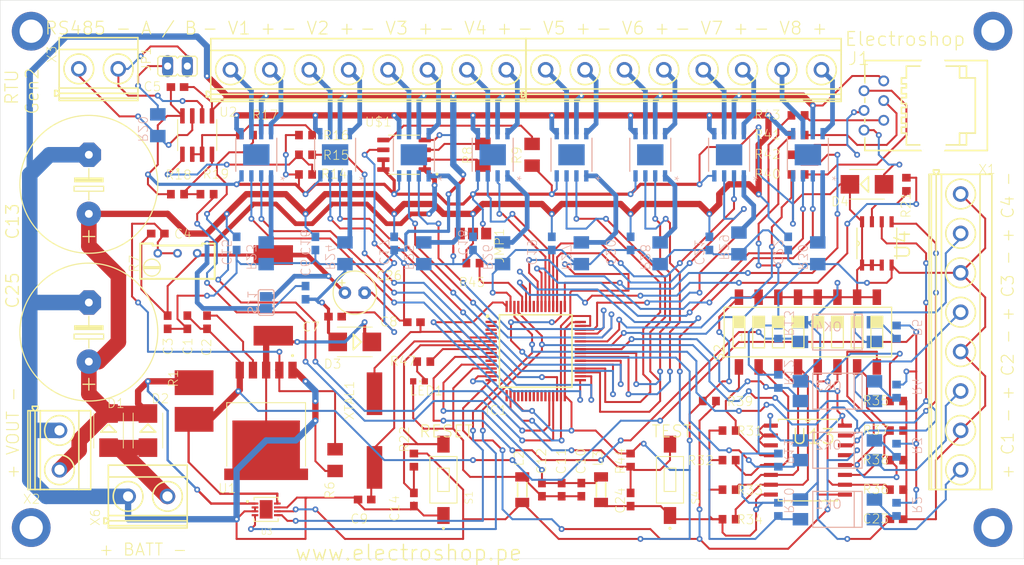
<source format=kicad_pcb>
(kicad_pcb (version 20241229) (generator "pcbnew") (generator_version "9.0")
  (layers (0 "F.Cu" signal) (2 "B.Cu" signal) (13 "F.Paste" user) (15 "B.Paste" user) (5 "F.SilkS" user "F.Silkscreen") (7 "B.SilkS" user "B.Silkscreen") (1 "F.Mask" user) (3 "B.Mask" user) (25 "Edge.Cuts" user))
  (net 0 "")
  (net 1 "N$5")
  (net 2 "N$6")
  (net 3 "N$7")
  (net 4 "N$2")
  (net 5 "N$1")
  (net 6 "N$8")
  (net 7 "N$9")
  (net 8 "N$10")
  (net 9 "N$11")
  (net 10 "N$12")
  (net 11 "N$13")
  (net 12 "N$14")
  (net 13 "N$15")
  (net 14 "N$16")
  (net 15 "N$17")
  (net 16 "N$19")
  (net 17 "N$20")
  (net 18 "N$21")
  (net 19 "N$23")
  (net 20 "N$26")
  (net 21 "N$25")
  (net 22 "N$27")
  (net 23 "N$28")
  (net 24 "N$29")
  (net 25 "N$22")
  (net 26 "N$30")
  (net 27 "N$4")
  (net 28 "N$31")
  (net 29 "N$32")
  (net 30 "N$35")
  (net 31 "N$36")
  (net 32 "N$37")
  (net 33 "N$38")
  (net 34 "N$34")
  (net 35 "N$39")
  (net 36 "N$40")
  (net 37 "EXP")
  (net 38 "N$41")
  (net 39 "N$42")
  (net 40 "N$33")
  (net 41 "N$47")
  (net 42 "N$18")
  (net 43 "N$48")
  (net 44 "N$44")
  (net 45 "N$43")
  (net 46 "N$46")
  (net 47 "N$53")
  (net 48 "N$57")
  (net 49 "N$62")
  (net 50 "N$67")
  (net 51 "N$72")
  (net 52 "N$77")
  (net 53 "N$82")
  (net 54 "N$83")
  (net 55 "N$86")
  (net 56 "N$87")
  (net 57 "N$88")
  (net 58 "N$89")
  (net 59 "N$90")
  (net 60 "N$91")
  (net 61 "N$92")
  (net 62 "N$93")
  (net 63 "N$94")
  (net 64 "N$95")
  (net 65 "N$96")
  (net 66 "N$97")
  (net 67 "N$98")
  (net 68 "N$99")
  (net 69 "N$3")
  (net 70 "N$45")
  (net 71 "N$51")
  (net 72 "N$52")
  (net 73 "N$54")
  (net 74 "N$58")
  (net 75 "N$61")
  (net 76 "N$63")
  (net 77 "N$66")
  (net 78 "N$78")
  (net 79 "N$81")
  (net 80 "N$101")
  (net 81 "N$102")
  (net 82 "N$49")
  (net 83 "N$50")
  (net 84 "N$55")
  (net 85 "N$56")
  (net 86 "N$59")
  (net 87 "N$60")
  (net 88 "N$64")
  (net 89 "N$65")
  (net 90 "N$69")
  (net 91 "N$70")
  (net 92 "N$74")
  (net 93 "N$75")
  (net 94 "N$79")
  (net 95 "N$80")
  (net 96 "N$84")
  (net 97 "N$85")
  (net 98 "N$104")
  (net 99 "N$105")
  (net 100 "N$108")
  (net 101 "N$100")
  (net 102 "N$106")
  (net 103 "N$107")
  (net 104 "N$109")
  (net 105 "N$103")
  (net 106 "N$68")
  (net 107 "N$71")
  (net 108 "N$73")
  (net 109 "N$76")
  (net 110 "N$110")
  (net 111 "N$24")
  (footprint "RTU_Agro_V4:SMS-008_362" (layer "F.Cu") (at 186.6411 111.7936)
    (property "Reference" "S2")
    (property "Value" "SWS008")
  )
  (footprint "RTU_Agro_V4:SMB_210" (layer "F.Cu") (at 101.5511 124.4936 -90)
    (property "Reference" "D2")
    (property "Value" "ss54" (hide yes))
  )
  (footprint "RTU_Agro_V4:INDUCTOR_470" (layer "F.Cu") (at 111.7111 113.0636)
    (property "Reference" "L1" (hide yes))
    (property "Value" "INDUCTOR_470" (hide yes))
  )
  (footprint "RTU_Agro_V4:E2,5-6_334" (layer "F.Cu") (at 128.2211 106.7136)
    (property "Reference" "C26")
    (property "Value" "100uF" (hide yes))
  )
  (footprint "RTU_Agro_V4:R0603_334" (layer "F.Cu") (at 199.3411 92.7436 90)
    (property "Reference" "R21")
    (property "Value" "100" (hide yes))
  )
  (footprint "RTU_Agro_V4:SM-1206_241" (layer "F.Cu") (at 159.9711 132.1136 90)
    (property "Reference" "L3")
    (property "Value" "100nH" (hide yes))
  )
  (footprint "RTU_Agro_V4:R0603_334" (layer "F.Cu") (at 121.8711 91.4736)
    (property "Reference" "R14")
    (property "Value" "10k" (hide yes))
  )
  (footprint "RTU_Agro_V4:C0603_334" (layer "F.Cu") (at 109.1711 110.5236 90)
    (property "Reference" "C2")
    (property "Value" "1uF")
  )
  (footprint "RTU_Agro_V4:R0603_334" (layer "F.Cu") (at 135.8411 128.3036 -90)
    (property "Reference" "R22")
    (property "Value" "10k" (hide yes))
  )
  (footprint "RTU_Agro_V4:R0603_334" (layer "F.Cu") (at 176.4811 132.1136 180)
    (property "Reference" "R33")
    (property "Value" "10k" (hide yes))
  )
  (footprint "RTU_Agro_V4:C0603_334" (layer "F.Cu") (at 125.6811 109.8036 180)
    (property "Reference" "C7")
    (property "Value" "0.1uF")
  )
  (footprint "RTU_Agro_V4:R0603_334" (layer "F.Cu") (at 185.3711 83.8536)
    (property "Reference" "R43")
    (property "Value" "100" (hide yes))
  )
  (footprint "RTU_Agro_V4:R0603_334" (layer "F.Cu") (at 198.0711 132.1136)
    (property "Reference" "R36")
    (property "Value" "10k" (hide yes))
  )
  (footprint "RTU_Agro_V4:MKDSN1,5_2-5,08_176" (layer "F.Cu") (at 101.5511 133.0036)
    (property "Reference" "X6")
    (property "Value" "MKDSN1,5/2-5,08" (hide yes))
  )
  (footprint "RTU_Agro_V4:SW_1437566-4" (layer "F.Cu") (at 139.6511 130.8436 90)
    (property "Reference" "S1")
    (property "Value" "1437566-4" (hide yes))
  )
  (footprint "RTU_Agro_V4:SON50P300X300X80-9N" (layer "F.Cu") (at 116.7911 134.6536)
    (property "Reference" "U3")
    (property "Value" "LTC2943IDD#TRPBF" (hide yes))
  )
  (footprint "RTU_Agro_V4:MKDSN1,5_2-5,08_176" (layer "F.Cu") (at 90.1211 127.0336 -90)
    (property "Reference" "X2")
    (property "Value" "MKDSN1,5/2-5,08" (hide yes))
  )
  (footprint "RTU_Agro_V4:C0603_334" (layer "F.Cu") (at 163.7811 133.3836 -90)
    (property "Reference" "C24")
    (property "Value" "0.1uF" (hide yes))
  )
  (footprint "RTU_Agro_V4:SOIC127P600X175-8N" (layer "F.Cu") (at 107.9011 86.3936 90)
    (property "Reference" "U2")
    (property "Value" "MAX3485ESA+" (hide yes))
  )
  (footprint "RTU_Agro_V4:CSM-7X-DU_204" (layer "F.Cu") (at 130.7611 124.4936 90)
    (property "Reference" "XTAL1")
    (property "Value" "CSM-7X-DU" (hide yes))
  )
  (footprint "RTU_Agro_V4:R0603_334" (layer "F.Cu") (at 185.3711 88.9336)
    (property "Reference" "R42")
    (property "Value" "100" (hide yes))
  )
  (footprint "RTU_Agro_V4:MKDSN1,5_8-5,08_176" (layer "F.Cu") (at 129.9911 78.0036)
    (property "Reference" "X4" (hide yes))
    (property "Value" "MKDSN1,5/8-5,08" (hide yes))
  )
  (footprint "RTU_Agro_V4:MKDSN1,5_8-5,08_176" (layer "F.Cu") (at 170.6311 78.0036)
    (property "Reference" "X5" (hide yes))
    (property "Value" "MKDSN1,5/8-5,08" (hide yes))
  )
  (footprint "RTU_Agro_V4:R0603_334" (layer "F.Cu") (at 163.7811 128.3036 -90)
    (property "Reference" "R44")
    (property "Value" "10k" (hide yes))
  )
  (footprint "RTU_Agro_V4:R0603_334" (layer "F.Cu") (at 198.0711 124.4936)
    (property "Reference" "R37")
    (property "Value" "10k" (hide yes))
  )
  (footprint "RTU_Agro_V4:SW_1437566-4" (layer "F.Cu") (at 168.8611 130.8436 90)
    (property "Reference" "S4")
    (property "Value" "1437566-4" (hide yes))
  )
  (footprint "RTU_Agro_V4:C0603_334" (layer "F.Cu") (at 157.4311 132.1136 90)
    (property "Reference" "C10")
    (property "Value" "100nF" (hide yes))
  )
  (footprint "RTU_Agro_V4:C0603_334" (layer "F.Cu") (at 102.8211 99.0936 180)
    (property "Reference" "C4")
    (property "Value" "1uF" (hide yes))
  )
  (footprint "RTU_Agro_V4:R0603_334" (layer "F.Cu") (at 143.4611 102.9036)
    (property "Reference" "R45")
    (property "Value" "10k" (hide yes))
  )
  (footprint "RTU_Agro_V4:E7,5-18_334" (layer "F.Cu") (at 93.9311 92.7436 90)
    (property "Reference" "C13")
    (property "Value" "4700uF")
  )
  (footprint "RTU_Agro_V4:M1206_334" (layer "F.Cu") (at 151.0811 88.9336 90)
    (property "Reference" "R9")
    (property "Value" "100k" (hide yes))
  )
  (footprint "RTU_Agro_V4:SM-1206_241" (layer "F.Cu") (at 149.8111 132.1136 90)
    (property "Reference" "L2")
    (property "Value" "100nH" (hide yes))
  )
  (footprint "RTU_Agro_V4:CONV_XL4015" (layer "F.Cu") (at 116.7911 127.0336 -90)
    (property "Reference" "U1")
    (property "Value" "XL4015")
  )
  (footprint "RTU_Agro_V4:C0603_334" (layer "F.Cu") (at 129.4911 133.3836)
    (property "Reference" "C9")
    (property "Value" "20pF" (hide yes))
  )
  (footprint "RTU_Agro_V4:C0603_334" (layer "F.Cu") (at 135.8411 133.3836 -90)
    (property "Reference" "C14")
    (property "Value" "0.1uF" (hide yes))
  )
  (footprint "RTU_Agro_V4:R0603_334" (layer "F.Cu") (at 114.2511 86.3936)
    (property "Reference" "R17")
    (property "Value" "100" (hide yes))
  )
  (footprint "RTU_Agro_V4:R0603_334" (layer "F.Cu") (at 121.8711 86.3936 180)
    (property "Reference" "R16")
    (property "Value" "10k" (hide yes))
  )
  (footprint "RTU_Agro_V4:R0603_334" (layer "F.Cu") (at 176.4811 124.4936 180)
    (property "Reference" "R31")
    (property "Value" "10k" (hide yes))
  )
  (footprint "RTU_Agro_V4:R0603_334" (layer "F.Cu") (at 198.0711 120.6836)
    (property "Reference" "R35")
    (property "Value" "10k" (hide yes))
  )
  (footprint "RTU_Agro_V4:B0R-JMP_251" (layer "F.Cu") (at 143.4611 99.0936 -90)
    (property "Reference" "JMP1")
    (property "Value" "0R-JUMPB")
  )
  (footprint "RTU_Agro_V4:R0603_334" (layer "F.Cu") (at 198.0711 128.3036)
    (property "Reference" "R38")
    (property "Value" "10k" (hide yes))
  )
  (footprint "RTU_Agro_V4:SMB_210" (layer "F.Cu") (at 128.2211 113.0636 180)
    (property "Reference" "D3")
    (property "Value" "ss54" (hide yes))
  )
  (footprint "RTU_Agro_V4:R0603_334" (layer "F.Cu") (at 105.3611 94.0136 180)
    (property "Reference" "R18")
    (property "Value" "10k" (hide yes))
  )
  (footprint "RTU_Agro_V4:M1206_334" (layer "F.Cu") (at 144.7311 88.9336 90)
    (property "Reference" "R8")
    (property "Value" "10k" (hide yes))
  )
  (footprint "RTU_Agro_V4:R0603_334" (layer "F.Cu") (at 176.4811 128.3036 180)
    (property "Reference" "R32")
    (property "Value" "10k" (hide yes))
  )
  (footprint "RTU_Agro_V4:R0603_334" (layer "F.Cu") (at 109.1711 94.0136)
    (property "Reference" "R19")
    (property "Value" "100" (hide yes))
  )
  (footprint "RTU_Agro_V4:C0603_334" (layer "F.Cu") (at 152.3511 132.1136 90)
    (property "Reference" "C12")
    (property "Value" "100nF" (hide yes))
  )
  (footprint "RTU_Agro_V4:SMB_210" (layer "F.Cu") (at 96.4711 124.4936 -90)
    (property "Reference" "D1")
    (property "Value" "ss54" (hide yes))
  )
  (footprint "RTU_Agro_V4:MKDSN1,5_2-5,08_176" (layer "F.Cu") (at 95.2011 77.8836)
    (property "Reference" "X3")
    (property "Value" "MKDSN1,5/2-5,08" (hide yes))
  )
  (footprint "RTU_Agro_V4:C0603_334" (layer "F.Cu") (at 104.0911 110.5236 -90)
    (property "Reference" "C3")
    (property "Value" "1uF")
  )
  (footprint "RTU_Agro_V4:SOIC127P600X175-8N" (layer "F.Cu") (at 195.5311 100.3636 90)
    (property "Reference" "U4")
    (property "Value" "M24128-BRMN6P" (hide yes))
  )
  (footprint "RTU_Agro_V4:RTRIM64W_334" (layer "F.Cu") (at 105.3611 102.9036 90)
    (property "Reference" "R7")
    (property "Value" "50k" (hide yes))
  )
  (footprint "RTU_Agro_V4:SOIC127P599X175-8N" (layer "F.Cu") (at 134.5711 88.9336 180)
    (property "Reference" "U$1")
    (property "Value" "MCP1727-3302E/SN" (hide yes))
  )
  (footprint "RTU_Agro_V4:E7,5-18_334" (layer "F.Cu") (at 93.9311 111.7936 90)
    (property "Reference" "C25")
    (property "Value" "4700uF")
  )
  (footprint "RTU_Agro_V4:CHIPLED_0603_259" (layer "F.Cu") (at 136.5011 118.1436 -90)
    (property "Reference" "LED1")
    (property "Value" "Led1")
  )
  (footprint "RTU_Agro_V4:R0603_334" (layer "F.Cu") (at 137.1111 115.6036)
    (property "Reference" "R47")
    (property "Value" "1k" (hide yes))
  )
  (footprint "RTU_Agro_V4:520425-3_127" (layer "F.Cu") (at 201.8811 82.5836 90)
    (property "Reference" "J1")
    (property "Value" "")
  )
  (footprint "RTU_Agro_V4:C0603_334" (layer "F.Cu") (at 198.0711 135.9236)
    (property "Reference" "C23")
    (property "Value" "0.1uF" (hide yes))
  )
  (footprint "RTU_Agro_V4:SOIC127P1032X265-16N" (layer "F.Cu") (at 186.6411 128.3036)
    (property "Reference" "U13")
    (property "Value" "PCF8574T" (hide yes))
  )
  (footprint "RTU_Agro_V4:R0603_334" (layer "F.Cu") (at 176.4811 135.9236 180)
    (property "Reference" "R34")
    (property "Value" "10k" (hide yes))
  )
  (footprint "RTU_Agro_V4:R0603_334" (layer "F.Cu") (at 185.3711 91.4736)
    (property "Reference" "R40")
    (property "Value" "100" (hide yes))
  )
  (footprint "RTU_Agro_V4:R0603_334" (layer "F.Cu") (at 185.3711 86.3936)
    (property "Reference" "R41")
    (property "Value" "100" (hide yes))
  )
  (footprint "RTU_Agro_V4:SMT-WAV_346" (layer "F.Cu") (at 107.5011 120.6836 -90)
    (property "Reference" "R1")
    (property "Value" "10 mohm" (hide yes))
  )
  (footprint "RTU_Agro_V4:SMB_210" (layer "F.Cu") (at 194.2611 92.7436)
    (property "Reference" "D4")
    (property "Value" "ss54" (hide yes))
  )
  (footprint "RTU_Agro_V4:C0603_334" (layer "F.Cu") (at 105.3611 80.2036)
    (property "Reference" "C5")
    (property "Value" "1uF" (hide yes))
  )
  (footprint "RTU_Agro_V4:M1206_334" (layer "F.Cu") (at 125.6811 128.3036 90)
    (property "Reference" "R6")
    (property "Value" "3.3k" (hide yes))
  )
  (footprint "RTU_Agro_V4:QFP50P1200X1200X160-64N" (layer "F.Cu") (at 151.5511 114.2436)
    (property "Reference" "IC1")
    (property "Value" "STM32F103R8T6" (hide yes))
  )
  (footprint "RTU_Agro_V4:R0603_334" (layer "F.Cu") (at 121.8711 88.9336 180)
    (property "Reference" "R15")
    (property "Value" "100" (hide yes))
  )
  (footprint "RTU_Agro_V4:C0603_334" (layer "F.Cu") (at 154.8911 132.1136 90)
    (property "Reference" "C11")
    (property "Value" "100nF" (hide yes))
  )
  (footprint "RTU_Agro_V4:C0603_334" (layer "F.Cu") (at 135.8411 110.5236)
    (property "Reference" "C8")
    (property "Value" "20pF" (hide yes))
  )
  (footprint "RTU_Agro_V4:R0603_334" (layer "F.Cu") (at 173.9411 120.6836 180)
    (property "Reference" "R39")
    (property "Value" "10k" (hide yes))
  )
  (footprint "RTU_Agro_V4:JP1_252" (layer "F.Cu") (at 105.3611 77.5036 90)
    (property "Reference" "JP1")
    (property "Value" "JP1")
  )
  (footprint "RTU_Agro_V4:MKDSN1,5_8-5,08_176" (layer "F.Cu") (at 206.3111 111.7936 -90)
    (property "Reference" "X1")
    (property "Value" "MKDSN1,5/8-5,08" (hide yes))
  )
  (footprint "RTU_Agro_V4:C0603_334" (layer "F.Cu") (at 106.6311 110.5236 -90)
    (property "Reference" "C1")
    (property "Value" "1uF")
  )
  (footprint "RTU_Agro_V4:SOIC8_DDA_TEX" (layer "B.Cu") (at 156.1611 88.9336 90)
    (property "Reference" "U9")
    (property "Value" "DRV8251ADDAR" (hide yes))
  )
  (footprint "RTU_Agro_V4:R0603_334" (layer "B.Cu") (at 182.8311 118.1436 90)
    (property "Reference" "R12")
    (property "Value" "10k" (hide yes))
  )
  (footprint "RTU_Agro_V4:C0603_334" (layer "B.Cu") (at 123.1411 100.3636 -90)
    (property "Reference" "C16")
    (property "Value" "0.1uF" (hide yes))
  )
  (footprint "RTU_Agro_V4:C0603_334" (layer "B.Cu") (at 153.6211 100.3636 -90)
    (property "Reference" "C19")
    (property "Value" "0.1uF" (hide yes))
  )
  (footprint "RTU_Agro_V4:C0603_334" (layer "B.Cu") (at 163.7811 100.3636 -90)
    (property "Reference" "C20")
    (property "Value" "0.1uF" (hide yes))
  )
  (footprint "RTU_Agro_V4:M1206_334" (layer "B.Cu") (at 116.7911 101.6336 -90)
    (property "Reference" "R23")
    (property "Value" "1k" (hide yes))
  )
  (footprint "RTU_Agro_V4:M1206_334" (layer "B.Cu") (at 187.9111 101.6336 -90)
    (property "Reference" "R30")
    (property "Value" "1k" (hide yes))
  )
  (footprint "RTU_Agro_V4:R0603_334" (layer "B.Cu") (at 198.0711 134.6536 90)
    (property "Reference" "R2")
    (property "Value" "1k" (hide yes))
  )
  (footprint "RTU_Agro_V4:SOIC8_DDA_TEX" (layer "B.Cu") (at 125.6811 88.9336 90)
    (property "Reference" "U6")
    (property "Value" "DRV8251ADDAR" (hide yes))
  )
  (footprint "RTU_Agro_V4:SOIC8_DDA_TEX" (layer "B.Cu") (at 166.3211 88.9336 90)
    (property "Reference" "U10")
    (property "Value" "DRV8251ADDAR" (hide yes))
  )
  (footprint "RTU_Agro_V4:R0603_334" (layer "B.Cu") (at 198.0711 127.0336 90)
    (property "Reference" "R3")
    (property "Value" "1k" (hide yes))
  )
  (footprint "RTU_Agro_V4:C0603_334" (layer "B.Cu") (at 173.9411 100.3636 -90)
    (property "Reference" "C21")
    (property "Value" "0.1uF" (hide yes))
  )
  (footprint "RTU_Agro_V4:SOIC8_DDA_TEX" (layer "B.Cu") (at 186.6411 88.9336 90)
    (property "Reference" "U12")
    (property "Value" "DRV8251ADDAR" (hide yes))
  )
  (footprint "RTU_Agro_V4:C0603_334" (layer "B.Cu") (at 184.1011 100.3636 -90)
    (property "Reference" "C22")
    (property "Value" "0.1uF" (hide yes))
  )
  (footprint "RTU_Agro_V4:M1206_334" (layer "B.Cu") (at 126.9511 101.6336 -90)
    (property "Reference" "R24")
    (property "Value" "1k" (hide yes))
  )
  (footprint "RTU_Agro_V4:C0603_334" (layer "B.Cu") (at 121.8711 106.7136 -90)
    (property "Reference" "C6")
    (property "Value" "0.1uF" (hide yes))
  )
  (footprint "RTU_Agro_V4:M1206_334" (layer "B.Cu") (at 102.8211 85.1236 90)
    (property "Reference" "R20")
    (property "Value" "120" (hide yes))
  )
  (footprint "RTU_Agro_V4:C0603_334" (layer "B.Cu") (at 143.4611 100.3636 -90)
    (property "Reference" "C18")
    (property "Value" "0.1uF" (hide yes))
  )
  (footprint "RTU_Agro_V4:DIL4-SMD_320" (layer "B.Cu") (at 190.4511 119.4136 -90)
    (property "Reference" "OK3")
    (property "Value" "LTV816S" (hide yes))
  )
  (footprint "RTU_Agro_V4:M1206_334" (layer "B.Cu") (at 137.1111 101.6336 -90)
    (property "Reference" "R25")
    (property "Value" "1k" (hide yes))
  )
  (footprint "RTU_Agro_V4:C0603_334" (layer "B.Cu") (at 112.9811 100.3636 -90)
    (property "Reference" "C15")
    (property "Value" "0.1uF" (hide yes))
  )
  (footprint "RTU_Agro_V4:DIL4-SMD_320" (layer "B.Cu") (at 190.4511 127.0336 -90)
    (property "Reference" "OK2")
    (property "Value" "LTV816S" (hide yes))
  )
  (footprint "RTU_Agro_V4:DIL4-SMD_320" (layer "B.Cu") (at 190.4511 111.7936 -90)
    (property "Reference" "OK4")
    (property "Value" "LTV816S" (hide yes))
  )
  (footprint "RTU_Agro_V4:R0603_334" (layer "B.Cu") (at 198.0711 119.4136 90)
    (property "Reference" "R4")
    (property "Value" "1k" (hide yes))
  )
  (footprint "RTU_Agro_V4:M1206_334" (layer "B.Cu") (at 177.7511 100.3636 -90)
    (property "Reference" "R29")
    (property "Value" "1k" (hide yes))
  )
  (footprint "RTU_Agro_V4:DIL4-SMD_320" (layer "B.Cu") (at 190.4511 134.6536 -90)
    (property "Reference" "OK1")
    (property "Value" "LTV816S" (hide yes))
  )
  (footprint "RTU_Agro_V4:M1206_334" (layer "B.Cu") (at 157.4311 101.6336 -90)
    (property "Reference" "R27")
    (property "Value" "1k" (hide yes))
  )
  (footprint "RTU_Agro_V4:M1206_334" (layer "B.Cu") (at 167.5911 101.6336 -90)
    (property "Reference" "R28")
    (property "Value" "1k" (hide yes))
  )
  (footprint "RTU_Agro_V4:R0603_334" (layer "B.Cu") (at 182.8311 128.3036 90)
    (property "Reference" "R11")
    (property "Value" "10k" (hide yes))
  )
  (footprint "RTU_Agro_V4:SOIC8_DDA_TEX" (layer "B.Cu") (at 176.4811 88.9336 90)
    (property "Reference" "U11")
    (property "Value" "DRV8251ADDAR" (hide yes))
  )
  (footprint "RTU_Agro_V4:SJ_252" (layer "B.Cu") (at 116.7911 107.9836 -90)
    (property "Reference" "SJ1")
    (property "Value" "Sj1")
  )
  (footprint "RTU_Agro_V4:R0603_334" (layer "B.Cu") (at 198.0711 111.7936 90)
    (property "Reference" "R5")
    (property "Value" "1k" (hide yes))
  )
  (footprint "RTU_Agro_V4:SOIC8_DDA_TEX" (layer "B.Cu") (at 146.0011 88.9336 90)
    (property "Reference" "U8")
    (property "Value" "DRV8251ADDAR" (hide yes))
  )
  (footprint "RTU_Agro_V4:SOIC8_DDA_TEX" (layer "B.Cu") (at 115.5211 88.9336 90)
    (property "Reference" "U5")
    (property "Value" "DRV8251ADDAR" (hide yes))
  )
  (footprint "RTU_Agro_V4:M1206_334" (layer "B.Cu") (at 147.2711 101.6336 -90)
    (property "Reference" "R26")
    (property "Value" "1k" (hide yes))
  )
  (footprint "RTU_Agro_V4:R0603_334" (layer "B.Cu") (at 182.8311 111.7936 90)
    (property "Reference" "R13")
    (property "Value" "10k" (hide yes))
  )
  (footprint "RTU_Agro_V4:R0603_334" (layer "B.Cu") (at 182.8311 134.6536 90)
    (property "Reference" "R10")
    (property "Value" "10k" (hide yes))
  )
  (footprint "RTU_Agro_V4:C0603_334" (layer "B.Cu") (at 133.3011 100.3636 -90)
    (property "Reference" "C17")
    (property "Value" "0.1uF" (hide yes))
  )
  (footprint "RTU_Agro_V4:SOIC8_DDA_TEX" (layer "B.Cu") (at 135.8411 88.9336 90)
    (property "Reference" "U7")
    (property "Value" "DRV8251ADDAR" (hide yes))
  )
  (gr_line (start 82.5011 141.0036) (end 214.5011 141.0036) (stroke (width 0.05)) (layer "Edge.Cuts"))
  (gr_line (start 214.5011 141.0036) (end 214.5011 69.0036) (stroke (width 0.05)) (layer "Edge.Cuts"))
  (gr_line (start 214.5011 69.0036) (end 82.5011 69.0036) (stroke (width 0.05)) (layer "Edge.Cuts"))
  (gr_line (start 82.5011 69.0036) (end 82.5011 141.0036) (stroke (width 0.05)) (layer "Edge.Cuts"))
  (gr_text "RS485 - A / B" (at 88.172412 73.566702 0) (layer "F.SilkS") (effects (font (size 1.63576 1.63576) (thickness 0.14224)) (justify left bottom)))
  (gr_text "- V2 +" (at 118.618545 73.566702 0) (layer "F.SilkS") (effects (font (size 1.63576 1.63576) (thickness 0.14224)) (justify left bottom)))
  (gr_text " RTU\nGen2" (at 87.5811 83.8536 90) (layer "F.SilkS") (effects (font (size 1.63576 1.63576) (thickness 0.14224)) (justify left bottom)))
  (gr_text "+ C4 -" (at 213.3111 100.3636 90) (layer "F.SilkS") (effects (font (size 1.542288 1.542288) (thickness 0.134112)) (justify left bottom)))
  (gr_text "+ VOUT -" (at 85.0411 130.8436 90) (layer "F.SilkS") (effects (font (size 1.542288 1.542288) (thickness 0.134112)) (justify left bottom)))
  (gr_text "+ BATT -" (at 95.153667 140.73881 0) (layer "F.SilkS") (effects (font (size 1.542288 1.542288) (thickness 0.134112)) (justify left bottom)))
  (gr_text "+ C2 -" (at 213.3111 120.6836 90) (layer "F.SilkS") (effects (font (size 1.542288 1.542288) (thickness 0.134112)) (justify left bottom)))
  (gr_text "- V7 +" (at 169.418545 73.566702 0) (layer "F.SilkS") (effects (font (size 1.63576 1.63576) (thickness 0.14224)) (justify left bottom)))
  (gr_text "+ C3 -" (at 213.3111 110.5236 90) (layer "F.SilkS") (effects (font (size 1.542288 1.542288) (thickness 0.134112)) (justify left bottom)))
  (gr_text "- V5 +" (at 149.098545 73.566702 0) (layer "F.SilkS") (effects (font (size 1.63576 1.63576) (thickness 0.14224)) (justify left bottom)))
  (gr_text "- V1 +" (at 108.458545 73.566702 0) (layer "F.SilkS") (effects (font (size 1.63576 1.63576) (thickness 0.14224)) (justify left bottom)))
  (gr_text "- V6 +" (at 159.258545 73.566702 0) (layer "F.SilkS") (effects (font (size 1.63576 1.63576) (thickness 0.14224)) (justify left bottom)))
  (gr_text "+ C1 -" (at 213.3111 130.8436 90) (layer "F.SilkS") (effects (font (size 1.542288 1.542288) (thickness 0.134112)) (justify left bottom)))
  (gr_text "- V3 +" (at 128.778545 73.566702 0) (layer "F.SilkS") (effects (font (size 1.63576 1.63576) (thickness 0.14224)) (justify left bottom)))
  (gr_text "www.electroshop.pe" (at 120.405332 141.428268 0) (layer "F.SilkS") (effects (font (size 2.009648 2.009648) (thickness 0.174752)) (justify left bottom)))
  (gr_text "RESET" (at 136.430205 125.49881 0) (layer "F.SilkS") (effects (font (size 1.542288 1.542288) (thickness 0.134112)) (justify left bottom)))
  (gr_text "- V8 +" (at 179.578545 73.566702 0) (layer "F.SilkS") (effects (font (size 1.63576 1.63576) (thickness 0.14224)) (justify left bottom)))
  (gr_text "- V4 +" (at 138.938545 73.566702 0) (layer "F.SilkS") (effects (font (size 1.63576 1.63576) (thickness 0.14224)) (justify left bottom)))
  (gr_text "TEST" (at 166.392819 125.49881 0) (layer "F.SilkS") (effects (font (size 1.542288 1.542288) (thickness 0.134112)) (justify left bottom)))
  (gr_text "Electroshop" (at 191.292137 75.043539 0) (layer "F.SilkS") (effects (font (size 1.775968 1.775968) (thickness 0.154432)) (justify left bottom)))
  (via (at 86.5011 137.0036) (size 5) (drill 3) (layers "F.Cu" "B.Cu") (net 1))
  (via (at 86.5011 73.0036) (size 5) (drill 3) (layers "F.Cu" "B.Cu") (net 2))
  (via (at 210.5011 137.0036) (size 5) (drill 3) (layers "F.Cu" "B.Cu") (net 3))
  (via (at 210.5011 73.0036) (size 5) (drill 3) (layers "F.Cu" "B.Cu") (net 4))
  (segment (start 97.7411 126.6936) (end 96.4711 126.6936) (width 2) (layer "F.Cu") (net 5))
  (segment (start 104.0261 132.9786) (end 97.7411 126.6936) (width 2) (layer "F.Cu") (net 5))
  (segment (start 104.07 132.9786) (end 104.0261 132.9786) (width 2) (layer "F.Cu") (net 5))
  (segment (start 101.5511 126.6936) (end 96.4711 126.6936) (width 2) (layer "F.Cu") (net 5))
  (segment (start 203.1511 109.2536) (end 192.6811 109.2536) (width 0.254) (layer "B.Cu") (net 6))
  (segment (start 192.6811 109.2536) (end 192.6811 111.7936) (width 0.254) (layer "B.Cu") (net 6))
  (segment (start 206.3361 99.7186) (end 204.4211 101.6336) (width 0.254) (layer "B.Cu") (net 6))
  (segment (start 195.2211 113.0636) (end 193.9511 113.0636) (width 0.254) (layer "B.Cu") (net 6))
  (segment (start 204.4211 107.9836) (end 203.1511 109.2536) (width 0.254) (layer "B.Cu") (net 6))
  (segment (start 193.9511 113.0636) (end 192.6811 111.7936) (width 0.254) (layer "B.Cu") (net 6))
  (segment (start 204.4211 101.6336) (end 204.4211 107.9836) (width 0.254) (layer "B.Cu") (net 6))
  (segment (start 206.3361 99.0725) (end 206.3361 99.7186) (width 0.254) (layer "B.Cu") (net 6))
  (segment (start 195.2211 120.6836) (end 193.9511 120.6836) (width 0.254) (layer "B.Cu") (net 7))
  (segment (start 194.9061 115.5825) (end 192.6811 117.8075) (width 0.254) (layer "B.Cu") (net 7))
  (segment (start 199.9861 115.5825) (end 194.9061 115.5825) (width 0.254) (layer "B.Cu") (net 7))
  (segment (start 193.9511 120.6836) (end 192.6811 119.4136) (width 0.254) (layer "B.Cu") (net 7))
  (segment (start 192.6811 117.8075) (end 192.6811 119.4136) (width 0.254) (layer "B.Cu") (net 7))
  (segment (start 206.3361 109.2325) (end 199.9861 115.5825) (width 0.254) (layer "B.Cu") (net 7))
  (segment (start 204.4211 121.3075) (end 204.4211 125.7636) (width 0.254) (layer "B.Cu") (net 8))
  (segment (start 196.4911 129.5736) (end 195.2211 128.3036) (width 0.254) (layer "B.Cu") (net 8))
  (segment (start 206.3361 119.3925) (end 204.4211 121.3075) (width 0.254) (layer "B.Cu") (net 8))
  (segment (start 200.6111 129.5736) (end 196.4911 129.5736) (width 0.254) (layer "B.Cu") (net 8))
  (segment (start 204.4211 125.7636) (end 200.6111 129.5736) (width 0.254) (layer "B.Cu") (net 8))
  (segment (start 204.4211 133.3836) (end 200.6111 137.1936) (width 0.254) (layer "B.Cu") (net 9))
  (segment (start 204.4211 131.4675) (end 204.4211 133.3836) (width 0.254) (layer "B.Cu") (net 9))
  (segment (start 196.4911 137.1936) (end 195.2211 135.9236) (width 0.254) (layer "B.Cu") (net 9))
  (segment (start 200.6111 137.1936) (end 196.4911 137.1936) (width 0.254) (layer "B.Cu") (net 9))
  (segment (start 206.3361 129.5525) (end 204.4211 131.4675) (width 0.254) (layer "B.Cu") (net 9))
  (segment (start 195.2211 110.5236) (end 195.9511 110.5236) (width 0.254) (layer "B.Cu") (net 10))
  (segment (start 195.9511 110.5236) (end 198.0711 112.6436) (width 0.254) (layer "B.Cu") (net 10))
  (segment (start 197.3411 120.2636) (end 198.0711 120.2636) (width 0.254) (layer "B.Cu") (net 11))
  (segment (start 195.2211 118.1436) (end 197.3411 120.2636) (width 0.254) (layer "B.Cu") (net 11))
  (segment (start 195.9511 125.7636) (end 198.0711 127.8836) (width 0.254) (layer "B.Cu") (net 12))
  (segment (start 195.2211 125.7636) (end 195.9511 125.7636) (width 0.254) (layer "B.Cu") (net 12))
  (segment (start 195.2211 133.3836) (end 197.3411 135.5036) (width 0.254) (layer "B.Cu") (net 13))
  (segment (start 197.3411 135.5036) (end 198.0711 135.5036) (width 0.254) (layer "B.Cu") (net 13))
  (segment (start 106.6311 109.6736) (end 108.3311 111.3736) (width 0.254) (layer "F.Cu") (net 14))
  (segment (start 148.5411 128.3036) (end 143.4611 128.3036) (width 0.254) (layer "F.Cu") (net 14))
  (segment (start 113.3911 119.2386) (end 108.8861 123.7436) (width 0.8128) (layer "F.Cu") (net 14))
  (segment (start 106.7961 123.7436) (end 106.7961 128.564641) (width 0.3048) (layer "F.Cu") (net 14))
  (segment (start 200.6111 116.8736) (end 200.6111 111.7936) (width 0.254) (layer "F.Cu") (net 14))
  (segment (start 113.3911 119.0036) (end 113.2011 119.4136) (width 0.3048) (layer "F.Cu") (net 14))
  (segment (start 118.2261 132.6336) (end 110.865059 132.6336) (width 0.3048) (layer "F.Cu") (net 14))
  (segment (start 118.2261 133.9036) (end 118.2261 132.6336) (width 0.3048) (layer "F.Cu") (net 14))
  (segment (start 113.3911 116.6986) (end 113.3911 115.5936) (width 0.254) (layer "F.Cu") (net 14))
  (segment (start 200.6111 116.8736) (end 200.6111 126.1836) (width 0.254) (layer "F.Cu") (net 14))
  (segment (start 108.3311 111.3736) (end 109.1711 111.3736) (width 0.254) (layer "F.Cu") (net 14))
  (segment (start 177.7511 113.0636) (end 167.5911 123.2236) (width 0.254) (layer "F.Cu") (net 14))
  (segment (start 113.3911 115.5936) (end 109.1711 111.3736) (width 0.254) (layer "F.Cu") (net 14))
  (segment (start 113.3911 116.6986) (end 113.3911 119.2386) (width 0.8128) (layer "F.Cu") (net 14))
  (segment (start 106.7961 123.7436) (end 108.8861 123.7436) (width 0.8128) (layer "F.Cu") (net 14))
  (segment (start 113.2011 119.4136) (end 109.3489 123.0458) (width 0.254) (layer "F.Cu") (net 14))
  (segment (start 200.6111 126.1836) (end 200.6111 132.1136) (width 0.254) (layer "F.Cu") (net 14))
  (segment (start 200.6111 111.7936) (end 199.3411 113.0636) (width 0.254) (layer "F.Cu") (net 14))
  (segment (start 199.3411 113.0636) (end 177.7511 113.0636) (width 0.254) (layer "F.Cu") (net 14))
  (segment (start 200.6111 116.8736) (end 199.3411 116.8736) (width 0.254) (layer "F.Cu") (net 14))
  (segment (start 109.3489 123.0458) (end 107.5011 123.0458) (width 0.254) (layer "F.Cu") (net 14))
  (segment (start 113.3911 116.6986) (end 113.3911 119.0036) (width 0.3048) (layer "F.Cu") (net 14))
  (segment (start 110.865059 132.6336) (end 106.7961 128.564641) (width 0.254) (layer "F.Cu") (net 14))
  (via (at 167.5911 123.2236) (size 0.7564) (drill 0.35) (layers "F.Cu" "B.Cu") (net 14))
  (via (at 148.5411 128.3036) (size 0.7564) (drill 0.35) (layers "F.Cu" "B.Cu") (net 14))
  (via (at 200.6111 132.1136) (size 0.7564) (drill 0.35) (layers "F.Cu" "B.Cu") (net 14))
  (via (at 199.3411 116.8736) (size 0.7564) (drill 0.35) (layers "F.Cu" "B.Cu") (net 14))
  (via (at 113.2011 119.4136) (size 0.7564) (drill 0.35) (layers "F.Cu" "B.Cu") (net 14))
  (via (at 200.6111 111.7936) (size 0.7564) (drill 0.35) (layers "F.Cu" "B.Cu") (net 14))
  (via (at 143.4611 128.3036) (size 0.7564) (drill 0.35) (layers "F.Cu" "B.Cu") (net 14))
  (via (at 200.6111 126.1836) (size 0.7564) (drill 0.35) (layers "F.Cu" "B.Cu") (net 14))
  (segment (start 151.0811 130.8436) (end 148.5411 128.3036) (width 0.254) (layer "B.Cu") (net 14))
  (segment (start 200.6111 111.7936) (end 199.7611 110.9436) (width 0.254) (layer "B.Cu") (net 14))
  (segment (start 198.0711 126.1836) (end 200.6111 126.1836) (width 0.254) (layer "B.Cu") (net 14))
  (segment (start 143.4611 128.3036) (end 132.0311 128.3036) (width 0.254) (layer "B.Cu") (net 14))
  (segment (start 167.5911 123.2236) (end 162.5111 123.2236) (width 0.254) (layer "B.Cu") (net 14))
  (segment (start 125.6811 121.9536) (end 115.7411 121.9536) (width 0.254) (layer "B.Cu") (net 14))
  (segment (start 199.7611 110.9436) (end 198.0711 110.9436) (width 0.254) (layer "B.Cu") (net 14))
  (segment (start 200.6111 133.8036) (end 200.6111 132.1136) (width 0.254) (layer "B.Cu") (net 14))
  (segment (start 115.7411 121.9536) (end 113.2011 119.4136) (width 0.254) (layer "B.Cu") (net 14))
  (segment (start 162.5111 123.2236) (end 154.8911 130.8436) (width 0.254) (layer "B.Cu") (net 14))
  (segment (start 199.3411 116.8736) (end 199.3411 118.1436) (width 0.254) (layer "B.Cu") (net 14))
  (segment (start 198.9211 118.5636) (end 198.0711 118.5636) (width 0.254) (layer "B.Cu") (net 14))
  (segment (start 199.3411 118.1436) (end 198.9211 118.5636) (width 0.254) (layer "B.Cu") (net 14))
  (segment (start 198.0711 133.8036) (end 200.6111 133.8036) (width 0.254) (layer "B.Cu") (net 14))
  (segment (start 132.0311 128.3036) (end 125.6811 121.9536) (width 0.254) (layer "B.Cu") (net 14))
  (segment (start 154.8911 130.8436) (end 151.0811 130.8436) (width 0.254) (layer "B.Cu") (net 14))
  (segment (start 102.4011 97.8236) (end 99.5011 97.8236) (width 0.254) (layer "F.Cu") (net 15))
  (segment (start 103.6711 99.0936) (end 102.4011 97.8236) (width 0.254) (layer "F.Cu") (net 15))
  (segment (start 125.6811 119.4136) (end 125.6811 126.9036) (width 0.254) (layer "F.Cu") (net 15))
  (segment (start 99.5011 97.8236) (end 99.5011 107.2036) (width 0.254) (layer "F.Cu") (net 15))
  (segment (start 102.8211 101.6336) (end 105.3611 101.6336) (width 0.254) (layer "F.Cu") (net 15))
  (segment (start 118.5011 116.6886) (end 118.5011 114.3336) (width 0.254) (layer "F.Cu") (net 15))
  (segment (start 100.2811 107.9836) (end 99.5011 107.2036) (width 0.254) (layer "F.Cu") (net 15))
  (segment (start 103.6711 99.0936) (end 102.8211 100.224704) (width 0.254) (layer "F.Cu") (net 15))
  (segment (start 118.4911 119.4136) (end 125.6811 119.4136) (width 0.254) (layer "F.Cu") (net 15))
  (segment (start 102.8211 101.6336) (end 102.8211 100.224704) (width 0.254) (layer "F.Cu") (net 15))
  (segment (start 118.4911 116.6986) (end 118.0611 116.6986) (width 0.254) (layer "F.Cu") (net 15))
  (segment (start 118.4911 116.6986) (end 118.4911 119.4136) (width 0.254) (layer "F.Cu") (net 15))
  (segment (start 118.4911 116.6986) (end 118.5011 116.6886) (width 0.254) (layer "F.Cu") (net 15))
  (via (at 118.5011 114.3336) (size 0.7564) (drill 0.35) (layers "F.Cu" "B.Cu") (net 15))
  (via (at 100.2811 107.9836) (size 0.7564) (drill 0.35) (layers "F.Cu" "B.Cu") (net 15))
  (segment (start 101.5511 109.2536) (end 101.5511 114.3336) (width 0.254) (layer "B.Cu") (net 15))
  (segment (start 100.2811 107.9836) (end 101.5511 109.2536) (width 0.254) (layer "B.Cu") (net 15))
  (segment (start 118.5011 114.3336) (end 101.5511 114.3336) (width 0.254) (layer "B.Cu") (net 15))
  (segment (start 129.4911 110.5236) (end 129.4911 111.7936) (width 0.4064) (layer "F.Cu") (net 16))
  (segment (start 116.7911 113.1836) (end 116.7911 116.6986) (width 0.8128) (layer "F.Cu") (net 16))
  (segment (start 117.7111 112.2636) (end 116.7911 113.1836) (width 0.254) (layer "F.Cu") (net 16))
  (segment (start 117.7111 112.2636) (end 117.7111 113.0636) (width 0.4064) (layer "F.Cu") (net 16))
  (segment (start 120.8011 113.0636) (end 117.7111 113.0636) (width 0.4064) (layer "F.Cu") (net 16))
  (segment (start 130.4211 112.7236) (end 130.4211 113.0636) (width 0.254) (layer "F.Cu") (net 16))
  (segment (start 116.7911 116.6986) (end 116.7911 127.0336) (width 0.254) (layer "F.Cu") (net 16))
  (segment (start 130.4211 112.7236) (end 129.4911 111.7936) (width 0.254) (layer "F.Cu") (net 16))
  (via (at 120.8011 113.0636) (size 0.7564) (drill 0.35) (layers "F.Cu" "B.Cu") (net 16))
  (via (at 129.4911 110.5236) (size 0.7564) (drill 0.35) (layers "F.Cu" "B.Cu") (net 16))
  (segment (start 126.9511 113.0636) (end 120.8011 113.0636) (width 0.4064) (layer "B.Cu") (net 16))
  (segment (start 129.4911 110.5236) (end 126.9511 113.0636) (width 0.4064) (layer "B.Cu") (net 16))
  (segment (start 113.8211 113.0536) (end 113.8211 114.1586) (width 0.254) (layer "F.Cu") (net 17))
  (segment (start 115.0911 115.4286) (end 113.8211 114.1586) (width 0.254) (layer "F.Cu") (net 17))
  (segment (start 115.0911 116.6986) (end 115.0911 115.4286) (width 0.254) (layer "F.Cu") (net 17))
  (segment (start 110.4411 109.6736) (end 109.1711 109.6736) (width 0.254) (layer "F.Cu") (net 17))
  (segment (start 113.8211 113.0536) (end 110.4411 109.6736) (width 0.254) (layer "F.Cu") (net 17))
  (segment (start 139.7811 87.5336) (end 144.7311 87.5336) (width 0.254) (layer "F.Cu") (net 18))
  (segment (start 137.2411 88.2986) (end 139.0161 88.2986) (width 0.254) (layer "F.Cu") (net 18))
  (segment (start 139.0161 88.2986) (end 139.7811 87.5336) (width 0.254) (layer "F.Cu") (net 18))
  (segment (start 149.656831 85.1842) (end 134.5105 85.1842) (width 0.254) (layer "F.Cu") (net 19))
  (segment (start 131.9011 87.0286) (end 132.6661 87.0286) (width 0.254) (layer "F.Cu") (net 19))
  (segment (start 134.5105 85.1842) (end 132.6661 87.0286) (width 0.254) (layer "F.Cu") (net 19))
  (segment (start 151.0811 87.5336) (end 151.081115 86.608485) (width 0.254) (layer "F.Cu") (net 19))
  (segment (start 151.081115 86.608485) (end 149.656831 85.1842) (width 0.254) (layer "F.Cu") (net 19))
  (segment (start 130.7611 109.2536) (end 127.0811 109.2536) (width 0.254) (layer "F.Cu") (net 20))
  (segment (start 130.7611 100.3636) (end 133.3011 102.9036) (width 0.254) (layer "F.Cu") (net 20))
  (segment (start 131.9011 88.2986) (end 130.1261 88.2986) (width 0.254) (layer "F.Cu") (net 20))
  (segment (start 133.3011 111.7936) (end 130.7611 109.2536) (width 0.254) (layer "F.Cu") (net 20))
  (segment (start 126.5311 109.8036) (end 127.0811 109.2536) (width 0.254) (layer "F.Cu") (net 20))
  (segment (start 130.1261 88.2986) (end 129.4911 88.9336) (width 0.254) (layer "F.Cu") (net 20))
  (via (at 129.4911 88.9336) (size 0.7564) (drill 0.35) (layers "F.Cu" "B.Cu") (net 20))
  (via (at 133.3011 111.7936) (size 0.7564) (drill 0.35) (layers "F.Cu" "B.Cu") (net 20))
  (via (at 130.7611 100.3636) (size 0.7564) (drill 0.35) (layers "F.Cu" "B.Cu") (net 20))
  (via (at 133.3011 102.9036) (size 0.7564) (drill 0.35) (layers "F.Cu" "B.Cu") (net 20))
  (segment (start 133.3011 102.9036) (end 132.0311 104.1736) (width 0.254) (layer "B.Cu") (net 20))
  (segment (start 130.7611 90.2036) (end 130.7611 100.3636) (width 0.254) (layer "B.Cu") (net 20))
  (segment (start 132.0311 110.5236) (end 133.3011 111.7936) (width 0.254) (layer "B.Cu") (net 20))
  (segment (start 129.4911 88.9336) (end 130.7611 90.2036) (width 0.254) (layer "B.Cu") (net 20))
  (segment (start 132.0311 104.1736) (end 132.0311 110.5236) (width 0.254) (layer "B.Cu") (net 20))
  (segment (start 150.8011 105.3036) (end 150.8011 108.4936) (width 0.254) (layer "F.Cu") (net 21))
  (segment (start 149.5011 104.0036) (end 150.8011 105.3036) (width 0.254) (layer "F.Cu") (net 21))
  (segment (start 170.1311 116.8736) (end 170.1311 112.368338) (width 0.254) (layer "F.Cu") (net 21))
  (segment (start 172.5111 110.0036) (end 170.1311 112.368338) (width 0.254) (layer "F.Cu") (net 21))
  (via (at 172.5111 110.0036) (size 0.7564) (drill 0.35) (layers "F.Cu" "B.Cu") (net 21))
  (via (at 149.5011 104.0036) (size 0.7564) (drill 0.35) (layers "F.Cu" "B.Cu") (net 21))
  (via (at 170.1311 116.8736) (size 0.7564) (drill 0.35) (layers "F.Cu" "B.Cu") (net 21))
  (segment (start 183.2511 135.9236) (end 185.6811 135.9236) (width 0.254) (layer "B.Cu") (net 21))
  (segment (start 170.1311 123.2236) (end 170.1311 116.8736) (width 0.254) (layer "B.Cu") (net 21))
  (segment (start 173.9411 138.4636) (end 173.9411 127.0336) (width 0.254) (layer "B.Cu") (net 21))
  (segment (start 179.8711 138.4636) (end 173.9411 138.4636) (width 0.254) (layer "B.Cu") (net 21))
  (segment (start 173.9411 127.0336) (end 170.1311 123.2236) (width 0.254) (layer "B.Cu") (net 21))
  (segment (start 172.5111 110.0036) (end 172.0111 110.5036) (width 0.254) (layer "B.Cu") (net 21))
  (segment (start 164.3111 110.5036) (end 172.0111 110.5036) (width 0.254) (layer "B.Cu") (net 21))
  (segment (start 149.5011 104.0036) (end 151.800459 106.30296) (width 0.254) (layer "B.Cu") (net 21))
  (segment (start 182.8311 135.5036) (end 183.2511 135.9236) (width 0.254) (layer "B.Cu") (net 21))
  (segment (start 159.5111 106.30296) (end 151.800459 106.30296) (width 0.254) (layer "B.Cu") (net 21))
  (segment (start 159.5111 106.30296) (end 164.3111 110.5036) (width 0.254) (layer "B.Cu") (net 21))
  (segment (start 182.8311 135.5036) (end 179.8711 138.4636) (width 0.254) (layer "B.Cu") (net 21))
  (segment (start 149.8111 114.3336) (end 148.3611 112.8836) (width 0.254) (layer "F.Cu") (net 22))
  (segment (start 148.3611 112.8836) (end 148.3611 110.5236) (width 0.254) (layer "F.Cu") (net 22))
  (segment (start 154.8011 109.7636) (end 154.0411 110.5236) (width 0.254) (layer "F.Cu") (net 22))
  (segment (start 177.7511 127.0336) (end 176.4811 127.0336) (width 0.254) (layer "F.Cu") (net 22))
  (segment (start 179.0211 128.3036) (end 177.7511 127.0336) (width 0.254) (layer "F.Cu") (net 22))
  (segment (start 153.6211 110.5236) (end 154.0411 110.5236) (width 0.254) (layer "F.Cu") (net 22))
  (segment (start 154.8011 108.4936) (end 154.8011 109.7636) (width 0.254) (layer "F.Cu") (net 22))
  (via (at 148.3611 110.5236) (size 0.7564) (drill 0.35) (layers "F.Cu" "B.Cu") (net 22))
  (via (at 176.4811 127.0336) (size 0.7564) (drill 0.35) (layers "F.Cu" "B.Cu") (net 22))
  (via (at 153.6211 110.5236) (size 0.7564) (drill 0.35) (layers "F.Cu" "B.Cu") (net 22))
  (via (at 149.8111 114.3336) (size 0.7564) (drill 0.35) (layers "F.Cu" "B.Cu") (net 22))
  (via (at 179.0211 128.3036) (size 0.7564) (drill 0.35) (layers "F.Cu" "B.Cu") (net 22))
  (segment (start 184.8311 129.1536) (end 182.8311 129.1536) (width 0.254) (layer "B.Cu") (net 22))
  (segment (start 171.4011 116.8736) (end 169.6147 115.0872) (width 0.254) (layer "B.Cu") (net 22))
  (segment (start 153.6211 110.5236) (end 148.3611 110.5236) (width 0.254) (layer "B.Cu") (net 22))
  (segment (start 176.4811 127.0336) (end 175.2111 127.0336) (width 0.254) (layer "B.Cu") (net 22))
  (segment (start 175.2111 127.0336) (end 171.4011 123.2236) (width 0.254) (layer "B.Cu") (net 22))
  (segment (start 171.4011 123.2236) (end 171.4011 116.8736) (width 0.254) (layer "B.Cu") (net 22))
  (segment (start 169.6147 115.0872) (end 150.5647 115.0872) (width 0.254) (layer "B.Cu") (net 22))
  (segment (start 185.6811 128.3036) (end 184.8311 129.1536) (width 0.254) (layer "B.Cu") (net 22))
  (segment (start 182.8311 129.1536) (end 179.8711 129.1536) (width 0.254) (layer "B.Cu") (net 22))
  (segment (start 179.8711 129.1536) (end 179.0211 128.3036) (width 0.254) (layer "B.Cu") (net 22))
  (segment (start 150.5647 115.0872) (end 149.8111 114.3336) (width 0.254) (layer "B.Cu") (net 22))
  (segment (start 157.3011 113.9936) (end 162.6411 113.9936) (width 0.254) (layer "F.Cu") (net 23))
  (segment (start 162.6411 113.9736) (end 162.6411 113.9936) (width 0.254) (layer "F.Cu") (net 23))
  (segment (start 163.9111 112.7036) (end 162.6411 113.9736) (width 0.254) (layer "F.Cu") (net 23))
  (segment (start 181.2411 118.8636) (end 180.5211 118.1436) (width 0.254) (layer "F.Cu") (net 23))
  (segment (start 180.5211 118.1436) (end 178.866362 118.1436) (width 0.254) (layer "F.Cu") (net 23))
  (via (at 181.2411 118.8636) (size 0.7564) (drill 0.35) (layers "F.Cu" "B.Cu") (net 23))
  (via (at 178.866362 118.1436) (size 0.7564) (drill 0.35) (layers "F.Cu" "B.Cu") (net 23))
  (via (at 163.9111 112.7036) (size 0.7564) (drill 0.35) (layers "F.Cu" "B.Cu") (net 23))
  (segment (start 182.8311 118.9936) (end 184.1011 118.9936) (width 0.254) (layer "B.Cu") (net 23))
  (segment (start 177.596362 119.4136) (end 178.866362 118.1436) (width 0.254) (layer "B.Cu") (net 23))
  (segment (start 181.2411 118.8636) (end 181.3711 118.9936) (width 0.254) (layer "B.Cu") (net 23))
  (segment (start 177.596362 119.4136) (end 176.4811 119.4136) (width 0.254) (layer "B.Cu") (net 23))
  (segment (start 172.32165 112.71415) (end 171.531015 112.7036) (width 0.254) (layer "B.Cu") (net 23))
  (segment (start 182.8311 118.9936) (end 181.3711 118.9936) (width 0.254) (layer "B.Cu") (net 23))
  (segment (start 185.6811 120.6836) (end 185.6811 120.5736) (width 0.254) (layer "B.Cu") (net 23))
  (segment (start 172.32165 112.71415) (end 175.2111 115.6036) (width 0.254) (layer "B.Cu") (net 23))
  (segment (start 163.9111 112.7036) (end 171.531015 112.7036) (width 0.254) (layer "B.Cu") (net 23))
  (segment (start 185.6811 120.5736) (end 184.1011 118.9936) (width 0.254) (layer "B.Cu") (net 23))
  (segment (start 175.2111 118.1436) (end 176.4811 119.4136) (width 0.254) (layer "B.Cu") (net 23))
  (segment (start 175.2111 115.6036) (end 175.2111 118.1436) (width 0.254) (layer "B.Cu") (net 23))
  (segment (start 145.8011 114.9936) (end 141.146362 114.9936) (width 0.254) (layer "F.Cu") (net 24))
  (segment (start 138.3811 123.2236) (end 139.6511 123.2236) (width 0.254) (layer "F.Cu") (net 24))
  (segment (start 180.2911 111.7936) (end 177.7511 111.7936) (width 0.254) (layer "F.Cu") (net 24))
  (segment (start 163.7811 125.7636) (end 162.5111 125.7636) (width 0.254) (layer "F.Cu") (net 24))
  (segment (start 152.3511 128.3036) (end 151.0811 127.0336) (width 0.254) (layer "F.Cu") (net 24))
  (segment (start 151.0811 127.0336) (end 148.5411 127.0336) (width 0.254) (layer "F.Cu") (net 24))
  (segment (start 159.9711 128.3036) (end 152.3511 128.3036) (width 0.254) (layer "F.Cu") (net 24))
  (segment (start 138.3811 117.758863) (end 138.3811 123.2236) (width 0.254) (layer "F.Cu") (net 24))
  (segment (start 177.7511 111.7936) (end 163.7811 125.7636) (width 0.254) (layer "F.Cu") (net 24))
  (segment (start 141.146362 114.9936) (end 138.3811 117.758863) (width 0.254) (layer "F.Cu") (net 24))
  (via (at 180.2911 111.7936) (size 0.7564) (drill 0.35) (layers "F.Cu" "B.Cu") (net 24))
  (via (at 139.6511 123.2236) (size 0.7564) (drill 0.35) (layers "F.Cu" "B.Cu") (net 24))
  (via (at 162.5111 125.7636) (size 0.7564) (drill 0.35) (layers "F.Cu" "B.Cu") (net 24))
  (via (at 148.5411 127.0336) (size 0.7564) (drill 0.35) (layers "F.Cu" "B.Cu") (net 24))
  (via (at 159.9711 128.3036) (size 0.7564) (drill 0.35) (layers "F.Cu" "B.Cu") (net 24))
  (segment (start 162.5111 125.7636) (end 159.9711 128.3036) (width 0.254) (layer "B.Cu") (net 24))
  (segment (start 144.7311 123.2236) (end 139.6511 123.2236) (width 0.254) (layer "B.Cu") (net 24))
  (segment (start 185.6811 113.0636) (end 185.6811 112.9536) (width 0.254) (layer "B.Cu") (net 24))
  (segment (start 148.5411 127.0336) (end 144.7311 123.2236) (width 0.254) (layer "B.Cu") (net 24))
  (segment (start 185.6811 112.9536) (end 185.3711 112.6436) (width 0.254) (layer "B.Cu") (net 24))
  (segment (start 182.8311 112.6436) (end 181.1411 112.6436) (width 0.254) (layer "B.Cu") (net 24))
  (segment (start 182.8311 112.6436) (end 185.3711 112.6436) (width 0.254) (layer "B.Cu") (net 24))
  (segment (start 181.1411 112.6436) (end 180.2911 111.7936) (width 0.254) (layer "B.Cu") (net 24))
  (segment (start 136.6911 110.5236) (end 136.6911 111.760904) (width 0.254) (layer "F.Cu") (net 25))
  (segment (start 142.158403 111.760904) (end 136.6911 111.760904) (width 0.254) (layer "F.Cu") (net 25))
  (segment (start 142.8911 112.4936) (end 142.158403 111.760904) (width 0.254) (layer "F.Cu") (net 25))
  (segment (start 136.6911 111.7936) (end 135.4211 111.7936) (width 0.254) (layer "F.Cu") (net 25))
  (segment (start 145.8011 112.4936) (end 142.8911 112.4936) (width 0.254) (layer "F.Cu") (net 25))
  (segment (start 136.6911 110.5236) (end 136.6911 111.7936) (width 0.254) (layer "F.Cu") (net 25))
  (segment (start 135.4211 111.7936) (end 130.7611 116.4536) (width 0.254) (layer "F.Cu") (net 25))
  (segment (start 130.7611 116.4536) (end 130.7611 119.7436) (width 0.254) (layer "F.Cu") (net 25))
  (segment (start 130.7611 126.7036) (end 130.7611 129.2436) (width 0.254) (layer "F.Cu") (net 26))
  (segment (start 133.3011 115.6036) (end 133.3011 124.1636) (width 0.254) (layer "F.Cu") (net 26))
  (segment (start 133.3011 124.1636) (end 130.7611 126.7036) (width 0.254) (layer "F.Cu") (net 26))
  (segment (start 130.3411 133.3836) (end 130.3411 129.6636) (width 0.254) (layer "F.Cu") (net 26))
  (segment (start 130.3411 129.6636) (end 130.7611 129.2436) (width 0.254) (layer "F.Cu") (net 26))
  (segment (start 145.8011 112.9936) (end 135.9111 112.9936) (width 0.254) (layer "F.Cu") (net 26))
  (segment (start 135.9111 112.9936) (end 133.3011 115.6036) (width 0.254) (layer "F.Cu") (net 26))
  (segment (start 145.8011 116.4936) (end 143.4611 116.4936) (width 0.254) (layer "F.Cu") (net 27))
  (segment (start 143.4611 116.4936) (end 140.9211 119.0336) (width 0.254) (layer "F.Cu") (net 27))
  (segment (start 152.3111 132.9636) (end 149.8111 130.4636) (width 0.254) (layer "F.Cu") (net 27))
  (segment (start 152.3511 132.9636) (end 154.8911 132.9636) (width 0.254) (layer "F.Cu") (net 27))
  (segment (start 140.9211 124.2536) (end 142.1911 125.7636) (width 0.254) (layer "F.Cu") (net 27))
  (segment (start 143.0811 130.4636) (end 142.1911 129.5736) (width 0.254) (layer "F.Cu") (net 27))
  (segment (start 154.8911 132.9636) (end 157.4311 132.9636) (width 0.254) (layer "F.Cu") (net 27))
  (segment (start 152.3111 132.9636) (end 152.3511 132.9636) (width 0.254) (layer "F.Cu") (net 27))
  (segment (start 137.1111 124.2536) (end 135.7511 122.8936) (width 0.254) (layer "F.Cu") (net 27))
  (segment (start 142.1911 125.7636) (end 142.1911 129.5736) (width 0.254) (layer "F.Cu") (net 27))
  (segment (start 135.7511 118.1436) (end 135.7511 122.8936) (width 0.254) (layer "F.Cu") (net 27))
  (segment (start 149.8111 130.4636) (end 143.0811 130.4636) (width 0.254) (layer "F.Cu") (net 27))
  (segment (start 137.1111 124.2536) (end 140.9211 124.2536) (width 0.254) (layer "F.Cu") (net 27))
  (segment (start 140.9211 119.0336) (end 140.9211 124.2536) (width 0.254) (layer "F.Cu") (net 27))
  (segment (start 152.3511 131.2636) (end 154.8911 131.2636) (width 0.254) (layer "F.Cu") (net 28))
  (segment (start 141.9911 115.9936) (end 139.6511 118.3336) (width 0.254) (layer "F.Cu") (net 28))
  (segment (start 139.6511 118.3336) (end 139.6511 121.9536) (width 0.254) (layer "F.Cu") (net 28))
  (segment (start 152.3511 129.5736) (end 152.3511 131.2636) (width 0.254) (layer "F.Cu") (net 28))
  (segment (start 157.4311 131.2636) (end 159.1711 131.2636) (width 0.254) (layer "F.Cu") (net 28))
  (segment (start 154.8911 131.2636) (end 157.4311 131.2636) (width 0.254) (layer "F.Cu") (net 28))
  (segment (start 159.1711 131.2636) (end 159.9711 130.4636) (width 0.254) (layer "F.Cu") (net 28))
  (segment (start 145.8011 115.9936) (end 141.9911 115.9936) (width 0.254) (layer "F.Cu") (net 28))
  (via (at 152.3511 129.5736) (size 0.7564) (drill 0.35) (layers "F.Cu" "B.Cu") (net 28))
  (via (at 139.6511 121.9536) (size 0.7564) (drill 0.35) (layers "F.Cu" "B.Cu") (net 28))
  (segment (start 139.6511 121.9536) (end 144.7311 121.9536) (width 0.254) (layer "B.Cu") (net 28))
  (segment (start 152.3511 129.5736) (end 144.7311 121.9536) (width 0.254) (layer "B.Cu") (net 28))
  (segment (start 121.0211 88.9336) (end 122.2911 90.2036) (width 0.254) (layer "F.Cu") (net 29))
  (segment (start 105.9961 88.8686) (end 105.9961 89.5686) (width 0.254) (layer "F.Cu") (net 29))
  (segment (start 122.7211 90.2036) (end 122.2911 90.2036) (width 0.254) (layer "F.Cu") (net 29))
  (segment (start 119.7511 90.2036) (end 111.7111 90.2036) (width 0.254) (layer "F.Cu") (net 29))
  (segment (start 104.0911 91.4736) (end 105.9961 89.5686) (width 0.254) (layer "F.Cu") (net 29))
  (segment (start 122.7211 91.4736) (end 122.7211 90.2036) (width 0.254) (layer "F.Cu") (net 29))
  (segment (start 121.0211 88.9336) (end 119.7511 90.2036) (width 0.254) (layer "F.Cu") (net 29))
  (via (at 104.0911 91.4736) (size 0.7564) (drill 0.35) (layers "F.Cu" "B.Cu") (net 29))
  (via (at 111.7111 90.2036) (size 0.7564) (drill 0.35) (layers "F.Cu" "B.Cu") (net 29))
  (segment (start 109.1711 90.2036) (end 107.9011 91.4736) (width 0.254) (layer "B.Cu") (net 29))
  (segment (start 107.9011 91.4736) (end 104.0911 91.4736) (width 0.254) (layer "B.Cu") (net 29))
  (segment (start 111.7111 90.2036) (end 109.1711 90.2036) (width 0.254) (layer "B.Cu") (net 29))
  (segment (start 107.2661 88.8686) (end 108.5361 88.8686) (width 0.254) (layer "F.Cu") (net 30))
  (segment (start 114.6711 85.1236) (end 121.8711 85.1236) (width 0.254) (layer "F.Cu") (net 30))
  (segment (start 113.4011 86.3936) (end 108.5361 86.3936) (width 0.254) (layer "F.Cu") (net 30))
  (segment (start 108.5361 86.3936) (end 108.5361 88.8686) (width 0.254) (layer "F.Cu") (net 30))
  (segment (start 122.7211 85.9736) (end 122.7211 86.3936) (width 0.254) (layer "F.Cu") (net 30))
  (segment (start 113.4011 86.3936) (end 114.6711 85.1236) (width 0.254) (layer "F.Cu") (net 30))
  (segment (start 121.8711 85.1236) (end 122.7211 85.9736) (width 0.254) (layer "F.Cu") (net 30))
  (segment (start 108.3211 94.0136) (end 106.2111 94.0136) (width 0.254) (layer "F.Cu") (net 31))
  (segment (start 106.2111 94.0136) (end 106.0711 93.8736) (width 0.254) (layer "F.Cu") (net 31))
  (segment (start 109.8061 90.1386) (end 106.0711 93.8736) (width 0.254) (layer "F.Cu") (net 31))
  (segment (start 109.8061 88.8686) (end 109.8061 90.1386) (width 0.254) (layer "F.Cu") (net 31))
  (segment (start 107.2661 85.7586) (end 106.6311 86.3936) (width 0.254) (layer "F.Cu") (net 32))
  (segment (start 97.8711 83.9836) (end 92.64 78.7525) (width 0.254) (layer "F.Cu") (net 32))
  (segment (start 92.64 77.8586) (end 92.64 78.7525) (width 0.254) (layer "F.Cu") (net 32))
  (segment (start 104.2211 87.6636) (end 105.4911 86.3936) (width 0.254) (layer "F.Cu") (net 32))
  (segment (start 106.6311 86.3936) (end 105.4911 86.3936) (width 0.254) (layer "F.Cu") (net 32))
  (segment (start 100.2811 83.9836) (end 97.8711 83.9836) (width 0.254) (layer "F.Cu") (net 32))
  (segment (start 107.2661 83.9186) (end 107.2661 85.7586) (width 0.254) (layer "F.Cu") (net 32))
  (via (at 100.2811 83.9836) (size 0.7564) (drill 0.35) (layers "F.Cu" "B.Cu") (net 32))
  (via (at 104.2211 87.6636) (size 0.7564) (drill 0.35) (layers "F.Cu" "B.Cu") (net 32))
  (segment (start 102.8211 86.5236) (end 103.9611 87.6636) (width 0.254) (layer "B.Cu") (net 32))
  (segment (start 104.2211 87.6636) (end 103.9611 87.6636) (width 0.254) (layer "B.Cu") (net 32))
  (segment (start 102.8211 86.5236) (end 100.2811 83.9836) (width 0.254) (layer "B.Cu") (net 32))
  (segment (start 106.6311 77.5036) (end 106.6311 76.2336) (width 0.254) (layer "F.Cu") (net 33))
  (segment (start 105.3611 74.9636) (end 101.885 74.9636) (width 0.254) (layer "F.Cu") (net 33))
  (segment (start 100.615 76.2336) (end 101.885 74.9636) (width 0.254) (layer "F.Cu") (net 33))
  (segment (start 106.0111 82.0036) (end 107.8911 82.0036) (width 0.254) (layer "F.Cu") (net 33))
  (segment (start 108.5361 83.9186) (end 108.5361 82.6486) (width 0.254) (layer "F.Cu") (net 33))
  (segment (start 97.7411 77.8797) (end 97.7411 80.0436) (width 0.254) (layer "F.Cu") (net 33))
  (segment (start 97.7411 80.0436) (end 99.0111 81.3136) (width 0.254) (layer "F.Cu") (net 33))
  (segment (start 106.6311 76.2336) (end 105.3611 74.9636) (width 0.254) (layer "F.Cu") (net 33))
  (segment (start 108.5361 82.6486) (end 107.8911 82.0036) (width 0.254) (layer "F.Cu") (net 33))
  (segment (start 99.0111 81.3136) (end 102.8211 81.3136) (width 0.254) (layer "F.Cu") (net 33))
  (segment (start 97.72 77.8586) (end 97.7411 77.8797) (width 0.254) (layer "F.Cu") (net 33))
  (via (at 100.615 76.2336) (size 0.7564) (drill 0.35) (layers "F.Cu" "B.Cu") (net 33))
  (via (at 102.8211 81.3136) (size 0.7564) (drill 0.35) (layers "F.Cu" "B.Cu") (net 33))
  (via (at 106.0111 82.0036) (size 0.7564) (drill 0.35) (layers "F.Cu" "B.Cu") (net 33))
  (segment (start 103.4711 82.0036) (end 102.8211 81.3536) (width 0.254) (layer "B.Cu") (net 33))
  (segment (start 102.8211 81.3136) (end 102.8211 81.3536) (width 0.254) (layer "B.Cu") (net 33))
  (segment (start 100.615 76.2336) (end 98.99 77.8586) (width 0.254) (layer "B.Cu") (net 33))
  (segment (start 97.72 77.8586) (end 98.99 77.8586) (width 0.254) (layer "B.Cu") (net 33))
  (segment (start 106.0111 82.0036) (end 103.4711 82.0036) (width 0.254) (layer "B.Cu") (net 33))
  (segment (start 129.4911 101.6336) (end 133.3011 105.4436) (width 0.254) (layer "F.Cu") (net 34))
  (segment (start 126.9511 88.9336) (end 129.4911 91.4736) (width 0.254) (layer "F.Cu") (net 34))
  (segment (start 152.3511 117.6036) (end 154.3011 117.6036) (width 0.254) (layer "F.Cu") (net 34))
  (segment (start 122.7211 88.9336) (end 126.9511 88.9336) (width 0.254) (layer "F.Cu") (net 34))
  (segment (start 154.3011 117.6036) (end 154.3011 119.9936) (width 0.254) (layer "F.Cu") (net 34))
  (via (at 129.4911 101.6336) (size 0.7564) (drill 0.35) (layers "F.Cu" "B.Cu") (net 34))
  (via (at 152.3511 117.6036) (size 0.7564) (drill 0.35) (layers "F.Cu" "B.Cu") (net 34))
  (via (at 133.3011 105.4436) (size 0.7564) (drill 0.35) (layers "F.Cu" "B.Cu") (net 34))
  (via (at 129.4911 91.4736) (size 0.7564) (drill 0.35) (layers "F.Cu" "B.Cu") (net 34))
  (segment (start 152.3511 117.6036) (end 149.2711 117.6036) (width 0.254) (layer "B.Cu") (net 34))
  (segment (start 129.4911 91.4736) (end 129.4911 101.6336) (width 0.254) (layer "B.Cu") (net 34))
  (segment (start 137.1111 105.4436) (end 149.2711 117.6036) (width 0.254) (layer "B.Cu") (net 34))
  (segment (start 133.3011 105.4436) (end 137.1111 105.4436) (width 0.254) (layer "B.Cu") (net 34))
  (segment (start 113.555837 107.9836) (end 110.609437 105.0372) (width 0.254) (layer "F.Cu") (net 35))
  (segment (start 120.6011 107.9836) (end 113.555837 107.9836) (width 0.254) (layer "F.Cu") (net 35))
  (segment (start 110.4411 91.4736) (end 111.7111 92.7436) (width 0.254) (layer "F.Cu") (net 35))
  (segment (start 111.7111 94.0136) (end 109.1711 96.5536) (width 0.254) (layer "F.Cu") (net 35))
  (segment (start 123.1411 110.5236) (end 120.6011 107.9836) (width 0.254) (layer "F.Cu") (net 35))
  (segment (start 123.1411 110.5236) (end 123.1411 115.6036) (width 0.254) (layer "F.Cu") (net 35))
  (segment (start 110.4411 90.2036) (end 110.4411 91.4736) (width 0.254) (layer "F.Cu") (net 35))
  (segment (start 113.8311 88.615163) (end 112.029537 88.615163) (width 0.254) (layer "F.Cu") (net 35))
  (segment (start 149.8111 124.4936) (end 152.6111 124.4936) (width 0.254) (layer "F.Cu") (net 35))
  (segment (start 111.7111 92.7436) (end 111.7111 94.0136) (width 0.254) (layer "F.Cu") (net 35))
  (segment (start 115.1011 87.345163) (end 113.8311 88.615163) (width 0.254) (layer "F.Cu") (net 35))
  (segment (start 115.1011 86.3936) (end 115.1011 87.345163) (width 0.254) (layer "F.Cu") (net 35))
  (segment (start 153.3011 123.8036) (end 152.6111 124.4936) (width 0.254) (layer "F.Cu") (net 35))
  (segment (start 153.3011 119.9936) (end 153.3011 123.8036) (width 0.254) (layer "F.Cu") (net 35))
  (segment (start 112.029537 88.615163) (end 110.4411 90.2036) (width 0.254) (layer "F.Cu") (net 35))
  (via (at 149.8111 124.4936) (size 0.7564) (drill 0.35) (layers "F.Cu" "B.Cu") (net 35))
  (via (at 109.1711 96.5536) (size 0.7564) (drill 0.35) (layers "F.Cu" "B.Cu") (net 35))
  (via (at 123.1411 115.6036) (size 0.7564) (drill 0.35) (layers "F.Cu" "B.Cu") (net 35))
  (via (at 110.609437 105.0372) (size 0.7564) (drill 0.35) (layers "F.Cu" "B.Cu") (net 35))
  (segment (start 109.1711 96.5536) (end 109.1711 97.248863) (width 0.254) (layer "B.Cu") (net 35))
  (segment (start 110.609437 105.0372) (end 111.879437 103.7672) (width 0.254) (layer "B.Cu") (net 35))
  (segment (start 149.8111 124.4936) (end 144.7311 119.4136) (width 0.254) (layer "B.Cu") (net 35))
  (segment (start 111.879437 99.9572) (end 111.879437 103.7672) (width 0.254) (layer "B.Cu") (net 35))
  (segment (start 135.8411 121.9536) (end 129.4911 121.9536) (width 0.254) (layer "B.Cu") (net 35))
  (segment (start 111.879437 99.9572) (end 109.1711 97.248863) (width 0.254) (layer "B.Cu") (net 35))
  (segment (start 129.4911 121.9536) (end 123.1411 115.6036) (width 0.254) (layer "B.Cu") (net 35))
  (segment (start 144.7311 119.4136) (end 138.3811 119.4136) (width 0.254) (layer "B.Cu") (net 35))
  (segment (start 138.3811 119.4136) (end 135.8411 121.9536) (width 0.254) (layer "B.Cu") (net 35))
  (segment (start 153.6211 125.7636) (end 149.8111 125.7636) (width 0.254) (layer "F.Cu") (net 36))
  (segment (start 107.9011 96.5536) (end 107.9011 97.8236) (width 0.254) (layer "F.Cu") (net 36))
  (segment (start 110.0211 94.0136) (end 110.0211 94.4336) (width 0.254) (layer "F.Cu") (net 36))
  (segment (start 153.8011 125.5836) (end 153.6211 125.7636) (width 0.254) (layer "F.Cu") (net 36))
  (segment (start 120.6011 109.2536) (end 112.9811 109.2536) (width 0.254) (layer "F.Cu") (net 36))
  (segment (start 120.6011 109.2536) (end 121.8711 110.5236) (width 0.254) (layer "F.Cu") (net 36))
  (segment (start 110.0211 94.4336) (end 107.9011 96.5536) (width 0.254) (layer "F.Cu") (net 36))
  (segment (start 109.1711 105.4436) (end 112.9811 109.2536) (width 0.254) (layer "F.Cu") (net 36))
  (segment (start 153.8011 119.9936) (end 153.8011 125.5836) (width 0.254) (layer "F.Cu") (net 36))
  (segment (start 121.8711 110.5236) (end 121.8711 115.6036) (width 0.254) (layer "F.Cu") (net 36))
  (via (at 109.1711 105.4436) (size 0.7564) (drill 0.35) (layers "F.Cu" "B.Cu") (net 36))
  (via (at 107.9011 97.8236) (size 0.7564) (drill 0.35) (layers "F.Cu" "B.Cu") (net 36))
  (via (at 121.8711 115.6036) (size 0.7564) (drill 0.35) (layers "F.Cu" "B.Cu") (net 36))
  (via (at 149.8111 125.7636) (size 0.7564) (drill 0.35) (layers "F.Cu" "B.Cu") (net 36))
  (segment (start 110.4411 100.3636) (end 110.4411 102.9036) (width 0.254) (layer "B.Cu") (net 36))
  (segment (start 109.1711 105.4436) (end 109.1711 104.1736) (width 0.254) (layer "B.Cu") (net 36))
  (segment (start 144.7311 120.6836) (end 138.3811 120.6836) (width 0.254) (layer "B.Cu") (net 36))
  (segment (start 107.9011 97.8236) (end 110.4411 100.3636) (width 0.254) (layer "B.Cu") (net 36))
  (segment (start 149.8111 125.7636) (end 144.7311 120.6836) (width 0.254) (layer "B.Cu") (net 36))
  (segment (start 138.3811 120.6836) (end 135.8411 123.2236) (width 0.254) (layer "B.Cu") (net 36))
  (segment (start 135.8411 123.2236) (end 129.4911 123.2236) (width 0.254) (layer "B.Cu") (net 36))
  (segment (start 121.8711 115.6036) (end 129.4911 123.2236) (width 0.254) (layer "B.Cu") (net 36))
  (segment (start 110.4411 102.9036) (end 109.1711 104.1736) (width 0.254) (layer "B.Cu") (net 36))
  (segment (start 115.3561 135.4036) (end 115.3561 136.6736) (width 0.254) (layer "F.Cu") (net 38))
  (segment (start 196.1661 99.7286) (end 196.8011 100.3636) (width 0.254) (layer "F.Cu") (net 38))
  (segment (start 182.4247 120.2772) (end 179.8847 120.2772) (width 0.254) (layer "F.Cu") (net 38))
  (segment (start 152.3511 114.173469) (end 144.7311 121.793469) (width 0.254) (layer "F.Cu") (net 38))
  (segment (start 196.8011 100.3636) (end 200.6111 100.3636) (width 0.254) (layer "F.Cu") (net 38))
  (segment (start 201.8811 101.6336) (end 201.8811 102.9036) (width 0.254) (layer "F.Cu") (net 38))
  (segment (start 115.3561 136.6736) (end 114.8361 137.1936) (width 0.254) (layer "F.Cu") (net 38))
  (segment (start 152.3511 112.313732) (end 149.3011 109.263732) (width 0.254) (layer "F.Cu") (net 38))
  (segment (start 144.7311 121.793469) (end 144.7311 124.4936) (width 0.254) (layer "F.Cu") (net 38))
  (segment (start 201.8811 101.6336) (end 200.6111 100.3636) (width 0.254) (layer "F.Cu") (net 38))
  (segment (start 152.3511 113.3936) (end 152.3511 112.313732) (width 0.254) (layer "F.Cu") (net 38))
  (segment (start 196.1661 97.5696) (end 196.1661 99.7286) (width 0.254) (layer "F.Cu") (net 38))
  (segment (start 179.8847 120.2772) (end 179.0211 119.4136) (width 0.254) (layer "F.Cu") (net 38))
  (segment (start 192.3561 126.3986) (end 192.9911 125.7636) (width 0.254) (layer "F.Cu") (net 38))
  (segment (start 191.4163 126.3986) (end 192.3561 126.3986) (width 0.254) (layer "F.Cu") (net 38))
  (segment (start 149.3011 108.4936) (end 149.3011 109.263732) (width 0.254) (layer "F.Cu") (net 38))
  (segment (start 152.3511 113.3936) (end 152.3511 114.173469) (width 0.254) (layer "F.Cu") (net 38))
  (segment (start 201.8811 107.9836) (end 201.8811 120.6836) (width 0.254) (layer "F.Cu") (net 38))
  (via (at 201.8811 102.9036) (size 0.7564) (drill 0.35) (layers "F.Cu" "B.Cu") (net 38))
  (via (at 144.7311 124.4936) (size 0.7564) (drill 0.35) (layers "F.Cu" "B.Cu") (net 38))
  (via (at 201.8811 120.6836) (size 0.7564) (drill 0.35) (layers "F.Cu" "B.Cu") (net 38))
  (via (at 192.9911 125.7636) (size 0.7564) (drill 0.35) (layers "F.Cu" "B.Cu") (net 38))
  (via (at 201.8811 107.9836) (size 0.7564) (drill 0.35) (layers "F.Cu" "B.Cu") (net 38))
  (via (at 114.8361 137.1936) (size 0.7564) (drill 0.35) (layers "F.Cu" "B.Cu") (net 38))
  (via (at 182.4247 120.2772) (size 0.7564) (drill 0.35) (layers "F.Cu" "B.Cu") (net 38))
  (via (at 179.0211 119.4136) (size 0.7564) (drill 0.35) (layers "F.Cu" "B.Cu") (net 38))
  (via (at 152.3511 113.3936) (size 0.7564) (drill 0.35) (layers "F.Cu" "B.Cu") (net 38))
  (segment (start 173.9411 115.6036) (end 173.9411 118.1436) (width 0.254) (layer "B.Cu") (net 38))
  (segment (start 171.8123 113.4748) (end 173.9411 115.6036) (width 0.254) (layer "B.Cu") (net 38))
  (segment (start 203.1511 121.9536) (end 203.1511 123.2236) (width 0.254) (layer "B.Cu") (net 38))
  (segment (start 146.4075 127.44) (end 146.4075 137.1936) (width 0.254) (layer "B.Cu") (net 38))
  (segment (start 194.2611 124.4936) (end 192.9911 125.7636) (width 0.254) (layer "B.Cu") (net 38))
  (segment (start 189.1811 120.6836) (end 187.9111 121.9536) (width 0.254) (layer "B.Cu") (net 38))
  (segment (start 192.9911 121.9536) (end 191.7211 120.6836) (width 0.254) (layer "B.Cu") (net 38))
  (segment (start 203.1511 123.2236) (end 201.8811 124.4936) (width 0.254) (layer "B.Cu") (net 38))
  (segment (start 173.9411 118.1436) (end 176.4811 120.6836) (width 0.254) (layer "B.Cu") (net 38))
  (segment (start 184.1011 121.9536) (end 182.4247 120.2772) (width 0.254) (layer "B.Cu") (net 38))
  (segment (start 146.4075 137.1936) (end 114.8361 137.1936) (width 0.254) (layer "B.Cu") (net 38))
  (segment (start 152.4323 113.4748) (end 171.8123 113.4748) (width 0.254) (layer "B.Cu") (net 38))
  (segment (start 176.4811 120.6836) (end 177.7511 120.6836) (width 0.254) (layer "B.Cu") (net 38))
  (segment (start 201.8811 120.6836) (end 200.6111 121.9536) (width 0.254) (layer "B.Cu") (net 38))
  (segment (start 201.8811 124.4936) (end 194.2611 124.4936) (width 0.254) (layer "B.Cu") (net 38))
  (segment (start 177.7511 120.6836) (end 179.0211 119.4136) (width 0.254) (layer "B.Cu") (net 38))
  (segment (start 144.7311 124.4936) (end 144.7311 125.7636) (width 0.254) (layer "B.Cu") (net 38))
  (segment (start 200.6111 121.9536) (end 192.9911 121.9536) (width 0.254) (layer "B.Cu") (net 38))
  (segment (start 191.7211 120.6836) (end 189.1811 120.6836) (width 0.254) (layer "B.Cu") (net 38))
  (segment (start 201.8811 120.6836) (end 203.1511 121.9536) (width 0.254) (layer "B.Cu") (net 38))
  (segment (start 187.9111 121.9536) (end 184.1011 121.9536) (width 0.254) (layer "B.Cu") (net 38))
  (segment (start 152.3511 113.3936) (end 152.4323 113.4748) (width 0.254) (layer "B.Cu") (net 38))
  (segment (start 146.4075 127.44) (end 144.7311 125.7636) (width 0.254) (layer "B.Cu") (net 38))
  (segment (start 201.8811 102.9036) (end 201.8811 107.9836) (width 0.254) (layer "B.Cu") (net 38))
  (segment (start 200.6111 97.8236) (end 203.1511 100.3636) (width 0.254) (layer "F.Cu") (net 39))
  (segment (start 181.3111 121.1636) (end 180.5211 121.9536) (width 0.254) (layer "F.Cu") (net 39))
  (segment (start 197.4361 97.5696) (end 197.6901 97.8236) (width 0.254) (layer "F.Cu") (net 39))
  (segment (start 151.0811 112.118338) (end 148.8011 109.838338) (width 0.254) (layer "F.Cu") (net 39))
  (segment (start 192.3561 125.1286) (end 191.4163 125.1286) (width 0.254) (layer "F.Cu") (net 39))
  (segment (start 197.6901 97.8236) (end 200.6111 97.8236) (width 0.254) (layer "F.Cu") (net 39))
  (segment (start 120.6011 136.1336) (end 119.5411 136.1336) (width 0.254) (layer "F.Cu") (net 39))
  (segment (start 151.0811 114.4736) (end 143.4611 122.1036) (width 0.254) (layer "F.Cu") (net 39))
  (segment (start 192.9911 124.4936) (end 192.3561 125.1286) (width 0.254) (layer "F.Cu") (net 39))
  (segment (start 203.1511 120.6836) (end 201.8811 121.9536) (width 0.254) (layer "F.Cu") (net 39))
  (segment (start 148.8011 108.4936) (end 148.8011 109.838338) (width 0.254) (layer "F.Cu") (net 39))
  (segment (start 119.5411 136.1336) (end 118.8111 135.4036) (width 0.254) (layer "F.Cu") (net 39))
  (segment (start 191.4163 125.1286) (end 191.0861 125.1286) (width 0.254) (layer "F.Cu") (net 39))
  (segment (start 151.0811 113.388338) (end 151.0811 114.4736) (width 0.254) (layer "F.Cu") (net 39))
  (segment (start 203.1511 106.7136) (end 203.1511 120.6836) (width 0.254) (layer "F.Cu") (net 39))
  (segment (start 180.5211 121.9536) (end 177.7511 121.9536) (width 0.254) (layer "F.Cu") (net 39))
  (segment (start 203.1511 100.3636) (end 203.1511 101.6336) (width 0.254) (layer "F.Cu") (net 39))
  (segment (start 143.4611 122.1036) (end 143.4611 124.4936) (width 0.254) (layer "F.Cu") (net 39))
  (segment (start 118.8111 135.4036) (end 118.2261 135.4036) (width 0.254) (layer "F.Cu") (net 39))
  (segment (start 151.0811 113.388338) (end 151.0811 112.118338) (width 0.254) (layer "F.Cu") (net 39))
  (via (at 201.8811 121.9536) (size 0.7564) (drill 0.35) (layers "F.Cu" "B.Cu") (net 39))
  (via (at 120.6011 136.1336) (size 0.7564) (drill 0.35) (layers "F.Cu" "B.Cu") (net 39))
  (via (at 151.0811 113.388338) (size 0.7564) (drill 0.35) (layers "F.Cu" "B.Cu") (net 39))
  (via (at 143.4611 124.4936) (size 0.7564) (drill 0.35) (layers "F.Cu" "B.Cu") (net 39))
  (via (at 192.9911 124.4936) (size 0.7564) (drill 0.35) (layers "F.Cu" "B.Cu") (net 39))
  (via (at 203.1511 106.7136) (size 0.7564) (drill 0.35) (layers "F.Cu" "B.Cu") (net 39))
  (via (at 203.1511 101.6336) (size 0.7564) (drill 0.35) (layers "F.Cu" "B.Cu") (net 39))
  (via (at 177.7511 121.9536) (size 0.7564) (drill 0.35) (layers "F.Cu" "B.Cu") (net 39))
  (via (at 181.3111 121.1636) (size 0.7564) (drill 0.35) (layers "F.Cu" "B.Cu") (net 39))
  (segment (start 184.6111 123.7036) (end 182.1111 121.1636) (width 0.254) (layer "B.Cu") (net 39))
  (segment (start 203.1511 101.6336) (end 203.1511 106.7136) (width 0.254) (layer "B.Cu") (net 39))
  (segment (start 143.4611 124.4936) (end 143.4611 125.7636) (width 0.254) (layer "B.Cu") (net 39))
  (segment (start 172.2647 115.537213) (end 172.2647 119.581938) (width 0.254) (layer "B.Cu") (net 39))
  (segment (start 189.8611 121.5036) (end 187.6611 123.7036) (width 0.254) (layer "B.Cu") (net 39))
  (segment (start 174.636362 121.9536) (end 172.2647 119.581938) (width 0.254) (layer "B.Cu") (net 39))
  (segment (start 187.6611 123.7036) (end 184.6111 123.7036) (width 0.254) (layer "B.Cu") (net 39))
  (segment (start 144.7311 127.0336) (end 143.4611 125.7636) (width 0.254) (layer "B.Cu") (net 39))
  (segment (start 171.061087 114.3336) (end 172.2647 115.537213) (width 0.254) (layer "B.Cu") (net 39))
  (segment (start 120.6011 136.1336) (end 144.7311 136.1336) (width 0.254) (layer "B.Cu") (net 39))
  (segment (start 192.9911 123.2236) (end 191.2711 121.5036) (width 0.254) (layer "B.Cu") (net 39))
  (segment (start 182.1111 121.1636) (end 181.3111 121.1636) (width 0.254) (layer "B.Cu") (net 39))
  (segment (start 194.0235 123.4612) (end 192.9911 124.4936) (width 0.254) (layer "B.Cu") (net 39))
  (segment (start 174.636362 121.9536) (end 177.7511 121.9536) (width 0.254) (layer "B.Cu") (net 39))
  (segment (start 194.0235 123.4612) (end 200.3735 123.4612) (width 0.254) (layer "B.Cu") (net 39))
  (segment (start 200.3735 123.4612) (end 201.8811 121.9536) (width 0.254) (layer "B.Cu") (net 39))
  (segment (start 191.2711 121.5036) (end 189.8611 121.5036) (width 0.254) (layer "B.Cu") (net 39))
  (segment (start 151.0811 113.388338) (end 151.0811 114.3336) (width 0.254) (layer "B.Cu") (net 39))
  (segment (start 144.7311 127.0336) (end 144.7311 136.1336) (width 0.254) (layer "B.Cu") (net 39))
  (segment (start 192.9911 124.4936) (end 192.9911 123.2236) (width 0.254) (layer "B.Cu") (net 39))
  (segment (start 151.0811 114.3336) (end 171.061087 114.3336) (width 0.254) (layer "B.Cu") (net 39))
  (segment (start 198.0711 95.2836) (end 199.3411 94.0136) (width 0.254) (layer "F.Cu") (net 40))
  (segment (start 195.5311 95.2836) (end 198.0711 95.2836) (width 0.254) (layer "F.Cu") (net 40))
  (segment (start 199.3411 94.0136) (end 199.3411 93.5936) (width 0.254) (layer "F.Cu") (net 40))
  (segment (start 194.8961 97.5696) (end 194.8961 95.9186) (width 0.254) (layer "F.Cu") (net 40))
  (segment (start 194.8961 95.9186) (end 195.5311 95.2836) (width 0.254) (layer "F.Cu") (net 40))
  (segment (start 150.3011 106.2036) (end 149.5011 105.4036) (width 0.254) (layer "F.Cu") (net 41))
  (segment (start 191.7211 101.6336) (end 187.9111 105.4436) (width 0.254) (layer "F.Cu") (net 41))
  (segment (start 157.9111 108.0036) (end 158.8111 107.1036) (width 0.254) (layer "F.Cu") (net 41))
  (segment (start 200.6111 91.8936) (end 200.6111 95.2836) (width 0.254) (layer "F.Cu") (net 41))
  (segment (start 191.7211 97.8236) (end 191.7211 101.6336) (width 0.254) (layer "F.Cu") (net 41))
  (segment (start 187.9111 105.4436) (end 177.7511 105.4436) (width 0.254) (layer "F.Cu") (net 41))
  (segment (start 150.3011 106.2036) (end 150.3011 108.4936) (width 0.254) (layer "F.Cu") (net 41))
  (segment (start 165.0511 107.1036) (end 158.8111 107.1036) (width 0.254) (layer "F.Cu") (net 41))
  (segment (start 199.3411 91.8936) (end 200.6111 91.8936) (width 0.254) (layer "F.Cu") (net 41))
  (via (at 200.6111 95.2836) (size 0.7564) (drill 0.35) (layers "F.Cu" "B.Cu") (net 41))
  (via (at 191.7211 97.8236) (size 0.7564) (drill 0.35) (layers "F.Cu" "B.Cu") (net 41))
  (via (at 157.9111 108.0036) (size 0.7564) (drill 0.35) (layers "F.Cu" "B.Cu") (net 41))
  (via (at 149.5011 105.4036) (size 0.7564) (drill 0.35) (layers "F.Cu" "B.Cu") (net 41))
  (via (at 177.7511 105.4436) (size 0.7564) (drill 0.35) (layers "F.Cu" "B.Cu") (net 41))
  (via (at 165.0511 107.1036) (size 0.7564) (drill 0.35) (layers "F.Cu" "B.Cu") (net 41))
  (segment (start 200.6111 95.2836) (end 194.2611 95.2836) (width 0.254) (layer "B.Cu") (net 41))
  (segment (start 171.4011 105.4436) (end 169.7411 107.1036) (width 0.254) (layer "B.Cu") (net 41))
  (segment (start 157.9111 108.0036) (end 156.9111 107.0036) (width 0.254) (layer "B.Cu") (net 41))
  (segment (start 150.7711 107.0036) (end 149.5011 105.7336) (width 0.254) (layer "B.Cu") (net 41))
  (segment (start 169.7411 107.1036) (end 165.0511 107.1036) (width 0.254) (layer "B.Cu") (net 41))
  (segment (start 177.7511 105.4436) (end 171.4011 105.4436) (width 0.254) (layer "B.Cu") (net 41))
  (segment (start 194.2611 95.2836) (end 191.7211 97.8236) (width 0.254) (layer "B.Cu") (net 41))
  (segment (start 156.9111 107.0036) (end 150.7711 107.0036) (width 0.254) (layer "B.Cu") (net 41))
  (segment (start 149.5011 105.4036) (end 149.5011 105.7336) (width 0.254) (layer "B.Cu") (net 41))
  (segment (start 134.5711 126.2436) (end 134.5711 131.2636) (width 0.254) (layer "F.Cu") (net 42))
  (segment (start 136.3211 126.2436) (end 134.5711 124.4936) (width 0.254) (layer "F.Cu") (net 42))
  (segment (start 135.8411 129.1536) (end 135.8411 132.5336) (width 0.254) (layer "F.Cu") (net 42))
  (segment (start 145.8011 113.4936) (end 136.6811 113.4936) (width 0.254) (layer "F.Cu") (net 42))
  (segment (start 136.6811 113.4936) (end 134.5711 115.6036) (width 0.254) (layer "F.Cu") (net 42))
  (segment (start 134.5711 124.4936) (end 134.5711 115.6036) (width 0.254) (layer "F.Cu") (net 42))
  (segment (start 135.8411 132.5336) (end 134.5711 131.2636) (width 0.254) (layer "F.Cu") (net 42))
  (segment (start 139.6511 126.2436) (end 136.3211 126.2436) (width 0.254) (layer "F.Cu") (net 42))
  (segment (start 139.6511 126.2436) (end 134.5711 126.2436) (width 0.254) (layer "F.Cu") (net 42))
  (segment (start 191.0861 122.5886) (end 190.4511 121.9536) (width 0.254) (layer "F.Cu") (net 43))
  (segment (start 147.2911 107.9836) (end 146.0011 107.9836) (width 0.254) (layer "F.Cu") (net 43))
  (segment (start 192.9911 107.2978) (end 192.9911 103.7926) (width 0.254) (layer "F.Cu") (net 43))
  (segment (start 171.4011 125.7636) (end 171.4011 122.3736) (width 0.254) (layer "F.Cu") (net 43))
  (segment (start 180.9261 125.1286) (end 181.8659 125.1286) (width 0.254) (layer "F.Cu") (net 43))
  (segment (start 165.0511 92.7436) (end 163.7811 94.0136) (width 0.4064) (layer "F.Cu") (net 43))
  (segment (start 120.6011 92.7436) (end 112.9811 92.7436) (width 0.4064) (layer "F.Cu") (net 43))
  (segment (start 172.6711 88.9336) (end 172.6711 92.7436) (width 0.254) (layer "F.Cu") (net 43))
  (segment (start 162.235837 127.4536) (end 159.275837 124.4936) (width 0.254) (layer "F.Cu") (net 43))
  (segment (start 184.7111 95.2836) (end 184.7111 97.8236) (width 0.254) (layer "F.Cu") (net 43))
  (segment (start 185.3711 107.2978) (end 188.4953 107.2978) (width 0.254) (layer "F.Cu") (net 43))
  (segment (start 189.5211 94.0136) (end 185.9811 94.0136) (width 0.254) (layer "F.Cu") (net 43))
  (segment (start 159.275837 124.4936) (end 156.1611 124.4936) (width 0.254) (layer "F.Cu") (net 43))
  (segment (start 123.1411 92.7436) (end 121.8711 94.0136) (width 0.4064) (layer "F.Cu") (net 43))
  (segment (start 140.1511 95.2836) (end 138.8811 94.0136) (width 0.4064) (layer "F.Cu") (net 43))
  (segment (start 177.7511 107.2978) (end 175.2111 109.8378) (width 0.254) (layer "F.Cu") (net 43))
  (segment (start 142.1911 132.1136) (end 142.1911 135.9236) (width 0.254) (layer "F.Cu") (net 43))
  (segment (start 120.6011 134.6536) (end 120.3511 134.9036) (width 0.254) (layer "F.Cu") (net 43))
  (segment (start 173.6711 87.9336) (end 172.6711 88.9336) (width 0.254) (layer "F.Cu") (net 43))
  (segment (start 185.3711 107.2978) (end 190.4511 107.2978) (width 0.254) (layer "F.Cu") (net 43))
  (segment (start 175.2111 109.8378) (end 175.2111 111.7936) (width 0.254) (layer "F.Cu") (net 43))
  (segment (start 148.8011 119.9936) (end 148.8011 120.763732) (width 0.254) (layer "F.Cu") (net 43))
  (segment (start 181.7897 123.63) (end 181.5611 123.8586) (width 0.254) (layer "F.Cu") (net 43))
  (segment (start 182.8311 107.2978) (end 185.3711 107.2978) (width 0.254) (layer "F.Cu") (net 43))
  (segment (start 156.1611 120.8536) (end 156.1611 124.4936) (width 0.254) (layer "F.Cu") (net 43))
  (segment (start 191.4163 123.8586) (end 191.0861 123.5284) (width 0.254) (layer "F.Cu") (net 43))
  (segment (start 153.6211 92.8736) (end 153.6211 94.0136) (width 0.254) (layer "F.Cu") (net 43))
  (segment (start 190.4511 105.4436) (end 190.4511 107.2978) (width 0.254) (layer "F.Cu") (net 43))
  (segment (start 149.990968 121.9536) (end 148.8011 120.763732) (width 0.254) (layer "F.Cu") (net 43))
  (segment (start 137.5311 127.4536) (end 142.1911 132.1136) (width 0.254) (layer "F.Cu") (net 43))
  (segment (start 102.8211 85.1236) (end 102.8211 90.2036) (width 0.254) (layer "F.Cu") (net 43))
  (segment (start 149.990968 121.9536) (end 151.0811 121.9536) (width 0.254) (layer "F.Cu") (net 43))
  (segment (start 133.3011 92.2386) (end 133.3011 94.0136) (width 0.4064) (layer "F.Cu") (net 43))
  (segment (start 180.2911 107.2978) (end 182.8311 107.2978) (width 0.254) (layer "F.Cu") (net 43))
  (segment (start 131.9011 90.8386) (end 133.3011 92.2386) (width 0.4064) (layer "F.Cu") (net 43))
  (segment (start 175.6311 118.1436) (end 173.0911 120.6836) (width 0.254) (layer "F.Cu") (net 43))
  (segment (start 180.2911 124.4936) (end 180.9261 125.1286) (width 0.254) (layer "F.Cu") (net 43))
  (segment (start 143.4611 94.0136) (end 142.1911 95.2836) (width 0.4064) (layer "F.Cu") (net 43))
  (segment (start 121.0211 86.3936) (end 119.3311 86.3936) (width 0.254) (layer "F.Cu") (net 43))
  (segment (start 187.9111 107.2978) (end 190.4511 107.2978) (width 0.254) (layer "F.Cu") (net 43))
  (segment (start 172.6711 92.7436) (end 165.0511 92.7436) (width 0.4064) (layer "F.Cu") (net 43))
  (segment (start 155.3011 119.9936) (end 156.1611 120.8536) (width 0.254) (layer "F.Cu") (net 43))
  (segment (start 177.7511 87.9336) (end 173.6711 87.9336) (width 0.254) (layer "F.Cu") (net 43))
  (segment (start 180.2911 85.3936) (end 177.7511 87.9336) (width 0.254) (layer "F.Cu") (net 43))
  (segment (start 177.7511 107.2978) (end 180.2911 107.2978) (width 0.254) (layer "F.Cu") (net 43))
  (segment (start 105.9961 83.9186) (end 104.0261 83.9186) (width 0.254) (layer "F.Cu") (net 43))
  (segment (start 190.4511 107.2978) (end 192.9911 107.2978) (width 0.254) (layer "F.Cu") (net 43))
  (segment (start 185.3711 107.2978) (end 189.7653 107.2978) (width 0.254) (layer "F.Cu") (net 43))
  (segment (start 181.8659 123.8586) (end 181.5611 123.8586) (width 0.254) (layer "F.Cu") (net 43))
  (segment (start 154.5111 138.4636) (end 165.0511 138.4636) (width 0.254) (layer "F.Cu") (net 43))
  (segment (start 194.6811 138.4636) (end 191.7211 138.4636) (width 0.254) (layer "F.Cu") (net 43))
  (segment (start 153.6211 94.0136) (end 143.4611 94.0136) (width 0.4064) (layer "F.Cu") (net 43))
  (segment (start 101.5511 91.4736) (end 102.8211 90.2036) (width 0.254) (layer "F.Cu") (net 43))
  (segment (start 121.0211 93.1636) (end 120.6011 92.7436) (width 0.4064) (layer "F.Cu") (net 43))
  (segment (start 142.1911 95.2836) (end 140.1511 95.2836) (width 0.4064) (layer "F.Cu") (net 43))
  (segment (start 181.7897 122.5886) (end 181.7897 123.63) (width 0.254) (layer "F.Cu") (net 43))
  (segment (start 105.9961 83.9186) (end 104.5111 82.4336) (width 0.254) (layer "F.Cu") (net 43))
  (segment (start 142.1911 135.9236) (end 142.1911 138.4636) (width 0.254) (layer "F.Cu") (net 43))
  (segment (start 192.9911 107.2978) (end 195.5311 107.2978) (width 0.254) (layer "F.Cu") (net 43))
  (segment (start 101.5511 91.4736) (end 101.5511 92.7436) (width 0.254) (layer "F.Cu") (net 43))
  (segment (start 181.8659 126.3986) (end 180.9261 126.3986) (width 0.254) (layer "F.Cu") (net 43))
  (segment (start 192.0611 92.7436) (end 190.7911 92.7436) (width 0.254) (layer "F.Cu") (net 43))
  (segment (start 132.0311 92.7436) (end 123.1411 92.7436) (width 0.4064) (layer "F.Cu") (net 43))
  (segment (start 185.9811 94.0136) (end 184.7111 95.2836) (width 0.254) (layer "F.Cu") (net 43))
  (segment (start 155.3011 119.9936) (end 155.3011 111.3836) (width 0.254) (layer "F.Cu") (net 43))
  (segment (start 120.3511 134.9036) (end 118.2261 134.9036) (width 0.254) (layer "F.Cu") (net 43))
  (segment (start 192.9911 103.7926) (end 193.6261 103.1576) (width 0.254) (layer "F.Cu") (net 43))
  (segment (start 165.0511 126.1836) (end 163.7811 127.4536) (width 0.254) (layer "F.Cu") (net 43))
  (segment (start 149.8111 133.7636) (end 147.6511 135.9236) (width 0.254) (layer "F.Cu") (net 43))
  (segment (start 180.2911 125.7636) (end 180.9261 125.1286) (width 0.254) (layer "F.Cu") (net 43))
  (segment (start 180.9261 123.8586) (end 180.2911 124.4936) (width 0.254) (layer "F.Cu") (net 43))
  (segment (start 157.3011 110.4936) (end 157.2711 110.5236) (width 0.254) (layer "F.Cu") (net 43))
  (segment (start 192.0611 96.0046) (end 192.0611 92.7436) (width 0.254) (layer "F.Cu") (net 43))
  (segment (start 176.4811 118.1436) (end 175.6311 118.1436) (width 0.254) (layer "F.Cu") (net 43))
  (segment (start 121.0211 93.1636) (end 121.8711 94.0136) (width 0.4064) (layer "F.Cu") (net 43))
  (segment (start 191.0861 122.5886) (end 191.0861 123.5284) (width 0.254) (layer "F.Cu") (net 43))
  (segment (start 126.9511 138.4636) (end 123.1411 134.6536) (width 0.254) (layer "F.Cu") (net 43))
  (segment (start 193.6261 97.5696) (end 192.0611 96.0046) (width 0.254) (layer "F.Cu") (net 43))
  (segment (start 173.0911 120.6836) (end 171.4011 122.3736) (width 0.254) (layer "F.Cu") (net 43))
  (segment (start 163.7811 94.0136) (end 153.6211 94.0136) (width 0.4064) (layer "F.Cu") (net 43))
  (segment (start 142.1911 138.4636) (end 126.9511 138.4636) (width 0.254) (layer "F.Cu") (net 43))
  (segment (start 104.0261 83.9186) (end 102.8211 85.1236) (width 0.254) (layer "F.Cu") (net 43))
  (segment (start 102.8211 94.0136) (end 101.5511 92.7436) (width 0.254) (layer "F.Cu") (net 43))
  (segment (start 163.7811 127.4536) (end 162.235837 127.4536) (width 0.254) (layer "F.Cu") (net 43))
  (segment (start 146.0011 107.9836) (end 143.4611 110.5236) (width 0.254) (layer "F.Cu") (net 43))
  (segment (start 190.4511 119.4136) (end 190.4511 121.9536) (width 0.254) (layer "F.Cu") (net 43))
  (segment (start 144.7311 98.6636) (end 144.7311 97.8236) (width 0.254) (layer "F.Cu") (net 43))
  (segment (start 147.8011 108.4936) (end 147.2911 107.9836) (width 0.254) (layer "F.Cu") (net 43))
  (segment (start 102.8211 94.0136) (end 104.5111 94.0136) (width 0.254) (layer "F.Cu") (net 43))
  (segment (start 147.6511 135.9236) (end 142.1911 135.9236) (width 0.254) (layer "F.Cu") (net 43))
  (segment (start 181.8659 125.1286) (end 181.789903 125.052604) (width 0.254) (layer "F.Cu") (net 43))
  (segment (start 131.9011 89.5686) (end 131.9011 90.8386) (width 0.4064) (layer "F.Cu") (net 43))
  (segment (start 180.9261 126.3986) (end 180.2911 125.7636) (width 0.254) (layer "F.Cu") (net 43))
  (segment (start 135.8411 127.4536) (end 137.5311 127.4536) (width 0.254) (layer "F.Cu") (net 43))
  (segment (start 143.4611 110.5236) (end 138.3811 110.5236) (width 0.254) (layer "F.Cu") (net 43))
  (segment (start 193.6261 97.5696) (end 193.6261 103.1576) (width 0.254) (layer "F.Cu") (net 43))
  (segment (start 185.3711 107.2978) (end 187.9111 107.2978) (width 0.254) (layer "F.Cu") (net 43))
  (segment (start 165.4711 126.1836) (end 165.0511 126.1836) (width 0.254) (layer "F.Cu") (net 43))
  (segment (start 104.5111 80.2036) (end 104.5111 82.4336) (width 0.254) (layer "F.Cu") (net 43))
  (segment (start 157.2711 110.5236) (end 156.1611 110.5236) (width 0.254) (layer "F.Cu") (net 43))
  (segment (start 197.2211 135.9236) (end 194.6811 138.4636) (width 0.254) (layer "F.Cu") (net 43))
  (segment (start 119.3311 91.4736) (end 121.0211 91.4736) (width 0.254) (layer "F.Cu") (net 43))
  (segment (start 119.3311 86.3936) (end 119.3311 88.9336) (width 0.254) (layer "F.Cu") (net 43))
  (segment (start 194.8961 103.1576) (end 196.1661 103.1576) (width 0.254) (layer "F.Cu") (net 43))
  (segment (start 155.3011 111.3836) (end 156.1611 110.5236) (width 0.254) (layer "F.Cu") (net 43))
  (segment (start 145.1611 99.0936) (end 144.7311 98.6636) (width 0.254) (layer "F.Cu") (net 43))
  (segment (start 190.7911 92.7436) (end 189.5211 94.0136) (width 0.254) (layer "F.Cu") (net 43))
  (segment (start 181.5611 123.8586) (end 180.9261 123.8586) (width 0.254) (layer "F.Cu") (net 43))
  (segment (start 133.3011 94.0136) (end 132.0311 92.7436) (width 0.4064) (layer "F.Cu") (net 43))
  (segment (start 149.8111 133.7636) (end 154.5111 138.4636) (width 0.254) (layer "F.Cu") (net 43))
  (segment (start 121.0211 91.4736) (end 121.0211 93.1636) (width 0.254) (layer "F.Cu") (net 43))
  (segment (start 138.8811 94.0136) (end 133.3011 94.0136) (width 0.4064) (layer "F.Cu") (net 43))
  (segment (start 151.0811 90.3336) (end 153.6211 92.8736) (width 0.254) (layer "F.Cu") (net 43))
  (segment (start 193.6261 103.1576) (end 194.8961 103.1576) (width 0.254) (layer "F.Cu") (net 43))
  (via (at 165.0511 138.4636) (size 0.7564) (drill 0.35) (layers "F.Cu" "B.Cu") (net 43))
  (via (at 191.7211 138.4636) (size 0.7564) (drill 0.35) (layers "F.Cu" "B.Cu") (net 43))
  (via (at 101.5511 91.4736) (size 0.7564) (drill 0.35) (layers "F.Cu" "B.Cu") (net 43))
  (via (at 176.4811 118.1436) (size 0.7564) (drill 0.35) (layers "F.Cu" "B.Cu") (net 43))
  (via (at 143.4611 94.0136) (size 0.7564) (drill 0.35) (layers "F.Cu" "B.Cu") (net 43))
  (via (at 165.4711 126.1836) (size 0.7564) (drill 0.35) (layers "F.Cu" "B.Cu") (net 43))
  (via (at 123.1411 134.6536) (size 0.7564) (drill 0.35) (layers "F.Cu" "B.Cu") (net 43))
  (via (at 151.0811 121.9536) (size 0.7564) (drill 0.35) (layers "F.Cu" "B.Cu") (net 43))
  (via (at 144.7311 97.8236) (size 0.7564) (drill 0.35) (layers "F.Cu" "B.Cu") (net 43))
  (via (at 191.0861 122.5886) (size 0.7564) (drill 0.35) (layers "F.Cu" "B.Cu") (net 43))
  (via (at 119.3311 88.9336) (size 0.7564) (drill 0.35) (layers "F.Cu" "B.Cu") (net 43))
  (via (at 153.6211 94.0136) (size 0.7564) (drill 0.35) (layers "F.Cu" "B.Cu") (net 43))
  (via (at 121.8711 94.0136) (size 0.7564) (drill 0.35) (layers "F.Cu" "B.Cu") (net 43))
  (via (at 120.6011 134.6536) (size 0.7564) (drill 0.35) (layers "F.Cu" "B.Cu") (net 43))
  (via (at 175.2111 111.7936) (size 0.7564) (drill 0.35) (layers "F.Cu" "B.Cu") (net 43))
  (via (at 184.7111 97.8236) (size 0.7564) (drill 0.35) (layers "F.Cu" "B.Cu") (net 43))
  (via (at 190.4511 105.4436) (size 0.7564) (drill 0.35) (layers "F.Cu" "B.Cu") (net 43))
  (via (at 180.2911 85.3936) (size 0.7564) (drill 0.35) (layers "F.Cu" "B.Cu") (net 43))
  (via (at 163.7811 94.0136) (size 0.7564) (drill 0.35) (layers "F.Cu" "B.Cu") (net 43))
  (via (at 119.3311 91.4736) (size 0.7564) (drill 0.35) (layers "F.Cu" "B.Cu") (net 43))
  (via (at 112.9811 92.7436) (size 0.7564) (drill 0.35) (layers "F.Cu" "B.Cu") (net 43))
  (via (at 171.4011 125.7636) (size 0.7564) (drill 0.35) (layers "F.Cu" "B.Cu") (net 43))
  (via (at 190.4511 119.4136) (size 0.7564) (drill 0.35) (layers "F.Cu" "B.Cu") (net 43))
  (via (at 138.3811 110.5236) (size 0.7564) (drill 0.35) (layers "F.Cu" "B.Cu") (net 43))
  (via (at 133.3011 94.0136) (size 0.7564) (drill 0.35) (layers "F.Cu" "B.Cu") (net 43))
  (via (at 156.1611 124.4936) (size 0.7564) (drill 0.35) (layers "F.Cu" "B.Cu") (net 43))
  (via (at 172.6711 92.7436) (size 0.7564) (drill 0.35) (layers "F.Cu" "B.Cu") (net 43))
  (via (at 181.7897 122.5886) (size 0.7564) (drill 0.35) (layers "F.Cu" "B.Cu") (net 43))
  (segment (start 185.6811 125.7636) (end 183.1411 125.7636) (width 0.254) (layer "B.Cu") (net 43))
  (segment (start 144.7311 95.9694) (end 143.4611 94.6994) (width 0.254) (layer "B.Cu") (net 43))
  (segment (start 165.4711 126.1836) (end 168.8611 129.5736) (width 0.254) (layer "B.Cu") (net 43))
  (segment (start 185.6811 110.5236) (end 186.606231 110.5236) (width 0.254) (layer "B.Cu") (net 43))
  (segment (start 149.8111 121.9536) (end 151.0811 121.9536) (width 0.254) (layer "B.Cu") (net 43))
  (segment (start 153.6211 94.0136) (end 154.2561 93.3786) (width 0.254) (layer "B.Cu") (net 43))
  (segment (start 176.4811 113.0636) (end 176.4811 118.1436) (width 0.254) (layer "B.Cu") (net 43))
  (segment (start 187.9111 125.7636) (end 187.9111 131.1536) (width 0.254) (layer "B.Cu") (net 43))
  (segment (start 119.3311 88.9336) (end 119.3311 91.4736) (width 0.254) (layer "B.Cu") (net 43))
  (segment (start 112.9811 92.7436) (end 102.8211 92.7436) (width 0.4064) (layer "B.Cu") (net 43))
  (segment (start 154.2561 91.65775) (end 154.2561 93.3786) (width 0.254) (layer "B.Cu") (net 43))
  (segment (start 188.251112 119.4136) (end 186.981112 118.1436) (width 0.254) (layer "B.Cu") (net 43))
  (segment (start 175.2111 111.7936) (end 176.4811 113.0636) (width 0.254) (layer "B.Cu") (net 43))
  (segment (start 190.4511 107.0236) (end 186.9511 110.5236) (width 0.254) (layer "B.Cu") (net 43))
  (segment (start 163.7811 94.0136) (end 164.4161 93.3786) (width 0.254) (layer "B.Cu") (net 43))
  (segment (start 164.4161 91.65775) (end 164.4161 93.3786) (width 0.254) (layer "B.Cu") (net 43))
  (segment (start 185.6811 110.5236) (end 186.9511 110.5236) (width 0.254) (layer "B.Cu") (net 43))
  (segment (start 165.0511 138.4636) (end 171.4011 138.4636) (width 0.254) (layer "B.Cu") (net 43))
  (segment (start 156.1611 124.4936) (end 153.6211 124.4936) (width 0.254) (layer "B.Cu") (net 43))
  (segment (start 133.9361 91.65775) (end 133.9361 93.3786) (width 0.254) (layer "B.Cu") (net 43))
  (segment (start 168.8611 129.5736) (end 171.4011 129.5736) (width 0.254) (layer "B.Cu") (net 43))
  (segment (start 184.7111 97.8236) (end 184.7361 97.1886) (width 0.254) (layer "B.Cu") (net 43))
  (segment (start 133.3011 94.0136) (end 133.9361 93.3786) (width 0.254) (layer "B.Cu") (net 43))
  (segment (start 138.3811 110.5236) (end 149.8111 121.9536) (width 0.254) (layer "B.Cu") (net 43))
  (segment (start 153.6211 124.4936) (end 151.0811 121.9536) (width 0.254) (layer "B.Cu") (net 43))
  (segment (start 190.4511 105.4436) (end 190.4511 107.0236) (width 0.254) (layer "B.Cu") (net 43))
  (segment (start 185.6811 117.798732) (end 185.6811 118.1436) (width 0.254) (layer "B.Cu") (net 43))
  (segment (start 187.9111 125.7636) (end 185.6811 125.7636) (width 0.254) (layer "B.Cu") (net 43))
  (segment (start 144.0961 91.65775) (end 144.0961 93.3786) (width 0.254) (layer "B.Cu") (net 43))
  (segment (start 190.4511 138.4636) (end 187.9111 135.9236) (width 0.254) (layer "B.Cu") (net 43))
  (segment (start 188.2305 115.249332) (end 185.6811 117.798732) (width 0.254) (layer "B.Cu") (net 43))
  (segment (start 185.6811 118.1436) (end 186.981112 118.1436) (width 0.254) (layer "B.Cu") (net 43))
  (segment (start 190.4511 119.4136) (end 188.251112 119.4136) (width 0.254) (layer "B.Cu") (net 43))
  (segment (start 123.7761 92.1086) (end 121.8711 94.0136) (width 0.254) (layer "B.Cu") (net 43))
  (segment (start 174.5761 91.65775) (end 173.75695 91.65775) (width 0.254) (layer "B.Cu") (net 43))
  (segment (start 183.1411 125.7636) (end 181.7897 124.4122) (width 0.254) (layer "B.Cu") (net 43))
  (segment (start 171.4011 125.7636) (end 171.4011 129.5736) (width 0.254) (layer "B.Cu") (net 43))
  (segment (start 191.0861 122.5886) (end 187.9111 125.7636) (width 0.254) (layer "B.Cu") (net 43))
  (segment (start 188.2305 112.147869) (end 188.2305 115.249332) (width 0.254) (layer "B.Cu") (net 43))
  (segment (start 143.4611 94.0136) (end 143.4611 94.6994) (width 0.254) (layer "B.Cu") (net 43))
  (segment (start 188.2305 112.147869) (end 186.606231 110.5236) (width 0.254) (layer "B.Cu") (net 43))
  (segment (start 144.0961 93.3786) (end 143.4611 94.0136) (width 0.254) (layer "B.Cu") (net 43))
  (segment (start 184.7111 95.2836) (end 184.7111 97.8236) (width 0.254) (layer "B.Cu") (net 43))
  (segment (start 184.7361 97.1886) (end 184.7361 91.65775) (width 0.254) (layer "B.Cu") (net 43))
  (segment (start 144.7311 97.8236) (end 144.7311 95.9694) (width 0.254) (layer "B.Cu") (net 43))
  (segment (start 187.9111 131.1536) (end 185.6811 133.3836) (width 0.254) (layer "B.Cu") (net 43))
  (segment (start 184.7111 95.2836) (end 180.2911 91.4736) (width 0.254) (layer "B.Cu") (net 43))
  (segment (start 187.9111 131.1536) (end 187.9111 135.9236) (width 0.254) (layer "B.Cu") (net 43))
  (segment (start 180.2911 91.4736) (end 180.2911 85.3936) (width 0.254) (layer "B.Cu") (net 43))
  (segment (start 181.7897 122.5886) (end 181.7897 124.4122) (width 0.254) (layer "B.Cu") (net 43))
  (segment (start 102.8211 92.7436) (end 101.5511 91.4736) (width 0.4064) (layer "B.Cu") (net 43))
  (segment (start 173.75695 91.65775) (end 172.6711 92.7436) (width 0.254) (layer "B.Cu") (net 43))
  (segment (start 123.7761 91.65775) (end 123.7761 92.1086) (width 0.254) (layer "B.Cu") (net 43))
  (segment (start 133.9361 91.65775) (end 133.9361 92.7436) (width 0.254) (layer "B.Cu") (net 43))
  (segment (start 113.6161 91.65775) (end 113.6161 92.1086) (width 0.254) (layer "B.Cu") (net 43))
  (segment (start 113.6161 92.1086) (end 112.9811 92.7436) (width 0.254) (layer "B.Cu") (net 43))
  (segment (start 191.7211 138.4636) (end 190.4511 138.4636) (width 0.254) (layer "B.Cu") (net 43))
  (segment (start 123.1411 134.6536) (end 120.6011 134.6536) (width 0.254) (layer "B.Cu") (net 43))
  (segment (start 171.4011 129.5736) (end 171.4011 138.4636) (width 0.254) (layer "B.Cu") (net 43))
  (segment (start 117.4261 99.5986) (end 116.7911 100.2336) (width 0.254) (layer "B.Cu") (net 44))
  (segment (start 117.4261 91.65775) (end 117.4261 99.5986) (width 0.6096) (layer "B.Cu") (net 44))
  (segment (start 158.7111 120.5336) (end 158.7111 117.4936) (width 0.254) (layer "F.Cu") (net 45))
  (segment (start 133.3011 106.7136) (end 125.0687 98.7812) (width 0.254) (layer "F.Cu") (net 45))
  (segment (start 125.0687 98.7812) (end 117.7487 98.7812) (width 0.254) (layer "F.Cu") (net 45))
  (segment (start 158.7111 117.4936) (end 157.3011 117.4936) (width 0.254) (layer "F.Cu") (net 45))
  (segment (start 116.1787 97.2112) (end 117.7487 98.7812) (width 0.254) (layer "F.Cu") (net 45))
  (via (at 158.7111 120.5336) (size 0.7564) (drill 0.35) (layers "F.Cu" "B.Cu") (net 45))
  (via (at 133.3011 106.7136) (size 0.7564) (drill 0.35) (layers "F.Cu" "B.Cu") (net 45))
  (via (at 116.1787 97.2112) (size 0.7564) (drill 0.35) (layers "F.Cu" "B.Cu") (net 45))
  (segment (start 116.1787 93.741213) (end 116.1787 97.2112) (width 0.254) (layer "B.Cu") (net 45))
  (segment (start 149.0511 118.6036) (end 158.7111 118.6036) (width 0.254) (layer "B.Cu") (net 45))
  (segment (start 116.1561 91.65775) (end 116.1561 93.718613) (width 0.254) (layer "B.Cu") (net 45))
  (segment (start 158.7111 118.6036) (end 158.7111 120.5336) (width 0.254) (layer "B.Cu") (net 45))
  (segment (start 116.1561 93.718613) (end 116.1787 93.741213) (width 0.254) (layer "B.Cu") (net 45))
  (segment (start 137.1111 106.7136) (end 133.3011 106.7136) (width 0.254) (layer "B.Cu") (net 45))
  (segment (start 149.0511 118.6036) (end 137.1111 106.7136) (width 0.254) (layer "B.Cu") (net 45))
  (segment (start 157.2811 118.0136) (end 157.2811 120.5336) (width 0.254) (layer "F.Cu") (net 46))
  (segment (start 157.3011 117.9936) (end 157.2811 118.0136) (width 0.254) (layer "F.Cu") (net 46))
  (segment (start 114.8861 97.1886) (end 117.4261 99.7286) (width 0.254) (layer "F.Cu") (net 46))
  (segment (start 125.0461 99.7286) (end 117.4261 99.7286) (width 0.254) (layer "F.Cu") (net 46))
  (segment (start 133.3011 107.9836) (end 125.0461 99.7286) (width 0.254) (layer "F.Cu") (net 46))
  (via (at 133.3011 107.9836) (size 0.7564) (drill 0.35) (layers "F.Cu" "B.Cu") (net 46))
  (via (at 157.2811 120.5336) (size 0.7564) (drill 0.35) (layers "F.Cu" "B.Cu") (net 46))
  (via (at 114.8861 97.1886) (size 0.7564) (drill 0.35) (layers "F.Cu" "B.Cu") (net 46))
  (segment (start 114.8861 91.65775) (end 114.8861 97.1886) (width 0.254) (layer "B.Cu") (net 46))
  (segment (start 148.5411 119.4136) (end 137.1111 107.9836) (width 0.254) (layer "B.Cu") (net 46))
  (segment (start 157.2811 119.4136) (end 148.5411 119.4136) (width 0.254) (layer "B.Cu") (net 46))
  (segment (start 137.1111 107.9836) (end 133.3011 107.9836) (width 0.254) (layer "B.Cu") (net 46))
  (segment (start 157.2811 119.4136) (end 157.2811 120.5336) (width 0.254) (layer "B.Cu") (net 46))
  (segment (start 127.5861 99.5986) (end 126.9511 100.2336) (width 0.254) (layer "B.Cu") (net 47))
  (segment (start 127.5861 91.65775) (end 127.5861 99.5986) (width 0.6096) (layer "B.Cu") (net 47))
  (segment (start 141.5561 92.92775) (end 141.5561 99.5986) (width 0.6096) (layer "B.Cu") (net 48))
  (segment (start 141.5561 92.92775) (end 140.2861 91.65775) (width 0.6096) (layer "B.Cu") (net 48))
  (segment (start 140.2861 91.65775) (end 137.7461 91.65775) (width 0.6096) (layer "B.Cu") (net 48))
  (segment (start 141.5561 99.5986) (end 140.9211 100.2336) (width 0.6096) (layer "B.Cu") (net 48))
  (segment (start 140.9211 100.2336) (end 137.1111 100.2336) (width 0.6096) (layer "B.Cu") (net 48))
  (segment (start 148.5411 100.2336) (end 147.2711 100.2336) (width 0.6096) (layer "B.Cu") (net 49))
  (segment (start 147.9061 91.65775) (end 150.4461 94.19775) (width 0.6096) (layer "B.Cu") (net 49))
  (segment (start 150.4461 98.3286) (end 148.5411 100.2336) (width 0.6096) (layer "B.Cu") (net 49))
  (segment (start 150.4461 94.19775) (end 150.4461 98.3286) (width 0.6096) (layer "B.Cu") (net 49))
  (segment (start 161.8761 94.19775) (end 159.3361 91.65775) (width 0.6096) (layer "B.Cu") (net 50))
  (segment (start 158.0661 91.65775) (end 159.3361 91.65775) (width 0.6096) (layer "B.Cu") (net 50))
  (segment (start 161.8761 94.19775) (end 161.8761 98.9636) (width 0.6096) (layer "B.Cu") (net 50))
  (segment (start 161.8761 98.9636) (end 160.6061 100.2336) (width 0.6096) (layer "B.Cu") (net 50))
  (segment (start 160.6061 100.2336) (end 157.4311 100.2336) (width 0.6096) (layer "B.Cu") (net 50))
  (segment (start 169.4961 98.3286) (end 167.5911 100.2336) (width 0.6096) (layer "B.Cu") (net 51))
  (segment (start 168.2261 91.65775) (end 169.4961 92.92775) (width 0.6096) (layer "B.Cu") (net 51))
  (segment (start 169.4961 92.92775) (end 169.4961 98.3286) (width 0.6096) (layer "B.Cu") (net 51))
  (segment (start 179.6561 95.46775) (end 179.6561 97.0586) (width 0.6096) (layer "B.Cu") (net 52))
  (segment (start 179.6561 95.46775) (end 178.3861 94.19775) (width 0.6096) (layer "B.Cu") (net 52))
  (segment (start 179.6561 97.0586) (end 177.7511 98.9636) (width 0.6096) (layer "B.Cu") (net 52))
  (segment (start 178.3861 91.65775) (end 178.3861 94.19775) (width 0.6096) (layer "B.Cu") (net 52))
  (segment (start 188.5461 99.5986) (end 187.9111 100.2336) (width 0.254) (layer "B.Cu") (net 53))
  (segment (start 188.5461 91.65775) (end 188.5461 99.5986) (width 0.6096) (layer "B.Cu") (net 53))
  (segment (start 163.7811 96.5536) (end 162.5111 95.2836) (width 0.8128) (layer "F.Cu") (net 54))
  (segment (start 106.6311 99.0936) (end 109.1711 99.0936) (width 0.8128) (layer "F.Cu") (net 54))
  (segment (start 134.5711 95.2836) (end 133.3011 96.5536) (width 0.8128) (layer "F.Cu") (net 54))
  (segment (start 121.8711 96.5536) (end 119.3311 94.0136) (width 0.8128) (layer "F.Cu") (net 54))
  (segment (start 124.4111 94.0136) (end 121.8711 96.5536) (width 0.8128) (layer "F.Cu") (net 54))
  (segment (start 111.7111 96.5536) (end 109.1711 99.0936) (width 0.8128) (layer "F.Cu") (net 54))
  (segment (start 138.3811 95.2836) (end 134.5711 95.2836) (width 0.8128) (layer "F.Cu") (net 54))
  (segment (start 153.6211 83.8536) (end 143.4611 83.8536) (width 0.8128) (layer "F.Cu") (net 54))
  (segment (start 181.5611 83.8536) (end 181.5611 86.3936) (width 0.8128) (layer "F.Cu") (net 54))
  (segment (start 100.2811 121.0236) (end 101.5511 122.2936) (width 0.8128) (layer "F.Cu") (net 54))
  (segment (start 176.4811 92.7436) (end 175.2111 94.0136) (width 0.8128) (layer "F.Cu") (net 54))
  (segment (start 139.6511 96.5536) (end 138.3811 95.2836) (width 0.8128) (layer "F.Cu") (net 54))
  (segment (start 101.5511 118.1436) (end 107.394259 118.1436) (width 0.8128) (layer "F.Cu") (net 54))
  (segment (start 130.7611 94.0136) (end 124.4111 94.0136) (width 0.8128) (layer "F.Cu") (net 54))
  (segment (start 143.4611 96.5536) (end 139.6511 96.5536) (width 0.8128) (layer "F.Cu") (net 54))
  (segment (start 173.9411 83.8536) (end 163.7811 83.8536) (width 0.8128) (layer "F.Cu") (net 54))
  (segment (start 97.7411 104.5136) (end 97.7411 113.0636) (width 2) (layer "F.Cu") (net 54))
  (segment (start 96.4711 122.2936) (end 93.9311 119.7536) (width 2) (layer "F.Cu") (net 54))
  (segment (start 153.6211 96.5536) (end 152.3511 95.2836) (width 0.8128) (layer "F.Cu") (net 54))
  (segment (start 163.7811 83.8536) (end 153.6211 83.8536) (width 0.8128) (layer "F.Cu") (net 54))
  (segment (start 95.2011 115.6036) (end 93.9311 115.6036) (width 2) (layer "F.Cu") (net 54))
  (segment (start 92.6861 125.7425) (end 92.6861 127.0125) (width 2) (layer "F.Cu") (net 54))
  (segment (start 90.1461 129.5525) (end 92.6861 127.0125) (width 2) (layer "F.Cu") (net 54))
  (segment (start 143.4611 83.8536) (end 133.3011 83.8536) (width 0.8128) (layer "F.Cu") (net 54))
  (segment (start 114.2511 94.0136) (end 111.7111 96.5536) (width 0.8128) (layer "F.Cu") (net 54))
  (segment (start 115.3561 133.9036) (end 109.6911 133.9036) (width 0.3048) (layer "F.Cu") (net 54))
  (segment (start 179.0211 92.7436) (end 176.4811 92.7436) (width 0.8128) (layer "F.Cu") (net 54))
  (segment (start 96.4711 122.2936) (end 101.5511 122.2936) (width 2) (layer "F.Cu") (net 54))
  (segment (start 107.394259 118.1436) (end 107.5011 118.3214) (width 0.254) (layer "F.Cu") (net 54))
  (segment (start 175.2111 95.2836) (end 173.9411 96.5536) (width 0.8128) (layer "F.Cu") (net 54))
  (segment (start 96.4711 122.2936) (end 96.135 122.2936) (width 2) (layer "F.Cu") (net 54))
  (segment (start 152.3511 95.2836) (end 144.7311 95.2836) (width 0.8128) (layer "F.Cu") (net 54))
  (segment (start 154.8911 95.2836) (end 153.6211 96.5536) (width 0.8128) (layer "F.Cu") (net 54))
  (segment (start 133.3011 83.8536) (end 123.1411 83.8536) (width 0.8128) (layer "F.Cu") (net 54))
  (segment (start 181.5611 83.8536) (end 173.9411 83.8536) (width 0.8128) (layer "F.Cu") (net 54))
  (segment (start 165.0511 95.2836) (end 163.7811 96.5536) (width 0.8128) (layer "F.Cu") (net 54))
  (segment (start 119.3311 94.0136) (end 114.2511 94.0136) (width 0.8128) (layer "F.Cu") (net 54))
  (segment (start 96.135 122.2936) (end 92.6861 125.7425) (width 2) (layer "F.Cu") (net 54))
  (segment (start 97.7411 113.0636) (end 95.2011 115.6036) (width 2) (layer "F.Cu") (net 54))
  (segment (start 109.6911 133.9036) (end 107.9011 132.1136) (width 0.3048) (layer "F.Cu") (net 54))
  (segment (start 93.9311 96.5536) (end 104.0911 96.5536) (width 0.8128) (layer "F.Cu") (net 54))
  (segment (start 93.9311 100.7036) (end 97.7411 104.5136) (width 2) (layer "F.Cu") (net 54))
  (segment (start 93.9311 115.6036) (end 93.9311 119.7536) (width 2) (layer "F.Cu") (net 54))
  (segment (start 173.9411 96.5536) (end 172.6711 95.2836) (width 0.8128) (layer "F.Cu") (net 54))
  (segment (start 162.5111 95.2836) (end 154.8911 95.2836) (width 0.8128) (layer "F.Cu") (net 54))
  (segment (start 101.5511 118.1436) (end 100.2811 119.4136) (width 0.8128) (layer "F.Cu") (net 54))
  (segment (start 123.1411 83.8536) (end 112.9811 83.8536) (width 0.8128) (layer "F.Cu") (net 54))
  (segment (start 133.3011 96.5536) (end 130.7611 94.0136) (width 0.8128) (layer "F.Cu") (net 54))
  (segment (start 104.0911 96.5536) (end 106.6311 99.0936) (width 0.8128) (layer "F.Cu") (net 54))
  (segment (start 144.7311 95.2836) (end 143.4611 96.5536) (width 0.8128) (layer "F.Cu") (net 54))
  (segment (start 180.2911 94.0136) (end 179.0211 92.7436) (width 0.8128) (layer "F.Cu") (net 54))
  (segment (start 180.2911 87.6636) (end 180.2911 94.0136) (width 0.8128) (layer "F.Cu") (net 54))
  (segment (start 100.2811 119.4136) (end 100.2811 121.0236) (width 0.8128) (layer "F.Cu") (net 54))
  (segment (start 172.6711 95.2836) (end 165.0511 95.2836) (width 0.8128) (layer "F.Cu") (net 54))
  (segment (start 181.5611 86.3936) (end 180.2911 87.6636) (width 0.8128) (layer "F.Cu") (net 54))
  (segment (start 175.2111 94.0136) (end 175.2111 95.2836) (width 0.8128) (layer "F.Cu") (net 54))
  (segment (start 93.9311 96.5536) (end 93.9311 100.7036) (width 2) (layer "F.Cu") (net 54))
  (via (at 143.4611 83.8536) (size 0.7564) (drill 0.35) (layers "F.Cu" "B.Cu") (net 54))
  (via (at 180.2911 94.0136) (size 0.7564) (drill 0.35) (layers "F.Cu" "B.Cu") (net 54))
  (via (at 163.7811 96.5536) (size 0.7564) (drill 0.35) (layers "F.Cu" "B.Cu") (net 54))
  (via (at 173.9411 83.8536) (size 0.7564) (drill 0.35) (layers "F.Cu" "B.Cu") (net 54))
  (via (at 123.1411 83.8536) (size 0.7564) (drill 0.35) (layers "F.Cu" "B.Cu") (net 54))
  (via (at 143.4611 96.5536) (size 0.7564) (drill 0.35) (layers "F.Cu" "B.Cu") (net 54))
  (via (at 181.5611 83.8536) (size 0.7564) (drill 0.35) (layers "F.Cu" "B.Cu") (net 54))
  (via (at 153.6211 83.8536) (size 0.7564) (drill 0.35) (layers "F.Cu" "B.Cu") (net 54))
  (via (at 163.7811 83.8536) (size 0.7564) (drill 0.35) (layers "F.Cu" "B.Cu") (net 54))
  (via (at 112.9811 83.8536) (size 0.7564) (drill 0.35) (layers "F.Cu" "B.Cu") (net 54))
  (via (at 111.7111 96.5536) (size 0.7564) (drill 0.35) (layers "F.Cu" "B.Cu") (net 54))
  (via (at 173.9411 96.5536) (size 0.7564) (drill 0.35) (layers "F.Cu" "B.Cu") (net 54))
  (via (at 121.8711 96.5536) (size 0.7564) (drill 0.35) (layers "F.Cu" "B.Cu") (net 54))
  (via (at 133.3011 96.5536) (size 0.7564) (drill 0.35) (layers "F.Cu" "B.Cu") (net 54))
  (via (at 101.5511 118.1436) (size 0.7564) (drill 0.35) (layers "F.Cu" "B.Cu") (net 54))
  (via (at 153.6211 96.5536) (size 0.7564) (drill 0.35) (layers "F.Cu" "B.Cu") (net 54))
  (via (at 133.3011 83.8536) (size 0.7564) (drill 0.35) (layers "F.Cu" "B.Cu") (net 54))
  (via (at 107.9011 132.1136) (size 0.7564) (drill 0.35) (layers "F.Cu" "B.Cu") (net 54))
  (segment (start 111.7111 98.2436) (end 112.9811 99.5136) (width 0.254) (layer "B.Cu") (net 54))
  (segment (start 123.1411 85.57445) (end 123.7761 86.20945) (width 0.6096) (layer "B.Cu") (net 54))
  (segment (start 143.4611 83.8536) (end 143.4611 85.57445) (width 0.6096) (layer "B.Cu") (net 54))
  (segment (start 104.0911 121.9536) (end 104.0911 128.3036) (width 0.3048) (layer "B.Cu") (net 54))
  (segment (start 143.4611 96.5536) (end 143.4611 99.5136) (width 0.254) (layer "B.Cu") (net 54))
  (segment (start 181.5611 95.2836) (end 181.5611 96.9736) (width 0.254) (layer "B.Cu") (net 54))
  (segment (start 180.2911 94.0136) (end 181.5611 95.2836) (width 0.254) (layer "B.Cu") (net 54))
  (segment (start 123.1411 83.8536) (end 123.1411 85.57445) (width 0.6096) (layer "B.Cu") (net 54))
  (segment (start 104.0911 121.9536) (end 101.5511 119.4136) (width 0.3048) (layer "B.Cu") (net 54))
  (segment (start 174.5761 86.20945) (end 173.9411 85.57445) (width 0.6096) (layer "B.Cu") (net 54))
  (segment (start 173.9411 96.5536) (end 173.9411 99.5136) (width 0.254) (layer "B.Cu") (net 54))
  (segment (start 101.5511 118.1436) (end 101.5511 119.4136) (width 0.3048) (layer "B.Cu") (net 54))
  (segment (start 153.6211 99.5136) (end 153.6211 96.5536) (width 0.254) (layer "B.Cu") (net 54))
  (segment (start 104.0911 128.3036) (end 107.9011 132.1136) (width 0.3048) (layer "B.Cu") (net 54))
  (segment (start 133.9361 86.20945) (end 133.9361 84.4886) (width 0.6096) (layer "B.Cu") (net 54))
  (segment (start 183.91695 86.20945) (end 181.5611 83.8536) (width 0.6096) (layer "B.Cu") (net 54))
  (segment (start 111.7111 96.5536) (end 111.7111 98.2436) (width 0.254) (layer "B.Cu") (net 54))
  (segment (start 113.6161 86.20945) (end 112.9811 85.57445) (width 0.6096) (layer "B.Cu") (net 54))
  (segment (start 153.6211 85.57445) (end 154.2561 86.20945) (width 0.6096) (layer "B.Cu") (net 54))
  (segment (start 121.8711 96.5536) (end 121.8711 98.2436) (width 0.254) (layer "B.Cu") (net 54))
  (segment (start 153.6211 83.8536) (end 153.6211 85.57445) (width 0.6096) (layer "B.Cu") (net 54))
  (segment (start 173.9411 85.57445) (end 173.9411 83.8536) (width 0.6096) (layer "B.Cu") (net 54))
  (segment (start 184.7361 86.20945) (end 183.91695 86.20945) (width 0.6096) (layer "B.Cu") (net 54))
  (segment (start 143.4611 85.57445) (end 144.0961 86.20945) (width 0.6096) (layer "B.Cu") (net 54))
  (segment (start 112.9811 83.8536) (end 112.9811 85.57445) (width 0.6096) (layer "B.Cu") (net 54))
  (segment (start 163.7811 85.57445) (end 164.4161 86.20945) (width 0.6096) (layer "B.Cu") (net 54))
  (segment (start 133.9361 84.4886) (end 133.3011 83.8536) (width 0.6096) (layer "B.Cu") (net 54))
  (segment (start 133.3011 96.5536) (end 133.3011 99.5136) (width 0.254) (layer "B.Cu") (net 54))
  (segment (start 163.7811 96.5536) (end 163.7811 99.5136) (width 0.254) (layer "B.Cu") (net 54))
  (segment (start 181.5611 96.9736) (end 184.1011 99.5136) (width 0.254) (layer "B.Cu") (net 54))
  (segment (start 163.7811 83.8536) (end 163.7811 85.57445) (width 0.6096) (layer "B.Cu") (net 54))
  (segment (start 121.8711 98.2436) (end 123.1411 99.5136) (width 0.254) (layer "B.Cu") (net 54))
  (segment (start 133.9135 100.976) (end 132.6887 100.976) (width 0.254) (layer "F.Cu") (net 55))
  (segment (start 142.1911 109.2536) (end 133.9135 100.976) (width 0.254) (layer "F.Cu") (net 55))
  (segment (start 132.6887 100.976) (end 130.1487 98.436) (width 0.254) (layer "F.Cu") (net 55))
  (segment (start 130.1487 98.436) (end 126.3387 98.436) (width 0.254) (layer "F.Cu") (net 55))
  (segment (start 161.5111 115.9936) (end 157.3011 115.9936) (width 0.254) (layer "F.Cu") (net 55))
  (segment (start 125.0687 97.166) (end 126.3387 98.436) (width 0.254) (layer "F.Cu") (net 55))
  (segment (start 161.5111 119.8036) (end 161.5111 115.9936) (width 0.254) (layer "F.Cu") (net 55))
  (via (at 161.5111 119.8036) (size 0.7564) (drill 0.35) (layers "F.Cu" "B.Cu") (net 55))
  (via (at 125.0687 97.166) (size 0.7564) (drill 0.35) (layers "F.Cu" "B.Cu") (net 55))
  (via (at 142.1911 109.2536) (size 0.7564) (drill 0.35) (layers "F.Cu" "B.Cu") (net 55))
  (segment (start 161.5111 116.8036) (end 161.5111 119.8036) (width 0.254) (layer "B.Cu") (net 55))
  (segment (start 125.0461 93.718613) (end 125.0687 93.741213) (width 0.254) (layer "B.Cu") (net 55))
  (segment (start 125.0687 93.741213) (end 125.0687 97.166) (width 0.254) (layer "B.Cu") (net 55))
  (segment (start 125.0461 91.65775) (end 125.0461 93.718613) (width 0.254) (layer "B.Cu") (net 55))
  (segment (start 161.5111 116.8036) (end 149.6611 116.8036) (width 0.254) (layer "B.Cu") (net 55))
  (segment (start 149.6611 116.8036) (end 142.1911 109.2536) (width 0.254) (layer "B.Cu") (net 55))
  (segment (start 126.3161 97.1886) (end 130.1261 97.1886) (width 0.254) (layer "F.Cu") (net 56))
  (segment (start 133.9361 99.7286) (end 132.6661 99.7286) (width 0.254) (layer "F.Cu") (net 56))
  (segment (start 157.3011 115.4936) (end 162.5111 115.4936) (width 0.254) (layer "F.Cu") (net 56))
  (segment (start 162.5111 118.5036) (end 162.5111 115.4936) (width 0.254) (layer "F.Cu") (net 56))
  (segment (start 140.9211 106.7136) (end 133.9361 99.7286) (width 0.254) (layer "F.Cu") (net 56))
  (segment (start 132.6661 99.7286) (end 130.1261 97.1886) (width 0.254) (layer "F.Cu") (net 56))
  (via (at 162.5111 118.5036) (size 0.7564) (drill 0.35) (layers "F.Cu" "B.Cu") (net 56))
  (via (at 126.3161 97.1886) (size 0.7564) (drill 0.35) (layers "F.Cu" "B.Cu") (net 56))
  (via (at 140.9211 106.7136) (size 0.7564) (drill 0.35) (layers "F.Cu" "B.Cu") (net 56))
  (segment (start 140.9211 106.7136) (end 150.1111 116.0036) (width 0.254) (layer "B.Cu") (net 56))
  (segment (start 126.3161 91.65775) (end 126.3161 97.1886) (width 0.254) (layer "B.Cu") (net 56))
  (segment (start 162.5111 116.0036) (end 150.1111 116.0036) (width 0.254) (layer "B.Cu") (net 56))
  (segment (start 162.5111 118.5036) (end 162.5111 116.0036) (width 0.254) (layer "B.Cu") (net 56))
  (segment (start 161.3111 111.2736) (end 160.0911 112.4936) (width 0.254) (layer "F.Cu") (net 57))
  (segment (start 136.0011 97.8036) (end 136.0011 100.5236) (width 0.254) (layer "F.Cu") (net 57))
  (segment (start 143.4837 108.0062) (end 136.0011 100.5236) (width 0.254) (layer "F.Cu") (net 57))
  (segment (start 160.0911 112.4936) (end 157.3011 112.4936) (width 0.254) (layer "F.Cu") (net 57))
  (segment (start 161.3111 109.5036) (end 161.3111 111.2736) (width 0.254) (layer "F.Cu") (net 57))
  (via (at 143.4837 108.0062) (size 0.7564) (drill 0.35) (layers "F.Cu" "B.Cu") (net 57))
  (via (at 161.3111 109.5036) (size 0.7564) (drill 0.35) (layers "F.Cu" "B.Cu") (net 57))
  (via (at 136.0011 97.8036) (size 0.7564) (drill 0.35) (layers "F.Cu" "B.Cu") (net 57))
  (segment (start 161.3111 111.2736) (end 160.0911 112.4936) (width 0.254) (layer "B.Cu") (net 57))
  (segment (start 160.0911 112.4936) (end 147.9711 112.4936) (width 0.254) (layer "B.Cu") (net 57))
  (segment (start 143.4837 108.0062) (end 147.9711 112.4936) (width 0.254) (layer "B.Cu") (net 57))
  (segment (start 161.3111 109.5036) (end 161.3111 111.2736) (width 0.254) (layer "B.Cu") (net 57))
  (segment (start 136.0011 97.8036) (end 135.2061 97.0086) (width 0.254) (layer "B.Cu") (net 57))
  (segment (start 135.2061 91.65775) (end 135.2061 97.0086) (width 0.254) (layer "B.Cu") (net 57))
  (segment (start 160.3111 111.2036) (end 159.5111 111.9936) (width 0.254) (layer "F.Cu") (net 58))
  (segment (start 160.3111 109.0036) (end 160.3111 111.2036) (width 0.254) (layer "F.Cu") (net 58))
  (segment (start 139.0161 97.8036) (end 139.0161 102.2686) (width 0.254) (layer "F.Cu") (net 58))
  (segment (start 142.1911 105.4436) (end 139.0161 102.2686) (width 0.254) (layer "F.Cu") (net 58))
  (segment (start 157.3011 111.9936) (end 159.5111 111.9936) (width 0.254) (layer "F.Cu") (net 58))
  (via (at 142.1911 105.4436) (size 0.7564) (drill 0.35) (layers "F.Cu" "B.Cu") (net 58))
  (via (at 139.0161 97.8036) (size 0.7564) (drill 0.35) (layers "F.Cu" "B.Cu") (net 58))
  (via (at 160.3111 109.0036) (size 0.7564) (drill 0.35) (layers "F.Cu" "B.Cu") (net 58))
  (segment (start 160.3111 111.159497) (end 160.066996 111.4036) (width 0.254) (layer "B.Cu") (net 58))
  (segment (start 160.066996 111.4036) (end 148.0061 111.4036) (width 0.254) (layer "B.Cu") (net 58))
  (segment (start 139.0161 97.8036) (end 137.7461 97.8036) (width 0.254) (layer "B.Cu") (net 58))
  (segment (start 148.0061 111.4036) (end 142.1911 105.4436) (width 0.254) (layer "B.Cu") (net 58))
  (segment (start 136.4761 91.65775) (end 136.4761 96.73775) (width 0.254) (layer "B.Cu") (net 58))
  (segment (start 137.590678 97.852329) (end 136.4761 96.73775) (width 0.254) (layer "B.Cu") (net 58))
  (segment (start 137.7461 97.8036) (end 137.590678 97.852329) (width 0.254) (layer "B.Cu") (net 58))
  (segment (start 160.3111 109.0036) (end 160.3111 111.159497) (width 0.254) (layer "B.Cu") (net 58))
  (segment (start 153.3011 108.4936) (end 153.3011 101.3136) (width 0.254) (layer "F.Cu") (net 59))
  (segment (start 153.3011 101.3136) (end 148.5411 96.5536) (width 0.254) (layer "F.Cu") (net 59))
  (via (at 148.5411 96.5536) (size 0.7564) (drill 0.35) (layers "F.Cu" "B.Cu") (net 59))
  (segment (start 145.7511 94.58275) (end 145.3661 94.19775) (width 0.254) (layer "B.Cu") (net 59))
  (segment (start 147.5411 97.5536) (end 145.7511 97.5536) (width 0.254) (layer "B.Cu") (net 59))
  (segment (start 148.5411 96.5536) (end 147.5411 97.5536) (width 0.254) (layer "B.Cu") (net 59))
  (segment (start 145.3661 94.19775) (end 145.3661 91.65775) (width 0.254) (layer "B.Cu") (net 59))
  (segment (start 145.7511 94.58275) (end 145.7511 97.5536) (width 0.254) (layer "B.Cu") (net 59))
  (segment (start 152.8011 102.0836) (end 147.2711 96.5536) (width 0.254) (layer "F.Cu") (net 60))
  (segment (start 152.8011 108.4936) (end 152.8011 102.0836) (width 0.254) (layer "F.Cu") (net 60))
  (segment (start 146.8647 96.5536) (end 147.2711 96.5536) (width 0.254) (layer "F.Cu") (net 60))
  (via (at 146.8647 96.5536) (size 0.7564) (drill 0.35) (layers "F.Cu" "B.Cu") (net 60))
  (segment (start 146.6361 91.65775) (end 146.6361 92.515) (width 0.254) (layer "B.Cu") (net 60))
  (segment (start 146.8647 92.7436) (end 146.6361 92.515) (width 0.254) (layer "B.Cu") (net 60))
  (segment (start 146.8647 96.5536) (end 146.8647 92.7436) (width 0.254) (layer "B.Cu") (net 60))
  (segment (start 159.8411 116.9936) (end 159.8411 122.0736) (width 0.254) (layer "F.Cu") (net 61))
  (segment (start 166.2011 122.0736) (end 159.8411 122.0736) (width 0.254) (layer "F.Cu") (net 61))
  (segment (start 168.2261 104.8086) (end 160.6061 97.1886) (width 0.254) (layer "F.Cu") (net 61))
  (segment (start 166.3211 111.7936) (end 166.3211 116.8736) (width 0.254) (layer "F.Cu") (net 61))
  (segment (start 167.5911 120.6836) (end 166.2011 122.0736) (width 0.254) (layer "F.Cu") (net 61))
  (segment (start 166.3211 116.8736) (end 167.5911 118.1436) (width 0.254) (layer "F.Cu") (net 61))
  (segment (start 168.2261 104.8086) (end 168.2261 109.8886) (width 0.254) (layer "F.Cu") (net 61))
  (segment (start 167.5911 118.1436) (end 167.5911 120.6836) (width 0.254) (layer "F.Cu") (net 61))
  (segment (start 166.3211 111.7936) (end 168.2261 109.8886) (width 0.254) (layer "F.Cu") (net 61))
  (segment (start 157.3011 116.9936) (end 159.8411 116.9936) (width 0.254) (layer "F.Cu") (net 61))
  (via (at 160.6061 97.1886) (size 0.7564) (drill 0.35) (layers "F.Cu" "B.Cu") (net 61))
  (segment (start 160.6061 97.1886) (end 159.3361 97.1886) (width 0.254) (layer "B.Cu") (net 61))
  (segment (start 158.0661 98.4586) (end 155.5261 98.4586) (width 0.254) (layer "B.Cu") (net 61))
  (segment (start 159.3361 97.1886) (end 158.0661 98.4586) (width 0.254) (layer "B.Cu") (net 61))
  (segment (start 155.5261 91.65775) (end 155.5261 98.4586) (width 0.254) (layer "B.Cu") (net 61))
  (segment (start 159.3361 97.1886) (end 156.7961 97.1886) (width 0.254) (layer "F.Cu") (net 62))
  (segment (start 165.4111 117.2336) (end 165.4111 111.4336) (width 0.254) (layer "F.Cu") (net 62))
  (segment (start 165.4111 111.4336) (end 167.5911 109.2536) (width 0.254) (layer "F.Cu") (net 62))
  (segment (start 157.3011 116.4936) (end 160.5111 116.4936) (width 0.254) (layer "F.Cu") (net 62))
  (segment (start 167.5911 109.2536) (end 167.5911 105.4436) (width 0.254) (layer "F.Cu") (net 62))
  (segment (start 166.3211 118.1436) (end 165.4111 117.2336) (width 0.254) (layer "F.Cu") (net 62))
  (segment (start 160.5111 120.8136) (end 165.0511 120.8136) (width 0.254) (layer "F.Cu") (net 62))
  (segment (start 165.0511 120.8136) (end 166.3211 119.5436) (width 0.254) (layer "F.Cu") (net 62))
  (segment (start 166.3211 119.5436) (end 166.3211 118.1436) (width 0.254) (layer "F.Cu") (net 62))
  (segment (start 167.5911 105.4436) (end 159.3361 97.1886) (width 0.254) (layer "F.Cu") (net 62))
  (segment (start 160.5111 116.4936) (end 160.5111 120.8136) (width 0.254) (layer "F.Cu") (net 62))
  (via (at 156.7961 97.1886) (size 0.7564) (drill 0.35) (layers "F.Cu" "B.Cu") (net 62))
  (segment (start 156.7961 91.65775) (end 156.7961 97.1886) (width 0.254) (layer "B.Cu") (net 62))
  (segment (start 168.3111 97.1886) (end 168.8611 97.7386) (width 0.254) (layer "F.Cu") (net 63))
  (segment (start 168.8611 102.9036) (end 170.1311 104.1736) (width 0.254) (layer "F.Cu") (net 63))
  (segment (start 168.8611 97.7386) (end 168.8611 102.9036) (width 0.254) (layer "F.Cu") (net 63))
  (segment (start 157.3011 114.9936) (end 163.5111 114.9936) (width 0.254) (layer "F.Cu") (net 63))
  (segment (start 163.5111 114.9936) (end 163.5111 119.8036) (width 0.254) (layer "F.Cu") (net 63))
  (segment (start 170.1311 110.5236) (end 168.8611 111.7936) (width 0.254) (layer "F.Cu") (net 63))
  (segment (start 170.1311 104.1736) (end 170.1311 110.5236) (width 0.254) (layer "F.Cu") (net 63))
  (segment (start 168.8611 111.7936) (end 168.8611 116.8736) (width 0.254) (layer "F.Cu") (net 63))
  (via (at 163.5111 119.8036) (size 0.7564) (drill 0.35) (layers "F.Cu" "B.Cu") (net 63))
  (via (at 168.3111 97.1886) (size 0.7564) (drill 0.35) (layers "F.Cu" "B.Cu") (net 63))
  (via (at 168.8611 116.8736) (size 0.7564) (drill 0.35) (layers "F.Cu" "B.Cu") (net 63))
  (segment (start 168.3111 97.1886) (end 167.0411 98.4586) (width 0.254) (layer "B.Cu") (net 63))
  (segment (start 165.6861 91.65775) (end 165.6861 98.4586) (width 0.254) (layer "B.Cu") (net 63))
  (segment (start 163.5111 119.8036) (end 167.208875 119.8036) (width 0.254) (layer "B.Cu") (net 63))
  (segment (start 168.8611 116.8736) (end 168.8611 118.146979) (width 0.254) (layer "B.Cu") (net 63))
  (segment (start 168.8611 118.146979) (end 167.208875 119.8036) (width 0.254) (layer "B.Cu") (net 63))
  (segment (start 167.0411 98.4586) (end 165.6861 98.4586) (width 0.254) (layer "B.Cu") (net 63))
  (segment (start 167.5911 97.8236) (end 167.5911 102.9036) (width 0.254) (layer "F.Cu") (net 64))
  (segment (start 166.9561 97.1886) (end 167.5911 97.8236) (width 0.254) (layer "F.Cu") (net 64))
  (segment (start 168.8611 104.1736) (end 168.8611 110.5236) (width 0.254) (layer "F.Cu") (net 64))
  (segment (start 168.8611 110.5236) (end 167.5911 111.7936) (width 0.254) (layer "F.Cu") (net 64))
  (segment (start 167.5911 102.9036) (end 168.8611 104.1736) (width 0.254) (layer "F.Cu") (net 64))
  (segment (start 167.5911 111.7936) (end 167.5911 116.8736) (width 0.254) (layer "F.Cu") (net 64))
  (segment (start 164.5111 118.5036) (end 164.5111 114.4936) (width 0.254) (layer "F.Cu") (net 64))
  (segment (start 157.3011 114.4936) (end 164.5111 114.4936) (width 0.254) (layer "F.Cu") (net 64))
  (via (at 164.5111 118.5036) (size 0.7564) (drill 0.35) (layers "F.Cu" "B.Cu") (net 64))
  (via (at 167.5911 116.8736) (size 0.7564) (drill 0.35) (layers "F.Cu" "B.Cu") (net 64))
  (via (at 166.9561 97.1886) (size 0.7564) (drill 0.35) (layers "F.Cu" "B.Cu") (net 64))
  (segment (start 167.5911 117.9636) (end 167.0511 118.5036) (width 0.254) (layer "B.Cu") (net 64))
  (segment (start 166.9561 91.65775) (end 166.9561 97.1886) (width 0.254) (layer "B.Cu") (net 64))
  (segment (start 167.5911 116.8736) (end 167.5911 117.9636) (width 0.254) (layer "B.Cu") (net 64))
  (segment (start 167.0511 118.5036) (end 164.5111 118.5036) (width 0.254) (layer "B.Cu") (net 64))
  (segment (start 161.2411 102.9036) (end 159.9711 101.6336) (width 0.254) (layer "F.Cu") (net 65))
  (segment (start 159.9711 101.6336) (end 154.8111 101.6336) (width 0.254) (layer "F.Cu") (net 65))
  (segment (start 154.8111 101.6336) (end 154.3011 102.1436) (width 0.254) (layer "F.Cu") (net 65))
  (segment (start 178.3861 95.9186) (end 171.4011 102.9036) (width 0.254) (layer "F.Cu") (net 65))
  (segment (start 154.3011 108.4936) (end 154.3011 102.1436) (width 0.254) (layer "F.Cu") (net 65))
  (via (at 161.2411 102.9036) (size 0.7564) (drill 0.35) (layers "F.Cu" "B.Cu") (net 65))
  (via (at 171.4011 102.9036) (size 0.7564) (drill 0.35) (layers "F.Cu" "B.Cu") (net 65))
  (via (at 178.3861 95.9186) (size 0.7564) (drill 0.35) (layers "F.Cu" "B.Cu") (net 65))
  (segment (start 177.1161 97.1886) (end 175.8461 97.1886) (width 0.254) (layer "B.Cu") (net 65))
  (segment (start 163.7811 105.4036) (end 161.2411 102.9036) (width 0.254) (layer "B.Cu") (net 65))
  (segment (start 178.3861 95.9186) (end 177.1161 97.1886) (width 0.254) (layer "B.Cu") (net 65))
  (segment (start 175.8461 91.65775) (end 175.8461 97.1886) (width 0.254) (layer "B.Cu") (net 65))
  (segment (start 168.8611 105.4036) (end 163.7811 105.4036) (width 0.254) (layer "B.Cu") (net 65))
  (segment (start 171.4011 102.9036) (end 168.8611 105.4036) (width 0.254) (layer "B.Cu") (net 65))
  (segment (start 154.810968 100.3636) (end 153.8011 101.373469) (width 0.254) (layer "F.Cu") (net 66))
  (segment (start 153.8011 101.373469) (end 153.8011 108.4936) (width 0.254) (layer "F.Cu") (net 66))
  (segment (start 162.5111 102.9036) (end 159.9711 100.3636) (width 0.254) (layer "F.Cu") (net 66))
  (segment (start 177.1161 94.6486) (end 177.1161 95.9186) (width 0.254) (layer "F.Cu") (net 66))
  (segment (start 177.1161 95.9186) (end 170.1311 102.9036) (width 0.254) (layer "F.Cu") (net 66))
  (segment (start 159.9711 100.3636) (end 154.810968 100.3636) (width 0.254) (layer "F.Cu") (net 66))
  (via (at 162.5111 102.9036) (size 0.7564) (drill 0.35) (layers "F.Cu" "B.Cu") (net 66))
  (via (at 170.1311 102.9036) (size 0.7564) (drill 0.35) (layers "F.Cu" "B.Cu") (net 66))
  (via (at 177.1161 94.6486) (size 0.7564) (drill 0.35) (layers "F.Cu" "B.Cu") (net 66))
  (segment (start 168.4311 104.6036) (end 164.2111 104.6036) (width 0.254) (layer "B.Cu") (net 66))
  (segment (start 177.1161 91.65775) (end 177.1161 94.6486) (width 0.254) (layer "B.Cu") (net 66))
  (segment (start 170.1311 102.9036) (end 168.4311 104.6036) (width 0.254) (layer "B.Cu") (net 66))
  (segment (start 164.2111 104.6036) (end 162.5111 102.9036) (width 0.254) (layer "B.Cu") (net 66))
  (segment (start 186.0061 95.9186) (end 186.0061 99.7286) (width 0.254) (layer "F.Cu") (net 67))
  (segment (start 186.0061 99.7286) (end 184.1011 101.6336) (width 0.254) (layer "F.Cu") (net 67))
  (segment (start 152.3011 108.4936) (end 152.3011 104.1936) (width 0.254) (layer "F.Cu") (net 67))
  (segment (start 184.1011 101.6336) (end 179.0211 101.6336) (width 0.254) (layer "F.Cu") (net 67))
  (segment (start 179.0211 101.6336) (end 171.4011 109.2536) (width 0.254) (layer "F.Cu") (net 67))
  (segment (start 151.7111 103.6036) (end 152.3011 104.1936) (width 0.254) (layer "F.Cu") (net 67))
  (via (at 186.0061 95.9186) (size 0.7564) (drill 0.35) (layers "F.Cu" "B.Cu") (net 67))
  (via (at 171.4011 109.2536) (size 0.7564) (drill 0.35) (layers "F.Cu" "B.Cu") (net 67))
  (via (at 151.7111 103.6036) (size 0.7564) (drill 0.35) (layers "F.Cu" "B.Cu") (net 67))
  (segment (start 186.0061 91.65775) (end 186.0061 95.9186) (width 0.254) (layer "B.Cu") (net 67))
  (segment (start 164.7111 109.7036) (end 159.9711 105.4436) (width 0.254) (layer "B.Cu") (net 67))
  (segment (start 154.4211 105.4436) (end 152.5811 103.6036) (width 0.254) (layer "B.Cu") (net 67))
  (segment (start 151.7111 103.6036) (end 152.5811 103.6036) (width 0.254) (layer "B.Cu") (net 67))
  (segment (start 159.9711 105.4436) (end 154.4211 105.4436) (width 0.254) (layer "B.Cu") (net 67))
  (segment (start 171.4011 109.2536) (end 170.9511 109.7036) (width 0.254) (layer "B.Cu") (net 67))
  (segment (start 170.9511 109.7036) (end 164.7111 109.7036) (width 0.254) (layer "B.Cu") (net 67))
  (segment (start 187.2761 99.7286) (end 184.7361 102.2686) (width 0.254) (layer "F.Cu") (net 68))
  (segment (start 150.7011 104.1736) (end 150.7011 102.5036) (width 0.254) (layer "F.Cu") (net 68))
  (segment (start 187.2761 95.9186) (end 187.2761 99.7286) (width 0.254) (layer "F.Cu") (net 68))
  (segment (start 184.7361 102.2686) (end 179.6561 102.2686) (width 0.254) (layer "F.Cu") (net 68))
  (segment (start 179.6561 102.2686) (end 173.9411 107.9836) (width 0.254) (layer "F.Cu") (net 68))
  (segment (start 151.8011 105.2736) (end 150.7011 104.1736) (width 0.254) (layer "F.Cu") (net 68))
  (segment (start 151.8011 108.4936) (end 151.8011 105.2736) (width 0.254) (layer "F.Cu") (net 68))
  (via (at 187.2761 95.9186) (size 0.7564) (drill 0.35) (layers "F.Cu" "B.Cu") (net 68))
  (via (at 150.7011 102.5036) (size 0.7564) (drill 0.35) (layers "F.Cu" "B.Cu") (net 68))
  (via (at 173.9411 107.9836) (size 0.7564) (drill 0.35) (layers "F.Cu" "B.Cu") (net 68))
  (segment (start 187.2761 91.65775) (end 187.2761 95.9186) (width 0.254) (layer "B.Cu") (net 68))
  (segment (start 154.67154 103.934041) (end 153.2411 102.5036) (width 0.254) (layer "B.Cu") (net 68))
  (segment (start 171.4011 107.9836) (end 170.5811 108.8036) (width 0.254) (layer "B.Cu") (net 68))
  (segment (start 155.4111 104.6036) (end 154.67154 103.934041) (width 0.254) (layer "B.Cu") (net 68))
  (segment (start 150.7011 102.5036) (end 153.2411 102.5036) (width 0.254) (layer "B.Cu") (net 68))
  (segment (start 160.4111 104.6036) (end 155.4111 104.6036) (width 0.254) (layer "B.Cu") (net 68))
  (segment (start 173.9411 107.9836) (end 171.4011 107.9836) (width 0.254) (layer "B.Cu") (net 68))
  (segment (start 165.0611 108.8036) (end 160.4111 104.6036) (width 0.254) (layer "B.Cu") (net 68))
  (segment (start 170.5811 108.8036) (end 165.0611 108.8036) (width 0.254) (layer "B.Cu") (net 68))
  (segment (start 177.7511 116.2894) (end 177.7511 118.9936) (width 0.254) (layer "F.Cu") (net 69))
  (segment (start 177.3311 124.4936) (end 180.5061 127.6686) (width 0.254) (layer "F.Cu") (net 69))
  (segment (start 180.5061 127.6686) (end 181.8659 127.6686) (width 0.254) (layer "F.Cu") (net 69))
  (segment (start 177.7511 118.9936) (end 176.0611 120.6836) (width 0.254) (layer "F.Cu") (net 69))
  (segment (start 177.3311 123.2236) (end 176.0611 121.9536) (width 0.254) (layer "F.Cu") (net 69))
  (segment (start 177.3311 124.4936) (end 177.3311 123.2236) (width 0.254) (layer "F.Cu") (net 69))
  (segment (start 176.0611 120.6836) (end 176.0611 121.9536) (width 0.254) (layer "F.Cu") (net 69))
  (segment (start 177.3311 128.3036) (end 177.3311 128.9386) (width 0.254) (layer "F.Cu") (net 70))
  (segment (start 180.2911 116.2894) (end 184.1011 120.0994) (width 0.254) (layer "F.Cu") (net 70))
  (segment (start 184.1011 128.3036) (end 183.4661 128.9386) (width 0.254) (layer "F.Cu") (net 70))
  (segment (start 183.4661 128.9386) (end 181.8659 128.9386) (width 0.254) (layer "F.Cu") (net 70))
  (segment (start 180.5959 128.9386) (end 179.3259 130.2086) (width 0.254) (layer "F.Cu") (net 70))
  (segment (start 179.3259 130.2086) (end 178.6011 130.2086) (width 0.254) (layer "F.Cu") (net 70))
  (segment (start 178.6011 130.2086) (end 177.3311 128.9386) (width 0.254) (layer "F.Cu") (net 70))
  (segment (start 184.1011 120.0994) (end 184.1011 128.3036) (width 0.254) (layer "F.Cu") (net 70))
  (segment (start 180.5959 128.9386) (end 181.8659 128.9386) (width 0.254) (layer "F.Cu") (net 70))
  (segment (start 177.3311 132.1136) (end 177.3311 131.909869) (width 0.254) (layer "F.Cu") (net 71))
  (segment (start 185.3711 118.8294) (end 185.3711 129.5736) (width 0.254) (layer "F.Cu") (net 71))
  (segment (start 177.762368 131.4786) (end 177.3311 131.909869) (width 0.254) (layer "F.Cu") (net 71))
  (segment (start 179.3259 131.4786) (end 177.762368 131.4786) (width 0.254) (layer "F.Cu") (net 71))
  (segment (start 184.7361 130.2086) (end 181.8659 130.2086) (width 0.254) (layer "F.Cu") (net 71))
  (segment (start 182.8311 116.2894) (end 185.3711 118.8294) (width 0.254) (layer "F.Cu") (net 71))
  (segment (start 180.5959 130.2086) (end 179.3259 131.4786) (width 0.254) (layer "F.Cu") (net 71))
  (segment (start 185.3711 129.5736) (end 184.7361 130.2086) (width 0.254) (layer "F.Cu") (net 71))
  (segment (start 181.8659 130.2086) (end 180.5959 130.2086) (width 0.254) (layer "F.Cu") (net 71))
  (segment (start 181.8659 131.4786) (end 180.5061 131.4786) (width 0.254) (layer "F.Cu") (net 72))
  (segment (start 186.0061 131.4786) (end 181.8659 131.4786) (width 0.254) (layer "F.Cu") (net 72))
  (segment (start 177.3311 134.6536) (end 177.3311 135.9236) (width 0.254) (layer "F.Cu") (net 72))
  (segment (start 186.6411 130.8436) (end 186.0061 131.4786) (width 0.254) (layer "F.Cu") (net 72))
  (segment (start 186.6411 117.5594) (end 186.6411 130.8436) (width 0.254) (layer "F.Cu") (net 72))
  (segment (start 180.5061 131.4786) (end 177.3311 134.6536) (width 0.254) (layer "F.Cu") (net 72))
  (segment (start 185.3711 116.2894) (end 186.6411 117.5594) (width 0.254) (layer "F.Cu") (net 72))
  (segment (start 187.9111 118.1436) (end 187.9111 132.7486) (width 0.254) (layer "F.Cu") (net 73))
  (segment (start 189.1811 118.1436) (end 187.9111 118.1436) (width 0.254) (layer "F.Cu") (net 73))
  (segment (start 197.2211 115.8536) (end 197.2211 120.6836) (width 0.254) (layer "F.Cu") (net 73))
  (segment (start 187.9111 132.7486) (end 191.4163 132.7486) (width 0.254) (layer "F.Cu") (net 73))
  (segment (start 198.4911 114.5836) (end 197.2211 115.8536) (width 0.254) (layer "F.Cu") (net 73))
  (segment (start 187.9111 116.2894) (end 187.9111 118.1436) (width 0.254) (layer "F.Cu") (net 73))
  (via (at 189.1811 118.1436) (size 0.7564) (drill 0.35) (layers "F.Cu" "B.Cu") (net 73))
  (via (at 198.4911 114.5836) (size 0.7564) (drill 0.35) (layers "F.Cu" "B.Cu") (net 73))
  (segment (start 198.4911 114.5836) (end 192.1411 114.5836) (width 0.254) (layer "B.Cu") (net 73))
  (segment (start 192.1411 114.5836) (end 189.1811 117.5436) (width 0.254) (layer "B.Cu") (net 73))
  (segment (start 189.1811 118.1436) (end 189.1811 117.5436) (width 0.254) (layer "B.Cu") (net 73))
  (segment (start 189.1811 130.8436) (end 189.8161 131.4786) (width 0.254) (layer "F.Cu") (net 74))
  (segment (start 196.5861 131.4786) (end 197.2211 132.1136) (width 0.254) (layer "F.Cu") (net 74))
  (segment (start 191.4163 131.4786) (end 196.5861 131.4786) (width 0.254) (layer "F.Cu") (net 74))
  (segment (start 190.4511 116.2894) (end 190.4511 118.1436) (width 0.254) (layer "F.Cu") (net 74))
  (segment (start 189.8161 131.4786) (end 191.4163 131.4786) (width 0.254) (layer "F.Cu") (net 74))
  (segment (start 190.4511 118.1436) (end 189.1811 119.4136) (width 0.254) (layer "F.Cu") (net 74))
  (segment (start 189.1811 119.4136) (end 189.1811 130.8436) (width 0.254) (layer "F.Cu") (net 74))
  (segment (start 194.2611 121.5336) (end 197.2211 124.4936) (width 0.254) (layer "F.Cu") (net 75))
  (segment (start 194.2611 117.5594) (end 194.2611 121.5336) (width 0.254) (layer "F.Cu") (net 75))
  (segment (start 192.9911 116.2894) (end 194.2611 117.5594) (width 0.254) (layer "F.Cu") (net 75))
  (segment (start 191.4163 130.2086) (end 193.9563 130.2086) (width 0.254) (layer "F.Cu") (net 75))
  (segment (start 197.2211 124.4936) (end 196.4963 125.2184) (width 0.254) (layer "F.Cu") (net 75))
  (segment (start 196.4963 125.2184) (end 196.4963 127.6686) (width 0.254) (layer "F.Cu") (net 75))
  (segment (start 196.4963 127.6686) (end 193.9563 130.2086) (width 0.254) (layer "F.Cu") (net 75))
  (segment (start 195.1247 126.5002) (end 192.6863 128.9386) (width 0.254) (layer "F.Cu") (net 76))
  (segment (start 198.0711 129.1536) (end 198.0711 130.5036) (width 0.254) (layer "F.Cu") (net 76))
  (segment (start 191.7211 120.059869) (end 195.1247 123.463469) (width 0.254) (layer "F.Cu") (net 76))
  (segment (start 195.5311 116.2894) (end 195.5311 114.3336) (width 0.254) (layer "F.Cu") (net 76))
  (segment (start 191.4163 128.9386) (end 191.4513 128.9036) (width 0.254) (layer "F.Cu") (net 76))
  (segment (start 192.9911 128.9036) (end 191.4513 128.9036) (width 0.254) (layer "F.Cu") (net 76))
  (segment (start 197.2211 128.3036) (end 198.0711 129.1536) (width 0.254) (layer "F.Cu") (net 76))
  (segment (start 191.7211 114.3336) (end 191.7211 120.059869) (width 0.254) (layer "F.Cu") (net 76))
  (segment (start 195.1247 123.463469) (end 195.1247 126.5002) (width 0.254) (layer "F.Cu") (net 76))
  (segment (start 195.5311 114.3336) (end 191.7211 114.3336) (width 0.254) (layer "F.Cu") (net 76))
  (segment (start 192.6863 128.9386) (end 191.4163 128.9386) (width 0.254) (layer "F.Cu") (net 76))
  (via (at 198.0711 130.5036) (size 0.7564) (drill 0.35) (layers "F.Cu" "B.Cu") (net 76))
  (via (at 192.9911 128.9036) (size 0.7564) (drill 0.35) (layers "F.Cu" "B.Cu") (net 76))
  (segment (start 192.9911 128.9036) (end 192.9911 129.5736) (width 0.254) (layer "B.Cu") (net 76))
  (segment (start 193.9211 130.5036) (end 192.9911 129.5736) (width 0.254) (layer "B.Cu") (net 76))
  (segment (start 198.0711 130.5036) (end 193.9211 130.5036) (width 0.254) (layer "B.Cu") (net 76))
  (segment (start 172.6711 138.4636) (end 173.9411 139.7336) (width 0.254) (layer "F.Cu") (net 77))
  (segment (start 172.6711 123.2236) (end 172.6711 134.6536) (width 0.254) (layer "F.Cu") (net 77))
  (segment (start 191.4163 127.6686) (end 192.3561 127.6686) (width 0.254) (layer "F.Cu") (net 77))
  (segment (start 192.9911 127.0336) (end 192.3561 127.6686) (width 0.254) (layer "F.Cu") (net 77))
  (segment (start 166.3211 137.1936) (end 154.8911 137.1936) (width 0.254) (layer "F.Cu") (net 77))
  (segment (start 174.7911 121.1222) (end 173.5211 122.3922) (width 0.254) (layer "F.Cu") (net 77))
  (segment (start 173.5025 122.3922) (end 172.6711 123.2236) (width 0.254) (layer "F.Cu") (net 77))
  (segment (start 143.4611 125.7636) (end 146.0011 125.7636) (width 0.254) (layer "F.Cu") (net 77))
  (segment (start 172.6711 138.4636) (end 167.5911 138.4636) (width 0.254) (layer "F.Cu") (net 77))
  (segment (start 173.5211 122.3922) (end 173.5025 122.3922) (width 0.254) (layer "F.Cu") (net 77))
  (segment (start 167.5911 138.4636) (end 166.3211 137.1936) (width 0.254) (layer "F.Cu") (net 77))
  (segment (start 145.8011 117.9936) (end 142.1911 121.6036) (width 0.254) (layer "F.Cu") (net 77))
  (segment (start 174.7911 121.1222) (end 174.7911 120.6836) (width 0.254) (layer "F.Cu") (net 77))
  (segment (start 142.1911 121.6036) (end 142.1911 124.4936) (width 0.254) (layer "F.Cu") (net 77))
  (segment (start 173.9411 139.7336) (end 184.1011 139.7336) (width 0.254) (layer "F.Cu") (net 77))
  (segment (start 184.1011 139.7336) (end 189.1811 134.6536) (width 0.254) (layer "F.Cu") (net 77))
  (segment (start 142.1911 124.4936) (end 143.4611 125.7636) (width 0.254) (layer "F.Cu") (net 77))
  (segment (start 146.0011 125.7636) (end 147.2711 127.0336) (width 0.254) (layer "F.Cu") (net 77))
  (via (at 147.2711 127.0336) (size 0.7564) (drill 0.35) (layers "F.Cu" "B.Cu") (net 77))
  (via (at 192.9911 127.0336) (size 0.7564) (drill 0.35) (layers "F.Cu" "B.Cu") (net 77))
  (via (at 172.6711 138.4636) (size 0.7564) (drill 0.35) (layers "F.Cu" "B.Cu") (net 77))
  (via (at 189.1811 134.6536) (size 0.7564) (drill 0.35) (layers "F.Cu" "B.Cu") (net 77))
  (via (at 154.8911 137.1936) (size 0.7564) (drill 0.35) (layers "F.Cu" "B.Cu") (net 77))
  (via (at 172.6711 134.6536) (size 0.7564) (drill 0.35) (layers "F.Cu" "B.Cu") (net 77))
  (segment (start 192.9911 127.0336) (end 191.7211 128.3036) (width 0.254) (layer "B.Cu") (net 77))
  (segment (start 191.7211 128.3036) (end 189.1811 128.3036) (width 0.254) (layer "B.Cu") (net 77))
  (segment (start 154.8911 137.1936) (end 153.6211 135.9236) (width 0.254) (layer "B.Cu") (net 77))
  (segment (start 147.2711 134.6536) (end 147.2711 127.0336) (width 0.254) (layer "B.Cu") (net 77))
  (segment (start 153.6211 135.9236) (end 148.5411 135.9236) (width 0.254) (layer "B.Cu") (net 77))
  (segment (start 172.6711 134.6536) (end 172.6711 138.4636) (width 0.254) (layer "B.Cu") (net 77))
  (segment (start 189.1811 128.3036) (end 189.1811 134.6536) (width 0.254) (layer "B.Cu") (net 77))
  (segment (start 148.5411 135.9236) (end 147.2711 134.6536) (width 0.254) (layer "B.Cu") (net 77))
  (segment (start 162.3111 110.2036) (end 162.3111 111.4736) (width 0.254) (layer "F.Cu") (net 78))
  (segment (start 181.9929 98.2554) (end 181.9929 100.7954) (width 0.254) (layer "F.Cu") (net 78))
  (segment (start 184.5211 91.4736) (end 184.5211 94.4572) (width 0.254) (layer "F.Cu") (net 78))
  (segment (start 183.2629 95.7154) (end 183.2629 96.9854) (width 0.254) (layer "F.Cu") (net 78))
  (segment (start 162.3111 111.4736) (end 160.7911 112.9936) (width 0.254) (layer "F.Cu") (net 78))
  (segment (start 184.5211 94.4572) (end 183.2629 95.7154) (width 0.254) (layer "F.Cu") (net 78))
  (segment (start 183.2629 96.9854) (end 181.9929 98.2554) (width 0.254) (layer "F.Cu") (net 78))
  (segment (start 157.3011 112.9936) (end 160.7911 112.9936) (width 0.254) (layer "F.Cu") (net 78))
  (via (at 181.9929 100.7954) (size 0.7564) (drill 0.35) (layers "F.Cu" "B.Cu") (net 78))
  (via (at 162.3111 110.2036) (size 0.7564) (drill 0.35) (layers "F.Cu" "B.Cu") (net 78))
  (segment (start 162.3111 110.2036) (end 163.3111 111.2036) (width 0.254) (layer "B.Cu") (net 78))
  (segment (start 176.7611 107.3712) (end 179.293487 107.3712) (width 0.254) (layer "B.Cu") (net 78))
  (segment (start 181.9929 100.7954) (end 181.9929 104.671788) (width 0.254) (layer "B.Cu") (net 78))
  (segment (start 181.9929 104.671788) (end 179.293487 107.3712) (width 0.254) (layer "B.Cu") (net 78))
  (segment (start 172.8611 111.2036) (end 163.3111 111.2036) (width 0.254) (layer "B.Cu") (net 78))
  (segment (start 172.8611 111.2036) (end 176.7611 107.3712) (width 0.254) (layer "B.Cu") (net 78))
  (segment (start 182.8311 88.0836) (end 182.8311 95.2836) (width 0.254) (layer "F.Cu") (net 79))
  (segment (start 182.8311 95.2836) (end 180.2911 97.8236) (width 0.254) (layer "F.Cu") (net 79))
  (segment (start 162.9111 111.9036) (end 161.3211 113.4936) (width 0.254) (layer "F.Cu") (net 79))
  (segment (start 161.3211 113.4936) (end 157.3011 113.4936) (width 0.254) (layer "F.Cu") (net 79))
  (segment (start 180.2911 97.8236) (end 180.2911 100.3636) (width 0.254) (layer "F.Cu") (net 79))
  (segment (start 184.5211 86.3936) (end 182.8311 88.0836) (width 0.254) (layer "F.Cu") (net 79))
  (segment (start 182.8311 103.2036) (end 180.2911 103.2036) (width 0.254) (layer "F.Cu") (net 79))
  (via (at 180.2911 100.3636) (size 0.7564) (drill 0.35) (layers "F.Cu" "B.Cu") (net 79))
  (via (at 162.9111 111.9036) (size 0.7564) (drill 0.35) (layers "F.Cu" "B.Cu") (net 79))
  (via (at 182.8311 103.2036) (size 0.7564) (drill 0.35) (layers "F.Cu" "B.Cu") (net 79))
  (via (at 180.2911 103.2036) (size 0.7564) (drill 0.35) (layers "F.Cu" "B.Cu") (net 79))
  (segment (start 182.8311 105.4436) (end 182.8311 103.2036) (width 0.254) (layer "B.Cu") (net 79))
  (segment (start 180.2911 100.3636) (end 180.2911 103.2036) (width 0.254) (layer "B.Cu") (net 79))
  (segment (start 175.6611 109.866) (end 178.4087 109.866) (width 0.254) (layer "B.Cu") (net 79))
  (segment (start 182.8311 105.4436) (end 178.4087 109.866) (width 0.254) (layer "B.Cu") (net 79))
  (segment (start 162.9111 111.9036) (end 165.18985 111.9036) (width 0.254) (layer "B.Cu") (net 79))
  (segment (start 165.2447 112.01) (end 173.5111 112.01) (width 0.254) (layer "B.Cu") (net 79))
  (segment (start 165.2447 112.01) (end 165.18985 111.9036) (width 0.254) (layer "B.Cu") (net 79))
  (segment (start 173.5111 112.01) (end 175.6611 109.866) (width 0.254) (layer "B.Cu") (net 79))
  (segment (start 185.7911 90.2036) (end 187.9111 90.2036) (width 0.254) (layer "F.Cu") (net 80))
  (segment (start 155.3011 105.4436) (end 162.393912 105.4436) (width 0.254) (layer "F.Cu") (net 80))
  (segment (start 190.4511 100.938338) (end 187.215837 104.1736) (width 0.254) (layer "F.Cu") (net 80))
  (segment (start 178.903912 104.1736) (end 187.215837 104.1736) (width 0.254) (layer "F.Cu") (net 80))
  (segment (start 155.3011 108.4936) (end 155.3011 105.4436) (width 0.254) (layer "F.Cu") (net 80))
  (segment (start 184.5211 88.9336) (end 185.7911 90.2036) (width 0.254) (layer "F.Cu") (net 80))
  (segment (start 190.4511 100.938338) (end 190.4511 96.5536) (width 0.254) (layer "F.Cu") (net 80))
  (segment (start 189.1811 88.9336) (end 190.4511 88.9336) (width 0.254) (layer "F.Cu") (net 80))
  (segment (start 187.9111 90.2036) (end 189.1811 88.9336) (width 0.254) (layer "F.Cu") (net 80))
  (via (at 178.903912 104.1736) (size 0.7564) (drill 0.35) (layers "F.Cu" "B.Cu") (net 80))
  (via (at 162.393912 105.4436) (size 0.7564) (drill 0.35) (layers "F.Cu" "B.Cu") (net 80))
  (via (at 190.4511 96.5536) (size 0.7564) (drill 0.35) (layers "F.Cu" "B.Cu") (net 80))
  (via (at 190.4511 88.9336) (size 0.7564) (drill 0.35) (layers "F.Cu" "B.Cu") (net 80))
  (segment (start 169.253912 106.2036) (end 163.153912 106.2036) (width 0.254) (layer "B.Cu") (net 80))
  (segment (start 171.283912 104.1736) (end 169.253912 106.2036) (width 0.254) (layer "B.Cu") (net 80))
  (segment (start 162.393912 105.4436) (end 163.153912 106.2036) (width 0.254) (layer "B.Cu") (net 80))
  (segment (start 190.4511 96.5536) (end 190.4511 88.9336) (width 0.254) (layer "B.Cu") (net 80))
  (segment (start 178.903912 104.1736) (end 171.283912 104.1736) (width 0.254) (layer "B.Cu") (net 80))
  (segment (start 181.5611 95.2836) (end 172.6711 104.1736) (width 0.254) (layer "F.Cu") (net 81))
  (segment (start 172.6711 104.1736) (end 172.6711 106.7136) (width 0.254) (layer "F.Cu") (net 81))
  (segment (start 159.5611 108.0036) (end 165.9111 108.0036) (width 0.254) (layer "F.Cu") (net 81))
  (segment (start 184.5211 83.8536) (end 182.8311 85.5436) (width 0.254) (layer "F.Cu") (net 81))
  (segment (start 182.8311 85.5436) (end 182.8311 86.3936) (width 0.254) (layer "F.Cu") (net 81))
  (segment (start 181.5611 87.6636) (end 181.5611 95.2836) (width 0.254) (layer "F.Cu") (net 81))
  (segment (start 182.8311 86.3936) (end 181.5611 87.6636) (width 0.254) (layer "F.Cu") (net 81))
  (segment (start 157.3011 111.4936) (end 159.0111 111.4936) (width 0.254) (layer "F.Cu") (net 81))
  (segment (start 159.4611 108.009591) (end 159.4611 111.0036) (width 0.254) (layer "F.Cu") (net 81))
  (segment (start 159.5611 108.0036) (end 159.4611 108.009591) (width 0.254) (layer "F.Cu") (net 81))
  (segment (start 159.4611 111.0036) (end 159.0111 111.4936) (width 0.254) (layer "F.Cu") (net 81))
  (via (at 165.9111 108.0036) (size 0.7564) (drill 0.35) (layers "F.Cu" "B.Cu") (net 81))
  (via (at 172.6711 106.7136) (size 0.7564) (drill 0.35) (layers "F.Cu" "B.Cu") (net 81))
  (segment (start 166.0611 107.8536) (end 165.9111 108.0036) (width 0.254) (layer "B.Cu") (net 81))
  (segment (start 170.2611 107.8536) (end 166.0611 107.8536) (width 0.254) (layer "B.Cu") (net 81))
  (segment (start 171.4011 106.7136) (end 170.2611 107.8536) (width 0.254) (layer "B.Cu") (net 81))
  (segment (start 172.6711 106.7136) (end 171.4011 106.7136) (width 0.254) (layer "B.Cu") (net 81))
  (segment (start 118.6961 83.66945) (end 117.4261 84.93945) (width 0.6096) (layer "B.Cu") (net 82))
  (segment (start 117.4261 86.20945) (end 117.4261 84.93945) (width 0.6096) (layer "B.Cu") (net 82))
  (segment (start 118.6961 79.4047) (end 117.27 77.9786) (width 0.6096) (layer "B.Cu") (net 82))
  (segment (start 118.6961 79.4047) (end 118.6961 83.66945) (width 0.6096) (layer "B.Cu") (net 82))
  (segment (start 114.8861 80.6747) (end 112.19 77.9786) (width 0.6096) (layer "B.Cu") (net 83))
  (segment (start 114.8861 80.6747) (end 114.8861 86.20945) (width 0.6096) (layer "B.Cu") (net 83))
  (segment (start 128.8561 84.93945) (end 127.5861 86.20945) (width 0.6096) (layer "B.Cu") (net 84))
  (segment (start 128.8561 79.4047) (end 127.43 77.9786) (width 0.6096) (layer "B.Cu") (net 84))
  (segment (start 128.8561 79.4047) (end 128.8561 84.93945) (width 0.6096) (layer "B.Cu") (net 84))
  (segment (start 125.0461 80.6747) (end 125.0461 86.20945) (width 0.6096) (layer "B.Cu") (net 85))
  (segment (start 125.0461 80.6747) (end 122.35 77.9786) (width 0.6096) (layer "B.Cu") (net 85))
  (segment (start 139.0161 84.93945) (end 137.7461 86.20945) (width 0.6096) (layer "B.Cu") (net 86))
  (segment (start 139.0161 79.4047) (end 137.59 77.9786) (width 0.6096) (layer "B.Cu") (net 86))
  (segment (start 139.0161 79.4047) (end 139.0161 84.93945) (width 0.6096) (layer "B.Cu") (net 86))
  (segment (start 135.2061 80.6747) (end 132.51 77.9786) (width 0.6096) (layer "B.Cu") (net 87))
  (segment (start 135.2061 80.6747) (end 135.2061 86.20945) (width 0.6096) (layer "B.Cu") (net 87))
  (segment (start 149.1761 84.93945) (end 147.9061 86.20945) (width 0.6096) (layer "B.Cu") (net 88))
  (segment (start 149.1761 79.4047) (end 149.1761 84.93945) (width 0.6096) (layer "B.Cu") (net 88))
  (segment (start 149.1761 79.4047) (end 147.75 77.9786) (width 0.6096) (layer "B.Cu") (net 88))
  (segment (start 145.3661 80.6747) (end 145.3661 86.20945) (width 0.6096) (layer "B.Cu") (net 89))
  (segment (start 145.3661 80.6747) (end 142.67 77.9786) (width 0.6096) (layer "B.Cu") (net 89))
  (segment (start 159.3361 84.93945) (end 158.0661 86.20945) (width 0.6096) (layer "B.Cu") (net 90))
  (segment (start 159.3361 79.4047) (end 159.3361 84.93945) (width 0.6096) (layer "B.Cu") (net 90))
  (segment (start 159.3361 79.4047) (end 157.91 77.9786) (width 0.6096) (layer "B.Cu") (net 90))
  (segment (start 155.5261 80.6747) (end 152.83 77.9786) (width 0.6096) (layer "B.Cu") (net 91))
  (segment (start 155.5261 80.6747) (end 155.5261 86.20945) (width 0.6096) (layer "B.Cu") (net 91))
  (segment (start 169.4961 84.93945) (end 168.2261 86.20945) (width 0.6096) (layer "B.Cu") (net 92))
  (segment (start 169.4961 79.4047) (end 169.4961 84.93945) (width 0.6096) (layer "B.Cu") (net 92))
  (segment (start 169.4961 79.4047) (end 168.07 77.9786) (width 0.6096) (layer "B.Cu") (net 92))
  (segment (start 165.6861 80.6747) (end 162.99 77.9786) (width 0.6096) (layer "B.Cu") (net 93))
  (segment (start 165.6861 80.6747) (end 165.6861 86.20945) (width 0.6096) (layer "B.Cu") (net 93))
  (segment (start 179.6561 79.4047) (end 179.6561 83.66945) (width 0.6096) (layer "B.Cu") (net 94))
  (segment (start 179.6561 83.66945) (end 178.3861 84.93945) (width 0.6096) (layer "B.Cu") (net 94))
  (segment (start 179.6561 79.4047) (end 178.23 77.9786) (width 0.6096) (layer "B.Cu") (net 94))
  (segment (start 178.3861 84.93945) (end 178.3861 86.20945) (width 0.6096) (layer "B.Cu") (net 94))
  (segment (start 175.8461 80.6747) (end 175.8461 86.20945) (width 0.6096) (layer "B.Cu") (net 95))
  (segment (start 175.8461 80.6747) (end 173.15 77.9786) (width 0.6096) (layer "B.Cu") (net 95))
  (segment (start 189.8161 84.93945) (end 188.5461 86.20945) (width 0.6096) (layer "B.Cu") (net 96))
  (segment (start 189.8161 79.4047) (end 189.8161 84.93945) (width 0.6096) (layer "B.Cu") (net 96))
  (segment (start 189.8161 79.4047) (end 188.39 77.9786) (width 0.6096) (layer "B.Cu") (net 96))
  (segment (start 186.0061 84.4847) (end 183.31 81.7886) (width 0.6096) (layer "B.Cu") (net 97))
  (segment (start 183.31 81.7886) (end 183.31 77.9786) (width 0.6096) (layer "B.Cu") (net 97))
  (segment (start 186.0061 84.4847) (end 186.0061 86.20945) (width 0.6096) (layer "B.Cu") (net 97))
  (segment (start 104.0911 77.5036) (end 101.5511 77.5036) (width 0.254) (layer "F.Cu") (net 98))
  (segment (start 101.5511 77.5036) (end 100.2811 78.7736) (width 0.254) (layer "F.Cu") (net 98))
  (segment (start 100.2811 78.7736) (end 100.2811 80.0436) (width 0.254) (layer "F.Cu") (net 98))
  (via (at 100.2811 80.0436) (size 0.7564) (drill 0.35) (layers "F.Cu" "B.Cu") (net 98))
  (segment (start 102.8211 82.5836) (end 100.2811 80.0436) (width 0.254) (layer "B.Cu") (net 98))
  (segment (start 102.8211 82.5836) (end 102.8211 83.7236) (width 0.254) (layer "B.Cu") (net 98))
  (segment (start 126.9511 81.3136) (end 116.7911 81.3136) (width 0.8128) (layer "F.Cu") (net 99))
  (segment (start 154.8911 125.7636) (end 154.8011 125.6736) (width 0.254) (layer "F.Cu") (net 99))
  (segment (start 199.3411 132.1136) (end 199.3411 128.3036) (width 0.254) (layer "F.Cu") (net 99))
  (segment (start 209.5011 117.4775) (end 206.3361 114.3125) (width 0.254) (layer "F.Cu") (net 99))
  (segment (start 199.3411 132.1136) (end 198.9211 132.1136) (width 0.254) (layer "F.Cu") (net 99))
  (segment (start 173.9411 132.1136) (end 175.6311 132.1136) (width 0.254) (layer "F.Cu") (net 99))
  (segment (start 121.8711 133.1336) (end 121.8711 133.2986) (width 0.254) (layer "F.Cu") (net 99))
  (segment (start 174.3611 135.9236) (end 173.9411 135.5036) (width 0.254) (layer "F.Cu") (net 99))
  (segment (start 121.8711 133.2986) (end 121.8711 138.4636) (width 0.254) (layer "F.Cu") (net 99))
  (segment (start 148.3011 121.7136) (end 149.8111 123.2236) (width 0.254) (layer "F.Cu") (net 99))
  (segment (start 197.4361 104.8086) (end 196.8011 105.4436) (width 0.254) (layer "F.Cu") (net 99))
  (segment (start 154.8011 111.0036) (end 156.041712 109.743294) (width 0.254) (layer "F.Cu") (net 99))
  (segment (start 174.3611 135.9236) (end 175.6311 135.9236) (width 0.254) (layer "F.Cu") (net 99))
  (segment (start 139.6511 135.4436) (end 137.1111 135.4436) (width 0.254) (layer "F.Cu") (net 99))
  (segment (start 209.5011 107.3175) (end 209.5011 111.1475) (width 0.254) (layer "F.Cu") (net 99))
  (segment (start 106.6311 111.3736) (end 105.3611 110.1036) (width 0.254) (layer "F.Cu") (net 99))
  (segment (start 199.3411 124.4936) (end 198.9211 124.4936) (width 0.254) (layer "F.Cu") (net 99))
  (segment (start 209.5011 100.9875) (end 206.3361 104.1525) (width 0.254) (layer "F.Cu") (net 99))
  (segment (start 167.5911 81.3136) (end 157.4311 81.3136) (width 0.8128) (layer "F.Cu") (net 99))
  (segment (start 156.0087 109.7108) (end 156.041712 109.743294) (width 0.254) (layer "F.Cu") (net 99))
  (segment (start 105.3611 107.1036) (end 109.1711 107.1036) (width 0.254) (layer "F.Cu") (net 99))
  (segment (start 134.7811 110.3136) (end 134.5711 110.1036) (width 0.254) (layer "F.Cu") (net 99))
  (segment (start 129.4911 134.6536) (end 135.4211 134.6536) (width 0.254) (layer "F.Cu") (net 99))
  (segment (start 140.9211 81.3136) (end 137.1111 81.3136) (width 0.8128) (layer "F.Cu") (net 99))
  (segment (start 147.2711 81.3136) (end 140.9211 81.3136) (width 0.8128) (layer "F.Cu") (net 99))
  (segment (start 156.0087 106.6628) (end 156.2119 106.4596) (width 0.254) (layer "F.Cu") (net 99))
  (segment (start 123.1411 120.6836) (end 123.1411 123.2236) (width 0.8128) (layer "F.Cu") (net 99))
  (segment (start 175.6311 135.9236) (end 169.3411 135.9236) (width 0.254) (layer "F.Cu") (net 99))
  (segment (start 140.9211 100.8716) (end 140.9211 102.0036) (width 0.254) (layer "F.Cu") (net 99))
  (segment (start 156.041712 109.743294) (end 156.0611 109.7236) (width 0.254) (layer "F.Cu") (net 99))
  (segment (start 156.0087 109.7108) (end 156.0087 106.6628) (width 0.254) (layer "F.Cu") (net 99))
  (segment (start 128.6411 133.3836) (end 128.3911 133.1336) (width 0.254) (layer "F.Cu") (net 99))
  (segment (start 173.9411 128.3036) (end 175.6311 128.3036) (width 0.254) (layer "F.Cu") (net 99))
  (segment (start 104.0911 111.3736) (end 106.6311 111.3736) (width 0.254) (layer "F.Cu") (net 99))
  (segment (start 154.8011 119.9936) (end 154.8011 111.0036) (width 0.254) (layer "F.Cu") (net 99))
  (segment (start 109.8061 82.175994) (end 107.481096 80.2036) (width 0.254) (layer "F.Cu") (net 99))
  (segment (start 196.8011 105.4436) (end 194.2611 105.4436) (width 0.254) (layer "F.Cu") (net 99))
  (segment (start 175.6311 124.4936) (end 173.9411 124.4936) (width 0.254) (layer "F.Cu") (net 99))
  (segment (start 128.6411 133.3836) (end 128.6411 133.8036) (width 0.254) (layer "F.Cu") (net 99))
  (segment (start 109.1711 78.7736) (end 111.7111 81.3136) (width 0.8128) (layer "F.Cu") (net 99))
  (segment (start 137.1111 135.4436) (end 135.9011 134.2336) (width 0.254) (layer "F.Cu") (net 99))
  (segment (start 158.5711 109.7236) (end 158.5711 110.9936) (width 0.254) (layer "F.Cu") (net 99))
  (segment (start 114.0011 134.9036) (end 115.3561 134.9036) (width 0.254) (layer "F.Cu") (net 99))
  (segment (start 197.4361 103.1576) (end 197.4361 104.8086) (width 0.254) (layer "F.Cu") (net 99))
  (segment (start 112.9811 135.9236) (end 112.9811 138.4636) (width 0.254) (layer "F.Cu") (net 99))
  (segment (start 167.6511 134.2336) (end 168.8611 135.4436) (width 0.254) (layer "F.Cu") (net 99))
  (segment (start 125.6811 129.7036) (end 124.4111 129.7036) (width 0.254) (layer "F.Cu") (net 99))
  (segment (start 137.1111 81.3136) (end 126.9511 81.3136) (width 0.8128) (layer "F.Cu") (net 99))
  (segment (start 107.481096 80.2036) (end 106.2111 80.2036) (width 0.254) (layer "F.Cu") (net 99))
  (segment (start 139.1461 86.3936) (end 138.5111 87.0286) (width 0.254) (layer "F.Cu") (net 99))
  (segment (start 156.0611 109.7236) (end 158.5711 109.7236) (width 0.254) (layer "F.Cu") (net 99))
  (segment (start 111.7111 81.3136) (end 109.8061 83.2186) (width 0.254) (layer "F.Cu") (net 99))
  (segment (start 114.0011 134.9036) (end 112.9811 135.9236) (width 0.254) (layer "F.Cu") (net 99))
  (segment (start 122.0361 133.1336) (end 121.8711 133.2986) (width 0.254) (layer "F.Cu") (net 99))
  (segment (start 148.3011 119.9936) (end 148.3011 121.7136) (width 0.254) (layer "F.Cu") (net 99))
  (segment (start 135.4211 134.6536) (end 135.8411 134.2336) (width 0.254) (layer "F.Cu") (net 99))
  (segment (start 176.0511 138.0436) (end 175.6311 137.6236) (width 0.254) (layer "F.Cu") (net 99))
  (segment (start 148.3011 108.4936) (end 148.3011 107.2236) (width 0.254) (layer "F.Cu") (net 99))
  (segment (start 134.5711 102.9036) (end 134.5711 110.1036) (width 0.254) (layer "F.Cu") (net 99))
  (segment (start 198.9211 135.9236) (end 199.3411 135.9236) (width 0.254) (layer "F.Cu") (net 99))
  (segment (start 157.4311 81.3136) (end 147.2711 81.3136) (width 0.8128) (layer "F.Cu") (net 99))
  (segment (start 192.3561 78.7736) (end 188.5461 82.5836) (width 0.254) (layer "F.Cu") (net 99))
  (segment (start 206.3361 125.1186) (end 203.1511 128.3036) (width 0.254) (layer "F.Cu") (net 99))
  (segment (start 209.5011 117.4775) (end 209.5011 121.3075) (width 0.254) (layer "F.Cu") (net 99))
  (segment (start 128.6411 133.8036) (end 129.4911 134.6536) (width 0.254) (layer "F.Cu") (net 99))
  (segment (start 156.2119 106.4596) (end 163.5111 106.4596) (width 0.254) (layer "F.Cu") (net 99))
  (segment (start 173.9411 128.3036) (end 173.9411 132.1136) (width 0.254) (layer "F.Cu") (net 99))
  (segment (start 155.3111 103.0336) (end 156.5811 104.3036) (width 0.254) (layer "F.Cu") (net 99))
  (segment (start 175.6311 137.6236) (end 175.6311 135.9236) (width 0.254) (layer "F.Cu") (net 99))
  (segment (start 173.9411 132.1136) (end 173.9411 135.5036) (width 0.254) (layer "F.Cu") (net 99))
  (segment (start 115.3561 134.4036) (end 115.3561 134.9036) (width 0.254) (layer "F.Cu") (net 99))
  (segment (start 206.3361 93.9925) (end 209.5011 97.1575) (width 0.254) (layer "F.Cu") (net 99))
  (segment (start 203.1511 135.9236) (end 203.1511 128.3036) (width 0.254) (layer "F.Cu") (net 99))
  (segment (start 134.9911 110.5236) (end 134.7811 110.3136) (width 0.254) (layer "F.Cu") (net 99))
  (segment (start 146.0011 106.7136) (end 147.7911 106.7136) (width 0.254) (layer "F.Cu") (net 99))
  (segment (start 140.9211 99.9336) (end 140.9211 102.0036) (width 0.254) (layer "F.Cu") (net 99))
  (segment (start 163.7811 134.2336) (end 167.6511 134.2336) (width 0.254) (layer "F.Cu") (net 99))
  (segment (start 149.8111 123.2236) (end 151.0811 123.2236) (width 0.254) (layer "F.Cu") (net 99))
  (segment (start 209.5011 121.3075) (end 206.3361 124.4725) (width 0.254) (layer "F.Cu") (net 99))
  (segment (start 120.1911 116.6986) (end 120.4261 116.6986) (width 0.254) (layer "F.Cu") (net 99))
  (segment (start 159.9711 133.7636) (end 160.4411 134.2336) (width 0.254) (layer "F.Cu") (net 99))
  (segment (start 199.3411 128.3036) (end 198.9211 128.3036) (width 0.254) (layer "F.Cu") (net 99))
  (segment (start 109.8061 82.175994) (end 109.8061 83.9186) (width 0.254) (layer "F.Cu") (net 99))
  (segment (start 123.1411 123.2236) (end 123.1411 128.4336) (width 0.254) (layer "F.Cu") (net 99))
  (segment (start 124.8311 108.8236) (end 124.8311 109.8036) (width 0.4064) (layer "F.Cu") (net 99))
  (segment (start 188.5461 82.5836) (end 187.2761 82.5836) (width 0.254) (layer "F.Cu") (net 99))
  (segment (start 120.4261 116.6986) (end 121.8711 118.1436) (width 0.8128) (layer "F.Cu") (net 99))
  (segment (start 105.3611 110.1036) (end 105.3611 107.1036) (width 0.254) (layer "F.Cu") (net 99))
  (segment (start 111.7111 81.3136) (end 116.7911 81.3136) (width 0.8128) (layer "F.Cu") (net 99))
  (segment (start 169.3411 135.9236) (end 168.8611 135.4436) (width 0.254) (layer "F.Cu") (net 99))
  (segment (start 148.3011 107.2236) (end 147.7911 106.7136) (width 0.254) (layer "F.Cu") (net 99))
  (segment (start 199.3411 128.3036) (end 199.3411 124.4936) (width 0.254) (layer "F.Cu") (net 99))
  (segment (start 199.3411 124.4936) (end 199.3411 120.6836) (width 0.254) (layer "F.Cu") (net 99))
  (segment (start 177.7511 81.3136) (end 167.5911 81.3136) (width 0.8128) (layer "F.Cu") (net 99))
  (segment (start 163.5111 104.3036) (end 156.5811 104.3036) (width 0.254) (layer "F.Cu") (net 99))
  (segment (start 199.3411 135.9236) (end 199.3411 132.1136) (width 0.254) (layer "F.Cu") (net 99))
  (segment (start 129.4911 106.7136) (end 130.421087 106.7136) (width 0.254) (layer "F.Cu") (net 99))
  (segment (start 187.2761 82.5836) (end 186.0061 81.3136) (width 0.8128) (layer "F.Cu") (net 99))
  (segment (start 199.3411 135.9236) (end 203.1511 135.9236) (width 0.254) (layer "F.Cu") (net 99))
  (segment (start 118.2261 134.4036) (end 119.4961 134.4036) (width 0.254) (layer "F.Cu") (net 99))
  (segment (start 123.9911 107.9836) (end 124.8311 108.8236) (width 0.4064) (layer "F.Cu") (net 99))
  (segment (start 199.3411 120.6836) (end 198.9211 120.6836) (width 0.254) (layer "F.Cu") (net 99))
  (segment (start 176.0511 138.0436) (end 179.196231 138.0436) (width 0.254) (layer "F.Cu") (net 99))
  (segment (start 209.5011 97.1575) (end 209.5011 100.9875) (width 0.254) (layer "F.Cu") (net 99))
  (segment (start 141.7611 99.0936) (end 140.9211 99.9336) (width 0.254) (layer "F.Cu") (net 99))
  (segment (start 206.3361 124.4725) (end 206.3361 125.1186) (width 0.254) (layer "F.Cu") (net 99))
  (segment (start 134.021087 110.3136) (end 134.7811 110.3136) (width 0.254) (layer "F.Cu") (net 99))
  (segment (start 154.8011 119.9936) (end 154.8011 125.6736) (width 0.254) (layer "F.Cu") (net 99))
  (segment (start 134.021087 110.3136) (end 130.421087 106.7136) (width 0.254) (layer "F.Cu") (net 99))
  (segment (start 142.1911 91.4736) (end 142.1911 92.1336) (width 0.4064) (layer "F.Cu") (net 99))
  (segment (start 198.431 104.1525) (end 206.3361 104.1525) (width 0.254) (layer "F.Cu") (net 99))
  (segment (start 121.8711 133.1336) (end 120.7661 133.1336) (width 0.254) (layer "F.Cu") (net 99))
  (segment (start 163.5111 106.4596) (end 163.5111 104.3036) (width 0.254) (layer "F.Cu") (net 99))
  (segment (start 124.4111 129.7036) (end 123.1411 128.4336) (width 0.254) (layer "F.Cu") (net 99))
  (segment (start 195.7851 78.7736) (end 192.3561 78.7736) (width 0.254) (layer "F.Cu") (net 99))
  (segment (start 124.8311 109.8036) (end 124.8311 111.8736) (width 0.4064) (layer "F.Cu") (net 99))
  (segment (start 180.5959 132.7486) (end 179.9609 133.3836) (width 0.254) (layer "F.Cu") (net 99))
  (segment (start 181.8659 132.7486) (end 180.5959 132.7486) (width 0.254) (layer "F.Cu") (net 99))
  (segment (start 128.3911 133.1336) (end 122.0361 133.1336) (width 0.254) (layer "F.Cu") (net 99))
  (segment (start 120.7661 133.1336) (end 119.4961 134.4036) (width 0.254) (layer "F.Cu") (net 99))
  (segment (start 206.3361 104.1525) (end 209.5011 107.3175) (width 0.254) (layer "F.Cu") (net 99))
  (segment (start 206.3361 114.3125) (end 209.5011 111.1475) (width 0.254) (layer "F.Cu") (net 99))
  (segment (start 179.9609 137.278932) (end 179.9609 134.6536) (width 0.254) (layer "F.Cu") (net 99))
  (segment (start 135.9011 134.2336) (end 135.8411 134.2336) (width 0.254) (layer "F.Cu") (net 99))
  (segment (start 142.1911 92.1336) (end 140.3111 94.0136) (width 0.4064) (layer "F.Cu") (net 99))
  (segment (start 173.9411 124.4936) (end 173.9411 128.3036) (width 0.254) (layer "F.Cu") (net 99))
  (segment (start 126.0211 113.0636) (end 124.8311 111.8736) (width 0.254) (layer "F.Cu") (net 99))
  (segment (start 137.2411 87.0286) (end 138.5111 87.0286) (width 0.254) (layer "F.Cu") (net 99))
  (segment (start 196.4201 79.4086) (end 195.7851 78.7736) (width 0.254) (layer "F.Cu") (net 99))
  (segment (start 157.3011 110.9936) (end 158.5711 110.9936) (width 0.254) (layer "F.Cu") (net 99))
  (segment (start 137.1111 87.1556) (end 137.2411 87.0286) (width 0.254) (layer "F.Cu") (net 99))
  (segment (start 112.9811 138.4636) (end 121.8711 138.4636) (width 0.254) (layer "F.Cu") (net 99))
  (segment (start 186.0061 81.3136) (end 177.7511 81.3136) (width 0.8128) (layer "F.Cu") (net 99))
  (segment (start 197.4361 103.1576) (end 198.431 104.1525) (width 0.254) (layer "F.Cu") (net 99))
  (segment (start 109.8061 83.9186) (end 109.8061 83.2186) (width 0.254) (layer "F.Cu") (net 99))
  (segment (start 179.9609 137.278932) (end 179.196231 138.0436) (width 0.254) (layer "F.Cu") (net 99))
  (segment (start 135.8411 134.2336) (end 135.8411 133.7636) (width 0.254) (layer "F.Cu") (net 99))
  (segment (start 179.9609 133.3836) (end 179.9609 134.6536) (width 0.254) (layer "F.Cu") (net 99))
  (segment (start 160.4411 134.2336) (end 163.7811 134.2336) (width 0.254) (layer "F.Cu") (net 99))
  (via (at 116.7911 81.3136) (size 0.7564) (drill 0.35) (layers "F.Cu" "B.Cu") (net 99))
  (via (at 140.9211 102.0036) (size 0.7564) (drill 0.35) (layers "F.Cu" "B.Cu") (net 99))
  (via (at 151.0811 123.2236) (size 0.7564) (drill 0.35) (layers "F.Cu" "B.Cu") (net 99))
  (via (at 142.1911 91.4736) (size 0.7564) (drill 0.35) (layers "F.Cu" "B.Cu") (net 99))
  (via (at 123.1411 123.2236) (size 0.7564) (drill 0.35) (layers "F.Cu" "B.Cu") (net 99))
  (via (at 123.9911 107.9836) (size 0.7564) (drill 0.35) (layers "F.Cu" "B.Cu") (net 99))
  (via (at 109.1711 78.7736) (size 0.7564) (drill 0.35) (layers "F.Cu" "B.Cu") (net 99))
  (via (at 134.5711 102.9036) (size 0.7564) (drill 0.35) (layers "F.Cu" "B.Cu") (net 99))
  (via (at 179.9609 134.6536) (size 0.7564) (drill 0.35) (layers "F.Cu" "B.Cu") (net 99))
  (via (at 177.7511 81.3136) (size 0.7564) (drill 0.35) (layers "F.Cu" "B.Cu") (net 99))
  (via (at 121.8711 118.1436) (size 0.7564) (drill 0.35) (layers "F.Cu" "B.Cu") (net 99))
  (via (at 155.3111 103.0336) (size 0.7564) (drill 0.35) (layers "F.Cu" "B.Cu") (net 99))
  (via (at 140.3111 94.0136) (size 0.7564) (drill 0.35) (layers "F.Cu" "B.Cu") (net 99))
  (via (at 109.1711 107.1036) (size 0.7564) (drill 0.35) (layers "F.Cu" "B.Cu") (net 99))
  (via (at 154.8911 125.7636) (size 0.7564) (drill 0.35) (layers "F.Cu" "B.Cu") (net 99))
  (via (at 123.1411 120.6836) (size 0.7564) (drill 0.35) (layers "F.Cu" "B.Cu") (net 99))
  (via (at 167.5911 81.3136) (size 0.7564) (drill 0.35) (layers "F.Cu" "B.Cu") (net 99))
  (via (at 140.9211 81.3136) (size 0.7564) (drill 0.35) (layers "F.Cu" "B.Cu") (net 99))
  (via (at 147.2711 81.3136) (size 0.7564) (drill 0.35) (layers "F.Cu" "B.Cu") (net 99))
  (via (at 146.0011 106.7136) (size 0.7564) (drill 0.35) (layers "F.Cu" "B.Cu") (net 99))
  (via (at 194.2611 105.4436) (size 0.7564) (drill 0.35) (layers "F.Cu" "B.Cu") (net 99))
  (via (at 187.2761 82.5836) (size 0.7564) (drill 0.35) (layers "F.Cu" "B.Cu") (net 99))
  (via (at 157.4311 81.3136) (size 0.7564) (drill 0.35) (layers "F.Cu" "B.Cu") (net 99))
  (via (at 137.1111 81.3136) (size 0.7564) (drill 0.35) (layers "F.Cu" "B.Cu") (net 99))
  (via (at 112.9811 135.9236) (size 0.7564) (drill 0.35) (layers "F.Cu" "B.Cu") (net 99))
  (via (at 139.1461 86.3936) (size 0.7564) (drill 0.35) (layers "F.Cu" "B.Cu") (net 99))
  (via (at 126.9511 81.3136) (size 0.7564) (drill 0.35) (layers "F.Cu" "B.Cu") (net 99))
  (segment (start 142.0611 103.0336) (end 140.9211 103.0336) (width 0.254) (layer "B.Cu") (net 99))
  (segment (start 148.9611 101.2136) (end 147.2711 102.9036) (width 0.254) (layer "B.Cu") (net 99))
  (segment (start 173.9411 101.2136) (end 174.4911 101.7636) (width 0.254) (layer "B.Cu") (net 99))
  (segment (start 112.9811 135.9236) (end 112.9811 129.5736) (width 0.8128) (layer "B.Cu") (net 99))
  (segment (start 140.9211 102.0036) (end 140.9211 103.0336) (width 0.254) (layer "B.Cu") (net 99))
  (segment (start 192.9911 105.4436) (end 190.5811 103.0336) (width 0.254) (layer "B.Cu") (net 99))
  (segment (start 98.99 132.9786) (end 88.4461 132.9786) (width 2) (layer "B.Cu") (net 99))
  (segment (start 187.2761 86.20945) (end 187.2761 82.5836) (width 0.6096) (layer "B.Cu") (net 99))
  (segment (start 112.9811 104.1736) (end 110.0511 107.1036) (width 0.254) (layer "B.Cu") (net 99))
  (segment (start 133.3011 101.6336) (end 131.9011 103.0336) (width 0.254) (layer "B.Cu") (net 99))
  (segment (start 153.6211 101.2136) (end 148.9611 101.2136) (width 0.254) (layer "B.Cu") (net 99))
  (segment (start 157.4311 81.3136) (end 156.7961 81.9486) (width 0.6096) (layer "B.Cu") (net 99))
  (segment (start 86.3111 124.4475) (end 86.3361 124.4725) (width 2) (layer "B.Cu") (net 99))
  (segment (start 86.3111 107.9836) (end 86.3111 91.4736) (width 2) (layer "B.Cu") (net 99))
  (segment (start 156.7111 103.0336) (end 157.4311 103.0336) (width 0.254) (layer "B.Cu") (net 99))
  (segment (start 126.3161 81.9486) (end 126.3161 86.20945) (width 0.6096) (layer "B.Cu") (net 99))
  (segment (start 113.5311 103.0336) (end 112.9811 102.4836) (width 0.254) (layer "B.Cu") (net 99))
  (segment (start 136.4761 81.9486) (end 137.1111 81.3136) (width 0.6096) (layer "B.Cu") (net 99))
  (segment (start 157.4311 103.0336) (end 158.5711 103.0336) (width 0.254) (layer "B.Cu") (net 99))
  (segment (start 180.8109 133.8036) (end 179.9609 134.6536) (width 0.254) (layer "B.Cu") (net 99))
  (segment (start 86.3361 124.4725) (end 90.1461 124.4725) (width 2) (layer "B.Cu") (net 99))
  (segment (start 134.5711 102.9036) (end 133.3011 101.6336) (width 0.254) (layer "B.Cu") (net 99))
  (segment (start 147.2711 103.0336) (end 147.2711 102.9036) (width 0.254) (layer "B.Cu") (net 99))
  (segment (start 179.0211 133.8036) (end 182.8311 133.8036) (width 0.254) (layer "B.Cu") (net 99))
  (segment (start 116.7911 103.0336) (end 116.9211 102.9036) (width 0.254) (layer "B.Cu") (net 99))
  (segment (start 146.0011 104.3036) (end 146.0011 106.7136) (width 0.254) (layer "B.Cu") (net 99))
  (segment (start 86.3111 107.9836) (end 93.9311 107.9836) (width 2) (layer "B.Cu") (net 99))
  (segment (start 86.3111 78.394269) (end 86.3111 91.4736) (width 0.8128) (layer "B.Cu") (net 99))
  (segment (start 126.9511 81.3136) (end 126.3161 81.9486) (width 0.6096) (layer "B.Cu") (net 99))
  (segment (start 140.9211 86.3936) (end 140.9211 81.3136) (width 0.8128) (layer "B.Cu") (net 99))
  (segment (start 86.3111 107.9836) (end 86.3111 124.4475) (width 2) (layer "B.Cu") (net 99))
  (segment (start 134.7011 103.0336) (end 134.5711 102.9036) (width 0.254) (layer "B.Cu") (net 99))
  (segment (start 116.7911 81.3136) (end 116.1561 81.9486) (width 0.6096) (layer "B.Cu") (net 99))
  (segment (start 116.1561 81.9486) (end 116.1561 86.20945) (width 0.6096) (layer "B.Cu") (net 99))
  (segment (start 140.3111 94.0136) (end 140.3111 98.8036) (width 0.4064) (layer "B.Cu") (net 99))
  (segment (start 182.8311 110.9436) (end 179.8711 110.9436) (width 0.254) (layer "B.Cu") (net 99))
  (segment (start 182.8311 117.2936) (end 180.2911 117.2936) (width 0.254) (layer "B.Cu") (net 99))
  (segment (start 123.1411 119.4136) (end 123.1411 120.6836) (width 0.8128) (layer "B.Cu") (net 99))
  (segment (start 177.1161 86.20945) (end 177.1161 81.9486) (width 0.6096) (layer "B.Cu") (net 99))
  (segment (start 140.9211 103.0336) (end 137.1111 103.0336) (width 0.254) (layer "B.Cu") (net 99))
  (segment (start 184.6511 103.0336) (end 187.9111 103.0336) (width 0.254) (layer "B.Cu") (net 99))
  (segment (start 88.8511 88.9336) (end 86.3111 91.4736) (width 2) (layer "B.Cu") (net 99))
  (segment (start 143.4611 101.2136) (end 145.2811 103.0336) (width 0.254) (layer "B.Cu") (net 99))
  (segment (start 123.4311 107.5636) (end 121.8711 107.5636) (width 0.4064) (layer "B.Cu") (net 99))
  (segment (start 166.9561 86.20945) (end 166.9561 81.9486) (width 0.6096) (layer "B.Cu") (net 99))
  (segment (start 181.5611 98.6736) (end 184.1011 101.2136) (width 0.254) (layer "B.Cu") (net 99))
  (segment (start 122.7211 102.9036) (end 116.9211 102.9036) (width 0.254) (layer "B.Cu") (net 99))
  (segment (start 179.0211 133.8036) (end 178.1917 132.9742) (width 0.254) (layer "B.Cu") (net 99))
  (segment (start 112.9811 135.9236) (end 99.0111 135.9236) (width 0.8128) (layer "B.Cu") (net 99))
  (segment (start 156.7111 103.0336) (end 154.8911 101.2136) (width 0.254) (layer "B.Cu") (net 99))
  (segment (start 147.2711 103.0336) (end 146.0011 104.3036) (width 0.254) (layer "B.Cu") (net 99))
  (segment (start 91.011768 73.6936) (end 86.3111 78.394269) (width 0.8128) (layer "B.Cu") (net 99))
  (segment (start 123.5611 107.9836) (end 123.1411 107.5636) (width 0.4064) (layer "B.Cu") (net 99))
  (segment (start 166.8711 103.0336) (end 167.5911 103.0336) (width 0.254) (layer "B.Cu") (net 99))
  (segment (start 146.6361 86.20945) (end 146.6361 81.9486) (width 0.6096) (layer "B.Cu") (net 99))
  (segment (start 186.629796 103.0336) (end 182.8311 106.821057) (width 0.254) (layer "B.Cu") (net 99))
  (segment (start 135.151756 98.8036) (end 134.8011 99.154257) (width 0.4064) (layer "B.Cu") (net 99))
  (segment (start 123.1411 101.2136) (end 123.1411 102.4836) (width 0.254) (layer "B.Cu") (net 99))
  (segment (start 163.7811 101.2136) (end 165.0511 101.2136) (width 0.254) (layer "B.Cu") (net 99))
  (segment (start 135.151756 98.8036) (end 140.3111 98.8036) (width 0.4064) (layer "B.Cu") (net 99))
  (segment (start 91.011768 73.6936) (end 107.9011 73.6936) (width 0.8128) (layer "B.Cu") (net 99))
  (segment (start 167.5911 81.3136) (end 166.9561 81.9486) (width 0.6096) (layer "B.Cu") (net 99))
  (segment (start 184.1011 101.2136) (end 184.1011 102.4836) (width 0.254) (layer "B.Cu") (net 99))
  (segment (start 123.9911 107.9836) (end 123.5611 107.9836) (width 0.4064) (layer "B.Cu") (net 99))
  (segment (start 165.0511 101.2136) (end 166.8711 103.0336) (width 0.254) (layer "B.Cu") (net 99))
  (segment (start 169.4111 101.2136) (end 173.9411 101.2136) (width 0.254) (layer "B.Cu") (net 99))
  (segment (start 134.8011 99.154257) (end 134.8011 101.2136) (width 0.4064) (layer "B.Cu") (net 99))
  (segment (start 194.2611 105.4436) (end 192.9911 105.4436) (width 0.254) (layer "B.Cu") (net 99))
  (segment (start 123.6911 103.0336) (end 123.1411 102.4836) (width 0.254) (layer "B.Cu") (net 99))
  (segment (start 109.1711 74.9636) (end 107.9011 73.6936) (width 0.8128) (layer "B.Cu") (net 99))
  (segment (start 86.3111 124.4725) (end 86.3361 124.4725) (width 2) (layer "B.Cu") (net 99))
  (segment (start 88.4461 132.9786) (end 86.3111 130.8436) (width 2) (layer "B.Cu") (net 99))
  (segment (start 109.1711 74.9636) (end 109.1711 78.7736) (width 0.8128) (layer "B.Cu") (net 99))
  (segment (start 133.3011 101.2136) (end 134.8011 101.2136) (width 0.4064) (layer "B.Cu") (net 99))
  (segment (start 126.9511 103.0336) (end 131.9011 103.0336) (width 0.254) (layer "B.Cu") (net 99))
  (segment (start 177.7511 101.7636) (end 180.8411 98.6736) (width 0.254) (layer "B.Cu") (net 99))
  (segment (start 143.4611 101.2136) (end 143.4611 101.6336) (width 0.254) (layer "B.Cu") (net 99))
  (segment (start 116.7911 103.0336) (end 113.5311 103.0336) (width 0.254) (layer "B.Cu") (net 99))
  (segment (start 180.2911 127.4536) (end 182.8311 127.4536) (width 0.254) (layer "B.Cu") (net 99))
  (segment (start 153.6211 125.7636) (end 151.0811 123.2236) (width 0.254) (layer "B.Cu") (net 99))
  (segment (start 154.8911 101.2136) (end 153.6211 101.2136) (width 0.254) (layer "B.Cu") (net 99))
  (segment (start 181.5611 98.6736) (end 180.8411 98.6736) (width 0.254) (layer "B.Cu") (net 99))
  (segment (start 140.9211 90.2036) (end 140.9211 86.3936) (width 0.8128) (layer "B.Cu") (net 99))
  (segment (start 120.6011 125.7636) (end 116.7911 125.7636) (width 0.8128) (layer "B.Cu") (net 99))
  (segment (start 126.9511 104.0436) (end 123.4311 107.5636) (width 0.4064) (layer "B.Cu") (net 99))
  (segment (start 109.1711 107.1036) (end 110.0511 107.1036) (width 0.254) (layer "B.Cu") (net 99))
  (segment (start 98.99 135.9025) (end 98.99 132.9786) (width 0.8128) (layer "B.Cu") (net 99))
  (segment (start 178.1917 127.4536) (end 178.1917 132.9742) (width 0.254) (layer "B.Cu") (net 99))
  (segment (start 177.7511 81.3136) (end 177.1161 81.9486) (width 0.6096) (layer "B.Cu") (net 99))
  (segment (start 99.0111 135.9236) (end 98.99 135.9025) (width 0.6096) (layer "B.Cu") (net 99))
  (segment (start 137.1111 103.0336) (end 134.7011 103.0336) (width 0.254) (layer "B.Cu") (net 99))
  (segment (start 187.9111 103.0336) (end 186.629796 103.0336) (width 0.254) (layer "B.Cu") (net 99))
  (segment (start 86.3111 130.8436) (end 86.3111 124.4725) (width 2) (layer "B.Cu") (net 99))
  (segment (start 93.9311 88.9336) (end 88.8511 88.9336) (width 2) (layer "B.Cu") (net 99))
  (segment (start 136.4761 86.20945) (end 136.4761 81.9486) (width 0.6096) (layer "B.Cu") (net 99))
  (segment (start 112.9811 101.2136) (end 112.9811 102.4836) (width 0.254) (layer "B.Cu") (net 99))
  (segment (start 153.6211 125.7636) (end 154.8911 125.7636) (width 0.254) (layer "B.Cu") (net 99))
  (segment (start 163.7811 101.2136) (end 160.3911 101.2136) (width 0.254) (layer "B.Cu") (net 99))
  (segment (start 180.2911 117.2936) (end 180.2911 127.4536) (width 0.254) (layer "B.Cu") (net 99))
  (segment (start 184.6511 103.0336) (end 184.1011 102.4836) (width 0.254) (layer "B.Cu") (net 99))
  (segment (start 145.2811 103.0336) (end 147.2711 103.0336) (width 0.254) (layer "B.Cu") (net 99))
  (segment (start 147.2711 81.3136) (end 146.6361 81.9486) (width 0.6096) (layer "B.Cu") (net 99))
  (segment (start 126.9511 103.0336) (end 123.6911 103.0336) (width 0.254) (layer "B.Cu") (net 99))
  (segment (start 133.3011 101.2136) (end 133.3011 101.6336) (width 0.254) (layer "B.Cu") (net 99))
  (segment (start 179.0211 111.7936) (end 179.0211 116.0236) (width 0.254) (layer "B.Cu") (net 99))
  (segment (start 143.4611 101.6336) (end 142.0611 103.0336) (width 0.254) (layer "B.Cu") (net 99))
  (segment (start 116.7911 125.7636) (end 112.9811 129.5736) (width 0.8128) (layer "B.Cu") (net 99))
  (segment (start 126.9511 104.0436) (end 126.9511 103.0336) (width 0.4064) (layer "B.Cu") (net 99))
  (segment (start 121.8711 107.5636) (end 123.1411 107.5636) (width 0.4064) (layer "B.Cu") (net 99))
  (segment (start 182.8311 133.8036) (end 180.8109 133.8036) (width 0.254) (layer "B.Cu") (net 99))
  (segment (start 121.8711 118.1436) (end 123.1411 119.4136) (width 0.8128) (layer "B.Cu") (net 99))
  (segment (start 180.2911 117.2936) (end 179.0211 116.0236) (width 0.254) (layer "B.Cu") (net 99))
  (segment (start 182.8311 127.4536) (end 178.1917 127.4536) (width 0.254) (layer "B.Cu") (net 99))
  (segment (start 157.4311 103.0336) (end 155.3111 103.0336) (width 0.254) (layer "B.Cu") (net 99))
  (segment (start 123.1411 102.4836) (end 122.7211 102.9036) (width 0.254) (layer "B.Cu") (net 99))
  (segment (start 182.8311 106.821057) (end 182.8311 110.9436) (width 0.254) (layer "B.Cu") (net 99))
  (segment (start 190.5811 103.0336) (end 187.9111 103.0336) (width 0.254) (layer "B.Cu") (net 99))
  (segment (start 112.9811 101.2136) (end 112.9811 104.1736) (width 0.254) (layer "B.Cu") (net 99))
  (segment (start 160.3911 101.2136) (end 158.5711 103.0336) (width 0.254) (layer "B.Cu") (net 99))
  (segment (start 167.5911 103.0336) (end 169.4111 101.2136) (width 0.254) (layer "B.Cu") (net 99))
  (segment (start 179.8711 110.9436) (end 179.0211 111.7936) (width 0.254) (layer "B.Cu") (net 99))
  (segment (start 156.7961 86.20945) (end 156.7961 81.9486) (width 0.6096) (layer "B.Cu") (net 99))
  (segment (start 139.1461 86.3936) (end 140.9211 86.3936) (width 0.254) (layer "B.Cu") (net 99))
  (segment (start 120.6011 125.7636) (end 123.1411 123.2236) (width 0.8128) (layer "B.Cu") (net 99))
  (segment (start 174.4911 101.7636) (end 177.7511 101.7636) (width 0.254) (layer "B.Cu") (net 99))
  (segment (start 142.1911 91.4736) (end 140.9211 90.2036) (width 0.8128) (layer "B.Cu") (net 99))
  (segment (start 163.7811 129.1536) (end 163.7811 132.5336) (width 0.254) (layer "F.Cu") (net 100))
  (segment (start 163.7811 129.1536) (end 162.0911 129.1536) (width 0.254) (layer "F.Cu") (net 100))
  (segment (start 162.0911 129.1536) (end 159.9711 127.0336) (width 0.254) (layer "F.Cu") (net 100))
  (segment (start 159.9711 127.0336) (end 156.1611 127.0336) (width 0.254) (layer "F.Cu") (net 100))
  (segment (start 168.8611 128.3036) (end 167.5911 129.5736) (width 0.254) (layer "F.Cu") (net 100))
  (segment (start 167.5911 129.5736) (end 164.2011 129.5736) (width 0.254) (layer "F.Cu") (net 100))
  (segment (start 145.8011 117.4936) (end 144.1111 117.4936) (width 0.254) (layer "F.Cu") (net 100))
  (segment (start 164.2011 129.5736) (end 163.7811 129.1536) (width 0.254) (layer "F.Cu") (net 100))
  (segment (start 144.1111 117.4936) (end 143.4611 118.1436) (width 0.254) (layer "F.Cu") (net 100))
  (segment (start 168.8611 126.2436) (end 168.8611 128.3036) (width 0.254) (layer "F.Cu") (net 100))
  (via (at 143.4611 118.1436) (size 0.7564) (drill 0.35) (layers "F.Cu" "B.Cu") (net 100))
  (via (at 156.1611 127.0336) (size 0.7564) (drill 0.35) (layers "F.Cu" "B.Cu") (net 100))
  (segment (start 156.1611 127.0336) (end 153.6211 127.0336) (width 0.254) (layer "B.Cu") (net 100))
  (segment (start 153.6211 127.0336) (end 144.7311 118.1436) (width 0.254) (layer "B.Cu") (net 100))
  (segment (start 144.7311 118.1436) (end 143.4611 118.1436) (width 0.254) (layer "B.Cu") (net 100))
  (segment (start 145.8011 113.9936) (end 139.5711 113.9936) (width 0.254) (layer "F.Cu") (net 101))
  (segment (start 139.5711 113.9936) (end 137.9611 115.6036) (width 0.254) (layer "F.Cu") (net 101))
  (segment (start 136.2611 116.8736) (end 136.2611 115.6036) (width 0.254) (layer "F.Cu") (net 102))
  (segment (start 137.2511 118.1436) (end 137.2511 117.8636) (width 0.254) (layer "F.Cu") (net 102))
  (segment (start 137.279437 117.8772) (end 137.398468 117.996232) (width 0.254) (layer "F.Cu") (net 102))
  (segment (start 137.2647 117.8772) (end 137.279437 117.8772) (width 0.254) (layer "F.Cu") (net 102))
  (segment (start 137.2511 117.8636) (end 136.2611 116.8736) (width 0.254) (layer "F.Cu") (net 102))
  (segment (start 148.0211 105.4436) (end 144.7311 105.4436) (width 0.254) (layer "F.Cu") (net 103))
  (segment (start 144.7311 105.4436) (end 144.3111 105.0236) (width 0.254) (layer "F.Cu") (net 103))
  (segment (start 149.8011 107.2236) (end 148.0211 105.4436) (width 0.254) (layer "F.Cu") (net 103))
  (segment (start 149.8011 108.4936) (end 149.8011 107.2236) (width 0.254) (layer "F.Cu") (net 103))
  (segment (start 144.3111 105.0236) (end 144.3111 102.9036) (width 0.254) (layer "F.Cu") (net 103))
  (segment (start 143.4611 100.3636) (end 143.4611 99.0936) (width 0.254) (layer "F.Cu") (net 104))
  (segment (start 142.6111 102.9036) (end 142.6111 101.2136) (width 0.254) (layer "F.Cu") (net 104))
  (segment (start 142.6111 101.2136) (end 143.4611 100.3636) (width 0.254) (layer "F.Cu") (net 104))
  (segment (start 197.7311 90.2036) (end 198.438062 90.2036) (width 0.254) (layer "F.Cu") (net 105))
  (segment (start 196.4611 92.7436) (end 196.4611 91.4736) (width 0.254) (layer "F.Cu") (net 105))
  (segment (start 195.7851 86.3936) (end 195.1501 85.7586) (width 0.254) (layer "F.Cu") (net 105))
  (segment (start 193.8801 85.7586) (end 195.1501 85.7586) (width 0.254) (layer "F.Cu") (net 105))
  (segment (start 197.7311 90.2036) (end 196.4611 91.4736) (width 0.254) (layer "F.Cu") (net 105))
  (via (at 195.7851 86.3936) (size 0.7564) (drill 0.35) (layers "F.Cu" "B.Cu") (net 105))
  (via (at 198.438062 90.2036) (size 0.7564) (drill 0.35) (layers "F.Cu" "B.Cu") (net 105))
  (segment (start 198.438062 90.2036) (end 197.0551 90.2036) (width 0.254) (layer "B.Cu") (net 105))
  (segment (start 197.0551 90.2036) (end 195.7851 88.9336) (width 0.254) (layer "B.Cu") (net 105))
  (segment (start 195.7851 86.3936) (end 195.7851 88.9336) (width 0.254) (layer "B.Cu") (net 105))
  (segment (start 186.8561 84.4886) (end 186.2211 83.8536) (width 0.254) (layer "F.Cu") (net 106))
  (segment (start 196.4201 84.4886) (end 186.8561 84.4886) (width 0.254) (layer "F.Cu") (net 106))
  (segment (start 186.2211 88.9336) (end 187.4911 87.6636) (width 0.254) (layer "F.Cu") (net 107))
  (segment (start 191.7211 87.6636) (end 192.9911 88.9336) (width 0.254) (layer "F.Cu") (net 107))
  (segment (start 191.7211 87.6636) (end 187.4911 87.6636) (width 0.254) (layer "F.Cu") (net 107))
  (segment (start 193.8801 83.2186) (end 193.6515 83.4472) (width 0.254) (layer "F.Cu") (net 107))
  (segment (start 193.6515 83.4472) (end 192.5847 83.4472) (width 0.254) (layer "F.Cu") (net 107))
  (segment (start 192.5847 83.4472) (end 192.9911 83.4472) (width 0.254) (layer "F.Cu") (net 107))
  (via (at 192.5847 83.4472) (size 0.7564) (drill 0.35) (layers "F.Cu" "B.Cu") (net 107))
  (via (at 192.9911 88.9336) (size 0.7564) (drill 0.35) (layers "F.Cu" "B.Cu") (net 107))
  (segment (start 191.7211 84.3108) (end 191.7211 87.6636) (width 0.254) (layer "B.Cu") (net 107))
  (segment (start 192.9911 88.9336) (end 191.7211 87.6636) (width 0.254) (layer "B.Cu") (net 107))
  (segment (start 192.5847 83.4472) (end 191.7211 84.3108) (width 0.254) (layer "B.Cu") (net 107))
  (segment (start 199.3411 86.3936) (end 195.5311 90.2036) (width 0.254) (layer "F.Cu") (net 108))
  (segment (start 193.8801 80.6786) (end 197.4361 80.6786) (width 0.254) (layer "F.Cu") (net 108))
  (segment (start 199.3411 82.5836) (end 199.3411 86.3936) (width 0.254) (layer "F.Cu") (net 108))
  (segment (start 197.4361 80.6786) (end 199.3411 82.5836) (width 0.254) (layer "F.Cu") (net 108))
  (segment (start 195.5311 90.2036) (end 190.4511 90.2036) (width 0.254) (layer "F.Cu") (net 108))
  (segment (start 190.4511 90.2036) (end 189.1811 91.4736) (width 0.254) (layer "F.Cu") (net 108))
  (segment (start 189.1811 91.4736) (end 186.2211 91.4736) (width 0.254) (layer "F.Cu") (net 108))
  (segment (start 191.7211 86.3936) (end 186.2211 86.3936) (width 0.254) (layer "F.Cu") (net 109))
  (segment (start 192.9911 87.6636) (end 191.7211 86.3936) (width 0.254) (layer "F.Cu") (net 109))
  (segment (start 198.0711 83.5996) (end 198.0711 86.3936) (width 0.254) (layer "F.Cu") (net 109))
  (segment (start 196.8011 87.6636) (end 192.9911 87.6636) (width 0.254) (layer "F.Cu") (net 109))
  (segment (start 198.0711 86.3936) (end 196.8011 87.6636) (width 0.254) (layer "F.Cu") (net 109))
  (segment (start 196.4201 81.9486) (end 198.0711 83.5996) (width 0.254) (layer "F.Cu") (net 109))
  (segment (start 107.9011 102.0536) (end 104.0911 105.8636) (width 0.254) (layer "F.Cu") (net 110))
  (segment (start 100.7011 100.3636) (end 100.7011 106.2836) (width 0.254) (layer "F.Cu") (net 110))
  (segment (start 108.1311 101.8636) (end 107.9011 101.6336) (width 0.4064) (layer "F.Cu") (net 110))
  (segment (start 104.0911 109.6736) (end 104.0911 105.8636) (width 0.254) (layer "F.Cu") (net 110))
  (segment (start 124.8311 104.5936) (end 122.1011 101.8636) (width 0.6096) (layer "F.Cu") (net 110))
  (segment (start 117.7111 101.8636) (end 108.1311 101.8636) (width 0.4064) (layer "F.Cu") (net 110))
  (segment (start 107.9011 101.6336) (end 107.9011 102.0536) (width 0.254) (layer "F.Cu") (net 110))
  (segment (start 104.0911 109.6736) (end 100.7011 106.2836) (width 0.254) (layer "F.Cu") (net 110))
  (segment (start 100.7011 100.3636) (end 101.9711 99.0936) (width 0.254) (layer "F.Cu") (net 110))
  (segment (start 122.1011 101.8636) (end 117.7111 101.8636) (width 0.6096) (layer "F.Cu") (net 110))
  (segment (start 126.9511 106.7136) (end 124.8311 104.5936) (width 0.4064) (layer "F.Cu") (net 110))
  (via (at 124.8311 104.5936) (size 0.7564) (drill 0.35) (layers "F.Cu" "B.Cu") (net 110))
  (segment (start 124.8311 104.5936) (end 120.433668 104.5936) (width 0.6096) (layer "B.Cu") (net 110))
  (segment (start 116.7911 107.2216) (end 117.805668 107.2216) (width 0.6096) (layer "B.Cu") (net 110))
  (segment (start 120.433668 104.5936) (end 117.805668 107.2216) (width 0.6096) (layer "B.Cu") (net 110))
  (segment (start 137.2411 89.5686) (end 143.9661 89.5686) (width 0.254) (layer "F.Cu") (net 111))
  (segment (start 137.2411 90.8386) (end 138.5111 92.1086) (width 0.6096) (layer "F.Cu") (net 111))
  (segment (start 115.1611 95.2836) (end 110.0811 100.3636) (width 0.6096) (layer "F.Cu") (net 111))
  (segment (start 138.5111 92.1086) (end 138.5111 92.8736) (width 0.6096) (layer "F.Cu") (net 111))
  (segment (start 125.2811 95.2836) (end 122.7411 97.8236) (width 0.6096) (layer "F.Cu") (net 111))
  (segment (start 132.3311 97.8236) (end 129.7911 95.2836) (width 0.6096) (layer "F.Cu") (net 111))
  (segment (start 143.9661 89.5686) (end 144.7311 90.3336) (width 0.254) (layer "F.Cu") (net 111))
  (segment (start 137.2411 90.8386) (end 137.2411 89.5686) (width 0.4064) (layer "F.Cu") (net 111))
  (segment (start 110.0811 100.3636) (end 109.1711 100.3636) (width 0.6096) (layer "F.Cu") (net 111))
  (segment (start 132.3311 97.8236) (end 134.1711 97.8236) (width 0.6096) (layer "F.Cu") (net 111))
  (segment (start 129.7911 95.2836) (end 125.2811 95.2836) (width 0.6096) (layer "F.Cu") (net 111))
  (segment (start 120.6011 97.8236) (end 118.0611 95.2836) (width 0.6096) (layer "F.Cu") (net 111))
  (segment (start 122.7411 97.8236) (end 120.6011 97.8236) (width 0.6096) (layer "F.Cu") (net 111))
  (segment (start 134.1711 97.8236) (end 135.4411 96.5536) (width 0.6096) (layer "F.Cu") (net 111))
  (segment (start 118.0611 95.2836) (end 115.1611 95.2836) (width 0.6096) (layer "F.Cu") (net 111))
  (segment (start 135.4411 96.5536) (end 137.8011 96.5536) (width 0.6096) (layer "F.Cu") (net 111))
  (via (at 137.8011 96.5536) (size 0.7564) (drill 0.35) (layers "F.Cu" "B.Cu") (net 111))
  (via (at 109.1711 100.3636) (size 0.7564) (drill 0.35) (layers "F.Cu" "B.Cu") (net 111))
  (via (at 138.5111 92.8736) (size 0.7564) (drill 0.35) (layers "F.Cu" "B.Cu") (net 111))
  (segment (start 138.5111 95.8436) (end 137.8011 96.5536) (width 0.6096) (layer "B.Cu") (net 111))
  (segment (start 109.1711 102.9036) (end 107.9011 104.1736) (width 0.6096) (layer "B.Cu") (net 111))
  (segment (start 108.6631 108.7456) (end 107.9011 107.9836) (width 0.6096) (layer "B.Cu") (net 111))
  (segment (start 117.7191 108.7456) (end 120.6011 105.8636) (width 0.254) (layer "B.Cu") (net 111))
  (segment (start 116.7911 108.7456) (end 117.7191 108.7456) (width 0.254) (layer "B.Cu") (net 111))
  (segment (start 121.8711 105.8636) (end 120.6011 105.8636) (width 0.254) (layer "B.Cu") (net 111))
  (segment (start 138.5111 92.8736) (end 138.5111 95.8436) (width 0.6096) (layer "B.Cu") (net 111))
  (segment (start 107.9011 104.1736) (end 107.9011 107.9836) (width 0.6096) (layer "B.Cu") (net 111))
  (segment (start 109.1711 100.3636) (end 109.1711 102.9036) (width 0.6096) (layer "B.Cu") (net 111))
  (segment (start 116.7911 108.7456) (end 108.6631 108.7456) (width 0.6096) (layer "B.Cu") (net 111))
)
</source>
